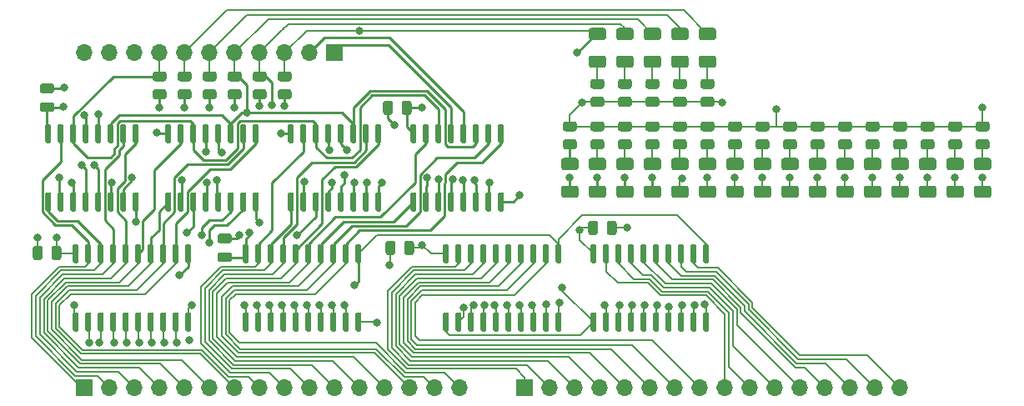
<source format=gbr>
%TF.GenerationSoftware,KiCad,Pcbnew,(5.1.10-1-10_14)*%
%TF.CreationDate,2021-11-12T19:59:20-05:00*%
%TF.ProjectId,address-register-smd,61646472-6573-4732-9d72-656769737465,rev?*%
%TF.SameCoordinates,Original*%
%TF.FileFunction,Copper,L1,Top*%
%TF.FilePolarity,Positive*%
%FSLAX46Y46*%
G04 Gerber Fmt 4.6, Leading zero omitted, Abs format (unit mm)*
G04 Created by KiCad (PCBNEW (5.1.10-1-10_14)) date 2021-11-12 19:59:20*
%MOMM*%
%LPD*%
G01*
G04 APERTURE LIST*
%TA.AperFunction,ComponentPad*%
%ADD10O,1.700000X1.700000*%
%TD*%
%TA.AperFunction,ComponentPad*%
%ADD11R,1.700000X1.700000*%
%TD*%
%TA.AperFunction,ViaPad*%
%ADD12C,0.800000*%
%TD*%
%TA.AperFunction,Conductor*%
%ADD13C,0.200000*%
%TD*%
%TA.AperFunction,Conductor*%
%ADD14C,0.250000*%
%TD*%
G04 APERTURE END LIST*
%TO.P,U1,20*%
%TO.N,VCC*%
%TA.AperFunction,SMDPad,CuDef*%
G36*
G01*
X60221000Y-137225000D02*
X59921000Y-137225000D01*
G75*
G02*
X59771000Y-137075000I0J150000D01*
G01*
X59771000Y-135400000D01*
G75*
G02*
X59921000Y-135250000I150000J0D01*
G01*
X60221000Y-135250000D01*
G75*
G02*
X60371000Y-135400000I0J-150000D01*
G01*
X60371000Y-137075000D01*
G75*
G02*
X60221000Y-137225000I-150000J0D01*
G01*
G37*
%TD.AperFunction*%
%TO.P,U1,19*%
%TO.N,BUS0*%
%TA.AperFunction,SMDPad,CuDef*%
G36*
G01*
X61491000Y-137225000D02*
X61191000Y-137225000D01*
G75*
G02*
X61041000Y-137075000I0J150000D01*
G01*
X61041000Y-135400000D01*
G75*
G02*
X61191000Y-135250000I150000J0D01*
G01*
X61491000Y-135250000D01*
G75*
G02*
X61641000Y-135400000I0J-150000D01*
G01*
X61641000Y-137075000D01*
G75*
G02*
X61491000Y-137225000I-150000J0D01*
G01*
G37*
%TD.AperFunction*%
%TO.P,U1,18*%
%TO.N,BUS1*%
%TA.AperFunction,SMDPad,CuDef*%
G36*
G01*
X62761000Y-137225000D02*
X62461000Y-137225000D01*
G75*
G02*
X62311000Y-137075000I0J150000D01*
G01*
X62311000Y-135400000D01*
G75*
G02*
X62461000Y-135250000I150000J0D01*
G01*
X62761000Y-135250000D01*
G75*
G02*
X62911000Y-135400000I0J-150000D01*
G01*
X62911000Y-137075000D01*
G75*
G02*
X62761000Y-137225000I-150000J0D01*
G01*
G37*
%TD.AperFunction*%
%TO.P,U1,17*%
%TO.N,BUS2*%
%TA.AperFunction,SMDPad,CuDef*%
G36*
G01*
X64031000Y-137225000D02*
X63731000Y-137225000D01*
G75*
G02*
X63581000Y-137075000I0J150000D01*
G01*
X63581000Y-135400000D01*
G75*
G02*
X63731000Y-135250000I150000J0D01*
G01*
X64031000Y-135250000D01*
G75*
G02*
X64181000Y-135400000I0J-150000D01*
G01*
X64181000Y-137075000D01*
G75*
G02*
X64031000Y-137225000I-150000J0D01*
G01*
G37*
%TD.AperFunction*%
%TO.P,U1,16*%
%TO.N,BUS3*%
%TA.AperFunction,SMDPad,CuDef*%
G36*
G01*
X65301000Y-137225000D02*
X65001000Y-137225000D01*
G75*
G02*
X64851000Y-137075000I0J150000D01*
G01*
X64851000Y-135400000D01*
G75*
G02*
X65001000Y-135250000I150000J0D01*
G01*
X65301000Y-135250000D01*
G75*
G02*
X65451000Y-135400000I0J-150000D01*
G01*
X65451000Y-137075000D01*
G75*
G02*
X65301000Y-137225000I-150000J0D01*
G01*
G37*
%TD.AperFunction*%
%TO.P,U1,15*%
%TO.N,BUS4*%
%TA.AperFunction,SMDPad,CuDef*%
G36*
G01*
X66571000Y-137225000D02*
X66271000Y-137225000D01*
G75*
G02*
X66121000Y-137075000I0J150000D01*
G01*
X66121000Y-135400000D01*
G75*
G02*
X66271000Y-135250000I150000J0D01*
G01*
X66571000Y-135250000D01*
G75*
G02*
X66721000Y-135400000I0J-150000D01*
G01*
X66721000Y-137075000D01*
G75*
G02*
X66571000Y-137225000I-150000J0D01*
G01*
G37*
%TD.AperFunction*%
%TO.P,U1,14*%
%TO.N,BUS5*%
%TA.AperFunction,SMDPad,CuDef*%
G36*
G01*
X67841000Y-137225000D02*
X67541000Y-137225000D01*
G75*
G02*
X67391000Y-137075000I0J150000D01*
G01*
X67391000Y-135400000D01*
G75*
G02*
X67541000Y-135250000I150000J0D01*
G01*
X67841000Y-135250000D01*
G75*
G02*
X67991000Y-135400000I0J-150000D01*
G01*
X67991000Y-137075000D01*
G75*
G02*
X67841000Y-137225000I-150000J0D01*
G01*
G37*
%TD.AperFunction*%
%TO.P,U1,13*%
%TO.N,BUS6*%
%TA.AperFunction,SMDPad,CuDef*%
G36*
G01*
X69111000Y-137225000D02*
X68811000Y-137225000D01*
G75*
G02*
X68661000Y-137075000I0J150000D01*
G01*
X68661000Y-135400000D01*
G75*
G02*
X68811000Y-135250000I150000J0D01*
G01*
X69111000Y-135250000D01*
G75*
G02*
X69261000Y-135400000I0J-150000D01*
G01*
X69261000Y-137075000D01*
G75*
G02*
X69111000Y-137225000I-150000J0D01*
G01*
G37*
%TD.AperFunction*%
%TO.P,U1,12*%
%TO.N,BUS7*%
%TA.AperFunction,SMDPad,CuDef*%
G36*
G01*
X70381000Y-137225000D02*
X70081000Y-137225000D01*
G75*
G02*
X69931000Y-137075000I0J150000D01*
G01*
X69931000Y-135400000D01*
G75*
G02*
X70081000Y-135250000I150000J0D01*
G01*
X70381000Y-135250000D01*
G75*
G02*
X70531000Y-135400000I0J-150000D01*
G01*
X70531000Y-137075000D01*
G75*
G02*
X70381000Y-137225000I-150000J0D01*
G01*
G37*
%TD.AperFunction*%
%TO.P,U1,11*%
%TO.N,CLOCK*%
%TA.AperFunction,SMDPad,CuDef*%
G36*
G01*
X71651000Y-137225000D02*
X71351000Y-137225000D01*
G75*
G02*
X71201000Y-137075000I0J150000D01*
G01*
X71201000Y-135400000D01*
G75*
G02*
X71351000Y-135250000I150000J0D01*
G01*
X71651000Y-135250000D01*
G75*
G02*
X71801000Y-135400000I0J-150000D01*
G01*
X71801000Y-137075000D01*
G75*
G02*
X71651000Y-137225000I-150000J0D01*
G01*
G37*
%TD.AperFunction*%
%TO.P,U1,10*%
%TO.N,GND*%
%TA.AperFunction,SMDPad,CuDef*%
G36*
G01*
X71651000Y-144150000D02*
X71351000Y-144150000D01*
G75*
G02*
X71201000Y-144000000I0J150000D01*
G01*
X71201000Y-142325000D01*
G75*
G02*
X71351000Y-142175000I150000J0D01*
G01*
X71651000Y-142175000D01*
G75*
G02*
X71801000Y-142325000I0J-150000D01*
G01*
X71801000Y-144000000D01*
G75*
G02*
X71651000Y-144150000I-150000J0D01*
G01*
G37*
%TD.AperFunction*%
%TO.P,U1,9*%
%TO.N,REG7*%
%TA.AperFunction,SMDPad,CuDef*%
G36*
G01*
X70381000Y-144150000D02*
X70081000Y-144150000D01*
G75*
G02*
X69931000Y-144000000I0J150000D01*
G01*
X69931000Y-142325000D01*
G75*
G02*
X70081000Y-142175000I150000J0D01*
G01*
X70381000Y-142175000D01*
G75*
G02*
X70531000Y-142325000I0J-150000D01*
G01*
X70531000Y-144000000D01*
G75*
G02*
X70381000Y-144150000I-150000J0D01*
G01*
G37*
%TD.AperFunction*%
%TO.P,U1,8*%
%TO.N,REG6*%
%TA.AperFunction,SMDPad,CuDef*%
G36*
G01*
X69111000Y-144150000D02*
X68811000Y-144150000D01*
G75*
G02*
X68661000Y-144000000I0J150000D01*
G01*
X68661000Y-142325000D01*
G75*
G02*
X68811000Y-142175000I150000J0D01*
G01*
X69111000Y-142175000D01*
G75*
G02*
X69261000Y-142325000I0J-150000D01*
G01*
X69261000Y-144000000D01*
G75*
G02*
X69111000Y-144150000I-150000J0D01*
G01*
G37*
%TD.AperFunction*%
%TO.P,U1,7*%
%TO.N,REG5*%
%TA.AperFunction,SMDPad,CuDef*%
G36*
G01*
X67841000Y-144150000D02*
X67541000Y-144150000D01*
G75*
G02*
X67391000Y-144000000I0J150000D01*
G01*
X67391000Y-142325000D01*
G75*
G02*
X67541000Y-142175000I150000J0D01*
G01*
X67841000Y-142175000D01*
G75*
G02*
X67991000Y-142325000I0J-150000D01*
G01*
X67991000Y-144000000D01*
G75*
G02*
X67841000Y-144150000I-150000J0D01*
G01*
G37*
%TD.AperFunction*%
%TO.P,U1,6*%
%TO.N,REG4*%
%TA.AperFunction,SMDPad,CuDef*%
G36*
G01*
X66571000Y-144150000D02*
X66271000Y-144150000D01*
G75*
G02*
X66121000Y-144000000I0J150000D01*
G01*
X66121000Y-142325000D01*
G75*
G02*
X66271000Y-142175000I150000J0D01*
G01*
X66571000Y-142175000D01*
G75*
G02*
X66721000Y-142325000I0J-150000D01*
G01*
X66721000Y-144000000D01*
G75*
G02*
X66571000Y-144150000I-150000J0D01*
G01*
G37*
%TD.AperFunction*%
%TO.P,U1,5*%
%TO.N,REG3*%
%TA.AperFunction,SMDPad,CuDef*%
G36*
G01*
X65301000Y-144150000D02*
X65001000Y-144150000D01*
G75*
G02*
X64851000Y-144000000I0J150000D01*
G01*
X64851000Y-142325000D01*
G75*
G02*
X65001000Y-142175000I150000J0D01*
G01*
X65301000Y-142175000D01*
G75*
G02*
X65451000Y-142325000I0J-150000D01*
G01*
X65451000Y-144000000D01*
G75*
G02*
X65301000Y-144150000I-150000J0D01*
G01*
G37*
%TD.AperFunction*%
%TO.P,U1,4*%
%TO.N,REG2*%
%TA.AperFunction,SMDPad,CuDef*%
G36*
G01*
X64031000Y-144150000D02*
X63731000Y-144150000D01*
G75*
G02*
X63581000Y-144000000I0J150000D01*
G01*
X63581000Y-142325000D01*
G75*
G02*
X63731000Y-142175000I150000J0D01*
G01*
X64031000Y-142175000D01*
G75*
G02*
X64181000Y-142325000I0J-150000D01*
G01*
X64181000Y-144000000D01*
G75*
G02*
X64031000Y-144150000I-150000J0D01*
G01*
G37*
%TD.AperFunction*%
%TO.P,U1,3*%
%TO.N,REG1*%
%TA.AperFunction,SMDPad,CuDef*%
G36*
G01*
X62761000Y-144150000D02*
X62461000Y-144150000D01*
G75*
G02*
X62311000Y-144000000I0J150000D01*
G01*
X62311000Y-142325000D01*
G75*
G02*
X62461000Y-142175000I150000J0D01*
G01*
X62761000Y-142175000D01*
G75*
G02*
X62911000Y-142325000I0J-150000D01*
G01*
X62911000Y-144000000D01*
G75*
G02*
X62761000Y-144150000I-150000J0D01*
G01*
G37*
%TD.AperFunction*%
%TO.P,U1,2*%
%TO.N,REG0*%
%TA.AperFunction,SMDPad,CuDef*%
G36*
G01*
X61491000Y-144150000D02*
X61191000Y-144150000D01*
G75*
G02*
X61041000Y-144000000I0J150000D01*
G01*
X61041000Y-142325000D01*
G75*
G02*
X61191000Y-142175000I150000J0D01*
G01*
X61491000Y-142175000D01*
G75*
G02*
X61641000Y-142325000I0J-150000D01*
G01*
X61641000Y-144000000D01*
G75*
G02*
X61491000Y-144150000I-150000J0D01*
G01*
G37*
%TD.AperFunction*%
%TO.P,U1,1*%
%TO.N,~BUS_OUT*%
%TA.AperFunction,SMDPad,CuDef*%
G36*
G01*
X60221000Y-144150000D02*
X59921000Y-144150000D01*
G75*
G02*
X59771000Y-144000000I0J150000D01*
G01*
X59771000Y-142325000D01*
G75*
G02*
X59921000Y-142175000I150000J0D01*
G01*
X60221000Y-142175000D01*
G75*
G02*
X60371000Y-142325000I0J-150000D01*
G01*
X60371000Y-144000000D01*
G75*
G02*
X60221000Y-144150000I-150000J0D01*
G01*
G37*
%TD.AperFunction*%
%TD*%
%TO.P,U7,16*%
%TO.N,VCC*%
%TA.AperFunction,SMDPad,CuDef*%
G36*
G01*
X94511000Y-125033000D02*
X94211000Y-125033000D01*
G75*
G02*
X94061000Y-124883000I0J150000D01*
G01*
X94061000Y-123208000D01*
G75*
G02*
X94211000Y-123058000I150000J0D01*
G01*
X94511000Y-123058000D01*
G75*
G02*
X94661000Y-123208000I0J-150000D01*
G01*
X94661000Y-124883000D01*
G75*
G02*
X94511000Y-125033000I-150000J0D01*
G01*
G37*
%TD.AperFunction*%
%TO.P,U7,15*%
%TO.N,BUS12*%
%TA.AperFunction,SMDPad,CuDef*%
G36*
G01*
X95781000Y-125033000D02*
X95481000Y-125033000D01*
G75*
G02*
X95331000Y-124883000I0J150000D01*
G01*
X95331000Y-123208000D01*
G75*
G02*
X95481000Y-123058000I150000J0D01*
G01*
X95781000Y-123058000D01*
G75*
G02*
X95931000Y-123208000I0J-150000D01*
G01*
X95931000Y-124883000D01*
G75*
G02*
X95781000Y-125033000I-150000J0D01*
G01*
G37*
%TD.AperFunction*%
%TO.P,U7,14*%
%TO.N,CLEAR*%
%TA.AperFunction,SMDPad,CuDef*%
G36*
G01*
X97051000Y-125033000D02*
X96751000Y-125033000D01*
G75*
G02*
X96601000Y-124883000I0J150000D01*
G01*
X96601000Y-123208000D01*
G75*
G02*
X96751000Y-123058000I150000J0D01*
G01*
X97051000Y-123058000D01*
G75*
G02*
X97201000Y-123208000I0J-150000D01*
G01*
X97201000Y-124883000D01*
G75*
G02*
X97051000Y-125033000I-150000J0D01*
G01*
G37*
%TD.AperFunction*%
%TO.P,U7,13*%
%TO.N,BO*%
%TA.AperFunction,SMDPad,CuDef*%
G36*
G01*
X98321000Y-125033000D02*
X98021000Y-125033000D01*
G75*
G02*
X97871000Y-124883000I0J150000D01*
G01*
X97871000Y-123208000D01*
G75*
G02*
X98021000Y-123058000I150000J0D01*
G01*
X98321000Y-123058000D01*
G75*
G02*
X98471000Y-123208000I0J-150000D01*
G01*
X98471000Y-124883000D01*
G75*
G02*
X98321000Y-125033000I-150000J0D01*
G01*
G37*
%TD.AperFunction*%
%TO.P,U7,12*%
%TO.N,CO*%
%TA.AperFunction,SMDPad,CuDef*%
G36*
G01*
X99591000Y-125033000D02*
X99291000Y-125033000D01*
G75*
G02*
X99141000Y-124883000I0J150000D01*
G01*
X99141000Y-123208000D01*
G75*
G02*
X99291000Y-123058000I150000J0D01*
G01*
X99591000Y-123058000D01*
G75*
G02*
X99741000Y-123208000I0J-150000D01*
G01*
X99741000Y-124883000D01*
G75*
G02*
X99591000Y-125033000I-150000J0D01*
G01*
G37*
%TD.AperFunction*%
%TO.P,U7,11*%
%TO.N,~LOAD*%
%TA.AperFunction,SMDPad,CuDef*%
G36*
G01*
X100861000Y-125033000D02*
X100561000Y-125033000D01*
G75*
G02*
X100411000Y-124883000I0J150000D01*
G01*
X100411000Y-123208000D01*
G75*
G02*
X100561000Y-123058000I150000J0D01*
G01*
X100861000Y-123058000D01*
G75*
G02*
X101011000Y-123208000I0J-150000D01*
G01*
X101011000Y-124883000D01*
G75*
G02*
X100861000Y-125033000I-150000J0D01*
G01*
G37*
%TD.AperFunction*%
%TO.P,U7,10*%
%TO.N,BUS14*%
%TA.AperFunction,SMDPad,CuDef*%
G36*
G01*
X102131000Y-125033000D02*
X101831000Y-125033000D01*
G75*
G02*
X101681000Y-124883000I0J150000D01*
G01*
X101681000Y-123208000D01*
G75*
G02*
X101831000Y-123058000I150000J0D01*
G01*
X102131000Y-123058000D01*
G75*
G02*
X102281000Y-123208000I0J-150000D01*
G01*
X102281000Y-124883000D01*
G75*
G02*
X102131000Y-125033000I-150000J0D01*
G01*
G37*
%TD.AperFunction*%
%TO.P,U7,9*%
%TO.N,BUS15*%
%TA.AperFunction,SMDPad,CuDef*%
G36*
G01*
X103401000Y-125033000D02*
X103101000Y-125033000D01*
G75*
G02*
X102951000Y-124883000I0J150000D01*
G01*
X102951000Y-123208000D01*
G75*
G02*
X103101000Y-123058000I150000J0D01*
G01*
X103401000Y-123058000D01*
G75*
G02*
X103551000Y-123208000I0J-150000D01*
G01*
X103551000Y-124883000D01*
G75*
G02*
X103401000Y-125033000I-150000J0D01*
G01*
G37*
%TD.AperFunction*%
%TO.P,U7,8*%
%TO.N,GND*%
%TA.AperFunction,SMDPad,CuDef*%
G36*
G01*
X103401000Y-131958000D02*
X103101000Y-131958000D01*
G75*
G02*
X102951000Y-131808000I0J150000D01*
G01*
X102951000Y-130133000D01*
G75*
G02*
X103101000Y-129983000I150000J0D01*
G01*
X103401000Y-129983000D01*
G75*
G02*
X103551000Y-130133000I0J-150000D01*
G01*
X103551000Y-131808000D01*
G75*
G02*
X103401000Y-131958000I-150000J0D01*
G01*
G37*
%TD.AperFunction*%
%TO.P,U7,7*%
%TO.N,REG15*%
%TA.AperFunction,SMDPad,CuDef*%
G36*
G01*
X102131000Y-131958000D02*
X101831000Y-131958000D01*
G75*
G02*
X101681000Y-131808000I0J150000D01*
G01*
X101681000Y-130133000D01*
G75*
G02*
X101831000Y-129983000I150000J0D01*
G01*
X102131000Y-129983000D01*
G75*
G02*
X102281000Y-130133000I0J-150000D01*
G01*
X102281000Y-131808000D01*
G75*
G02*
X102131000Y-131958000I-150000J0D01*
G01*
G37*
%TD.AperFunction*%
%TO.P,U7,6*%
%TO.N,REG14*%
%TA.AperFunction,SMDPad,CuDef*%
G36*
G01*
X100861000Y-131958000D02*
X100561000Y-131958000D01*
G75*
G02*
X100411000Y-131808000I0J150000D01*
G01*
X100411000Y-130133000D01*
G75*
G02*
X100561000Y-129983000I150000J0D01*
G01*
X100861000Y-129983000D01*
G75*
G02*
X101011000Y-130133000I0J-150000D01*
G01*
X101011000Y-131808000D01*
G75*
G02*
X100861000Y-131958000I-150000J0D01*
G01*
G37*
%TD.AperFunction*%
%TO.P,U7,5*%
%TO.N,Net-(U5-Pad12)*%
%TA.AperFunction,SMDPad,CuDef*%
G36*
G01*
X99591000Y-131958000D02*
X99291000Y-131958000D01*
G75*
G02*
X99141000Y-131808000I0J150000D01*
G01*
X99141000Y-130133000D01*
G75*
G02*
X99291000Y-129983000I150000J0D01*
G01*
X99591000Y-129983000D01*
G75*
G02*
X99741000Y-130133000I0J-150000D01*
G01*
X99741000Y-131808000D01*
G75*
G02*
X99591000Y-131958000I-150000J0D01*
G01*
G37*
%TD.AperFunction*%
%TO.P,U7,4*%
%TO.N,Net-(U5-Pad13)*%
%TA.AperFunction,SMDPad,CuDef*%
G36*
G01*
X98321000Y-131958000D02*
X98021000Y-131958000D01*
G75*
G02*
X97871000Y-131808000I0J150000D01*
G01*
X97871000Y-130133000D01*
G75*
G02*
X98021000Y-129983000I150000J0D01*
G01*
X98321000Y-129983000D01*
G75*
G02*
X98471000Y-130133000I0J-150000D01*
G01*
X98471000Y-131808000D01*
G75*
G02*
X98321000Y-131958000I-150000J0D01*
G01*
G37*
%TD.AperFunction*%
%TO.P,U7,3*%
%TO.N,REG12*%
%TA.AperFunction,SMDPad,CuDef*%
G36*
G01*
X97051000Y-131958000D02*
X96751000Y-131958000D01*
G75*
G02*
X96601000Y-131808000I0J150000D01*
G01*
X96601000Y-130133000D01*
G75*
G02*
X96751000Y-129983000I150000J0D01*
G01*
X97051000Y-129983000D01*
G75*
G02*
X97201000Y-130133000I0J-150000D01*
G01*
X97201000Y-131808000D01*
G75*
G02*
X97051000Y-131958000I-150000J0D01*
G01*
G37*
%TD.AperFunction*%
%TO.P,U7,2*%
%TO.N,REG13*%
%TA.AperFunction,SMDPad,CuDef*%
G36*
G01*
X95781000Y-131958000D02*
X95481000Y-131958000D01*
G75*
G02*
X95331000Y-131808000I0J150000D01*
G01*
X95331000Y-130133000D01*
G75*
G02*
X95481000Y-129983000I150000J0D01*
G01*
X95781000Y-129983000D01*
G75*
G02*
X95931000Y-130133000I0J-150000D01*
G01*
X95931000Y-131808000D01*
G75*
G02*
X95781000Y-131958000I-150000J0D01*
G01*
G37*
%TD.AperFunction*%
%TO.P,U7,1*%
%TO.N,BUS13*%
%TA.AperFunction,SMDPad,CuDef*%
G36*
G01*
X94511000Y-131958000D02*
X94211000Y-131958000D01*
G75*
G02*
X94061000Y-131808000I0J150000D01*
G01*
X94061000Y-130133000D01*
G75*
G02*
X94211000Y-129983000I150000J0D01*
G01*
X94511000Y-129983000D01*
G75*
G02*
X94661000Y-130133000I0J-150000D01*
G01*
X94661000Y-131808000D01*
G75*
G02*
X94511000Y-131958000I-150000J0D01*
G01*
G37*
%TD.AperFunction*%
%TD*%
%TO.P,U5,16*%
%TO.N,VCC*%
%TA.AperFunction,SMDPad,CuDef*%
G36*
G01*
X82065000Y-125033000D02*
X81765000Y-125033000D01*
G75*
G02*
X81615000Y-124883000I0J150000D01*
G01*
X81615000Y-123208000D01*
G75*
G02*
X81765000Y-123058000I150000J0D01*
G01*
X82065000Y-123058000D01*
G75*
G02*
X82215000Y-123208000I0J-150000D01*
G01*
X82215000Y-124883000D01*
G75*
G02*
X82065000Y-125033000I-150000J0D01*
G01*
G37*
%TD.AperFunction*%
%TO.P,U5,15*%
%TO.N,BUS8*%
%TA.AperFunction,SMDPad,CuDef*%
G36*
G01*
X83335000Y-125033000D02*
X83035000Y-125033000D01*
G75*
G02*
X82885000Y-124883000I0J150000D01*
G01*
X82885000Y-123208000D01*
G75*
G02*
X83035000Y-123058000I150000J0D01*
G01*
X83335000Y-123058000D01*
G75*
G02*
X83485000Y-123208000I0J-150000D01*
G01*
X83485000Y-124883000D01*
G75*
G02*
X83335000Y-125033000I-150000J0D01*
G01*
G37*
%TD.AperFunction*%
%TO.P,U5,14*%
%TO.N,CLEAR*%
%TA.AperFunction,SMDPad,CuDef*%
G36*
G01*
X84605000Y-125033000D02*
X84305000Y-125033000D01*
G75*
G02*
X84155000Y-124883000I0J150000D01*
G01*
X84155000Y-123208000D01*
G75*
G02*
X84305000Y-123058000I150000J0D01*
G01*
X84605000Y-123058000D01*
G75*
G02*
X84755000Y-123208000I0J-150000D01*
G01*
X84755000Y-124883000D01*
G75*
G02*
X84605000Y-125033000I-150000J0D01*
G01*
G37*
%TD.AperFunction*%
%TO.P,U5,13*%
%TO.N,Net-(U5-Pad13)*%
%TA.AperFunction,SMDPad,CuDef*%
G36*
G01*
X85875000Y-125033000D02*
X85575000Y-125033000D01*
G75*
G02*
X85425000Y-124883000I0J150000D01*
G01*
X85425000Y-123208000D01*
G75*
G02*
X85575000Y-123058000I150000J0D01*
G01*
X85875000Y-123058000D01*
G75*
G02*
X86025000Y-123208000I0J-150000D01*
G01*
X86025000Y-124883000D01*
G75*
G02*
X85875000Y-125033000I-150000J0D01*
G01*
G37*
%TD.AperFunction*%
%TO.P,U5,12*%
%TO.N,Net-(U5-Pad12)*%
%TA.AperFunction,SMDPad,CuDef*%
G36*
G01*
X87145000Y-125033000D02*
X86845000Y-125033000D01*
G75*
G02*
X86695000Y-124883000I0J150000D01*
G01*
X86695000Y-123208000D01*
G75*
G02*
X86845000Y-123058000I150000J0D01*
G01*
X87145000Y-123058000D01*
G75*
G02*
X87295000Y-123208000I0J-150000D01*
G01*
X87295000Y-124883000D01*
G75*
G02*
X87145000Y-125033000I-150000J0D01*
G01*
G37*
%TD.AperFunction*%
%TO.P,U5,11*%
%TO.N,~LOAD*%
%TA.AperFunction,SMDPad,CuDef*%
G36*
G01*
X88415000Y-125033000D02*
X88115000Y-125033000D01*
G75*
G02*
X87965000Y-124883000I0J150000D01*
G01*
X87965000Y-123208000D01*
G75*
G02*
X88115000Y-123058000I150000J0D01*
G01*
X88415000Y-123058000D01*
G75*
G02*
X88565000Y-123208000I0J-150000D01*
G01*
X88565000Y-124883000D01*
G75*
G02*
X88415000Y-125033000I-150000J0D01*
G01*
G37*
%TD.AperFunction*%
%TO.P,U5,10*%
%TO.N,BUS10*%
%TA.AperFunction,SMDPad,CuDef*%
G36*
G01*
X89685000Y-125033000D02*
X89385000Y-125033000D01*
G75*
G02*
X89235000Y-124883000I0J150000D01*
G01*
X89235000Y-123208000D01*
G75*
G02*
X89385000Y-123058000I150000J0D01*
G01*
X89685000Y-123058000D01*
G75*
G02*
X89835000Y-123208000I0J-150000D01*
G01*
X89835000Y-124883000D01*
G75*
G02*
X89685000Y-125033000I-150000J0D01*
G01*
G37*
%TD.AperFunction*%
%TO.P,U5,9*%
%TO.N,BUS11*%
%TA.AperFunction,SMDPad,CuDef*%
G36*
G01*
X90955000Y-125033000D02*
X90655000Y-125033000D01*
G75*
G02*
X90505000Y-124883000I0J150000D01*
G01*
X90505000Y-123208000D01*
G75*
G02*
X90655000Y-123058000I150000J0D01*
G01*
X90955000Y-123058000D01*
G75*
G02*
X91105000Y-123208000I0J-150000D01*
G01*
X91105000Y-124883000D01*
G75*
G02*
X90955000Y-125033000I-150000J0D01*
G01*
G37*
%TD.AperFunction*%
%TO.P,U5,8*%
%TO.N,GND*%
%TA.AperFunction,SMDPad,CuDef*%
G36*
G01*
X90955000Y-131958000D02*
X90655000Y-131958000D01*
G75*
G02*
X90505000Y-131808000I0J150000D01*
G01*
X90505000Y-130133000D01*
G75*
G02*
X90655000Y-129983000I150000J0D01*
G01*
X90955000Y-129983000D01*
G75*
G02*
X91105000Y-130133000I0J-150000D01*
G01*
X91105000Y-131808000D01*
G75*
G02*
X90955000Y-131958000I-150000J0D01*
G01*
G37*
%TD.AperFunction*%
%TO.P,U5,7*%
%TO.N,REG11*%
%TA.AperFunction,SMDPad,CuDef*%
G36*
G01*
X89685000Y-131958000D02*
X89385000Y-131958000D01*
G75*
G02*
X89235000Y-131808000I0J150000D01*
G01*
X89235000Y-130133000D01*
G75*
G02*
X89385000Y-129983000I150000J0D01*
G01*
X89685000Y-129983000D01*
G75*
G02*
X89835000Y-130133000I0J-150000D01*
G01*
X89835000Y-131808000D01*
G75*
G02*
X89685000Y-131958000I-150000J0D01*
G01*
G37*
%TD.AperFunction*%
%TO.P,U5,6*%
%TO.N,REG10*%
%TA.AperFunction,SMDPad,CuDef*%
G36*
G01*
X88415000Y-131958000D02*
X88115000Y-131958000D01*
G75*
G02*
X87965000Y-131808000I0J150000D01*
G01*
X87965000Y-130133000D01*
G75*
G02*
X88115000Y-129983000I150000J0D01*
G01*
X88415000Y-129983000D01*
G75*
G02*
X88565000Y-130133000I0J-150000D01*
G01*
X88565000Y-131808000D01*
G75*
G02*
X88415000Y-131958000I-150000J0D01*
G01*
G37*
%TD.AperFunction*%
%TO.P,U5,5*%
%TO.N,Net-(U3-Pad12)*%
%TA.AperFunction,SMDPad,CuDef*%
G36*
G01*
X87145000Y-131958000D02*
X86845000Y-131958000D01*
G75*
G02*
X86695000Y-131808000I0J150000D01*
G01*
X86695000Y-130133000D01*
G75*
G02*
X86845000Y-129983000I150000J0D01*
G01*
X87145000Y-129983000D01*
G75*
G02*
X87295000Y-130133000I0J-150000D01*
G01*
X87295000Y-131808000D01*
G75*
G02*
X87145000Y-131958000I-150000J0D01*
G01*
G37*
%TD.AperFunction*%
%TO.P,U5,4*%
%TO.N,Net-(U3-Pad13)*%
%TA.AperFunction,SMDPad,CuDef*%
G36*
G01*
X85875000Y-131958000D02*
X85575000Y-131958000D01*
G75*
G02*
X85425000Y-131808000I0J150000D01*
G01*
X85425000Y-130133000D01*
G75*
G02*
X85575000Y-129983000I150000J0D01*
G01*
X85875000Y-129983000D01*
G75*
G02*
X86025000Y-130133000I0J-150000D01*
G01*
X86025000Y-131808000D01*
G75*
G02*
X85875000Y-131958000I-150000J0D01*
G01*
G37*
%TD.AperFunction*%
%TO.P,U5,3*%
%TO.N,REG8*%
%TA.AperFunction,SMDPad,CuDef*%
G36*
G01*
X84605000Y-131958000D02*
X84305000Y-131958000D01*
G75*
G02*
X84155000Y-131808000I0J150000D01*
G01*
X84155000Y-130133000D01*
G75*
G02*
X84305000Y-129983000I150000J0D01*
G01*
X84605000Y-129983000D01*
G75*
G02*
X84755000Y-130133000I0J-150000D01*
G01*
X84755000Y-131808000D01*
G75*
G02*
X84605000Y-131958000I-150000J0D01*
G01*
G37*
%TD.AperFunction*%
%TO.P,U5,2*%
%TO.N,REG9*%
%TA.AperFunction,SMDPad,CuDef*%
G36*
G01*
X83335000Y-131958000D02*
X83035000Y-131958000D01*
G75*
G02*
X82885000Y-131808000I0J150000D01*
G01*
X82885000Y-130133000D01*
G75*
G02*
X83035000Y-129983000I150000J0D01*
G01*
X83335000Y-129983000D01*
G75*
G02*
X83485000Y-130133000I0J-150000D01*
G01*
X83485000Y-131808000D01*
G75*
G02*
X83335000Y-131958000I-150000J0D01*
G01*
G37*
%TD.AperFunction*%
%TO.P,U5,1*%
%TO.N,BUS9*%
%TA.AperFunction,SMDPad,CuDef*%
G36*
G01*
X82065000Y-131958000D02*
X81765000Y-131958000D01*
G75*
G02*
X81615000Y-131808000I0J150000D01*
G01*
X81615000Y-130133000D01*
G75*
G02*
X81765000Y-129983000I150000J0D01*
G01*
X82065000Y-129983000D01*
G75*
G02*
X82215000Y-130133000I0J-150000D01*
G01*
X82215000Y-131808000D01*
G75*
G02*
X82065000Y-131958000I-150000J0D01*
G01*
G37*
%TD.AperFunction*%
%TD*%
%TO.P,U3,16*%
%TO.N,VCC*%
%TA.AperFunction,SMDPad,CuDef*%
G36*
G01*
X69619000Y-125033000D02*
X69319000Y-125033000D01*
G75*
G02*
X69169000Y-124883000I0J150000D01*
G01*
X69169000Y-123208000D01*
G75*
G02*
X69319000Y-123058000I150000J0D01*
G01*
X69619000Y-123058000D01*
G75*
G02*
X69769000Y-123208000I0J-150000D01*
G01*
X69769000Y-124883000D01*
G75*
G02*
X69619000Y-125033000I-150000J0D01*
G01*
G37*
%TD.AperFunction*%
%TO.P,U3,15*%
%TO.N,BUS4*%
%TA.AperFunction,SMDPad,CuDef*%
G36*
G01*
X70889000Y-125033000D02*
X70589000Y-125033000D01*
G75*
G02*
X70439000Y-124883000I0J150000D01*
G01*
X70439000Y-123208000D01*
G75*
G02*
X70589000Y-123058000I150000J0D01*
G01*
X70889000Y-123058000D01*
G75*
G02*
X71039000Y-123208000I0J-150000D01*
G01*
X71039000Y-124883000D01*
G75*
G02*
X70889000Y-125033000I-150000J0D01*
G01*
G37*
%TD.AperFunction*%
%TO.P,U3,14*%
%TO.N,CLEAR*%
%TA.AperFunction,SMDPad,CuDef*%
G36*
G01*
X72159000Y-125033000D02*
X71859000Y-125033000D01*
G75*
G02*
X71709000Y-124883000I0J150000D01*
G01*
X71709000Y-123208000D01*
G75*
G02*
X71859000Y-123058000I150000J0D01*
G01*
X72159000Y-123058000D01*
G75*
G02*
X72309000Y-123208000I0J-150000D01*
G01*
X72309000Y-124883000D01*
G75*
G02*
X72159000Y-125033000I-150000J0D01*
G01*
G37*
%TD.AperFunction*%
%TO.P,U3,13*%
%TO.N,Net-(U3-Pad13)*%
%TA.AperFunction,SMDPad,CuDef*%
G36*
G01*
X73429000Y-125033000D02*
X73129000Y-125033000D01*
G75*
G02*
X72979000Y-124883000I0J150000D01*
G01*
X72979000Y-123208000D01*
G75*
G02*
X73129000Y-123058000I150000J0D01*
G01*
X73429000Y-123058000D01*
G75*
G02*
X73579000Y-123208000I0J-150000D01*
G01*
X73579000Y-124883000D01*
G75*
G02*
X73429000Y-125033000I-150000J0D01*
G01*
G37*
%TD.AperFunction*%
%TO.P,U3,12*%
%TO.N,Net-(U3-Pad12)*%
%TA.AperFunction,SMDPad,CuDef*%
G36*
G01*
X74699000Y-125033000D02*
X74399000Y-125033000D01*
G75*
G02*
X74249000Y-124883000I0J150000D01*
G01*
X74249000Y-123208000D01*
G75*
G02*
X74399000Y-123058000I150000J0D01*
G01*
X74699000Y-123058000D01*
G75*
G02*
X74849000Y-123208000I0J-150000D01*
G01*
X74849000Y-124883000D01*
G75*
G02*
X74699000Y-125033000I-150000J0D01*
G01*
G37*
%TD.AperFunction*%
%TO.P,U3,11*%
%TO.N,~LOAD*%
%TA.AperFunction,SMDPad,CuDef*%
G36*
G01*
X75969000Y-125033000D02*
X75669000Y-125033000D01*
G75*
G02*
X75519000Y-124883000I0J150000D01*
G01*
X75519000Y-123208000D01*
G75*
G02*
X75669000Y-123058000I150000J0D01*
G01*
X75969000Y-123058000D01*
G75*
G02*
X76119000Y-123208000I0J-150000D01*
G01*
X76119000Y-124883000D01*
G75*
G02*
X75969000Y-125033000I-150000J0D01*
G01*
G37*
%TD.AperFunction*%
%TO.P,U3,10*%
%TO.N,BUS6*%
%TA.AperFunction,SMDPad,CuDef*%
G36*
G01*
X77239000Y-125033000D02*
X76939000Y-125033000D01*
G75*
G02*
X76789000Y-124883000I0J150000D01*
G01*
X76789000Y-123208000D01*
G75*
G02*
X76939000Y-123058000I150000J0D01*
G01*
X77239000Y-123058000D01*
G75*
G02*
X77389000Y-123208000I0J-150000D01*
G01*
X77389000Y-124883000D01*
G75*
G02*
X77239000Y-125033000I-150000J0D01*
G01*
G37*
%TD.AperFunction*%
%TO.P,U3,9*%
%TO.N,BUS7*%
%TA.AperFunction,SMDPad,CuDef*%
G36*
G01*
X78509000Y-125033000D02*
X78209000Y-125033000D01*
G75*
G02*
X78059000Y-124883000I0J150000D01*
G01*
X78059000Y-123208000D01*
G75*
G02*
X78209000Y-123058000I150000J0D01*
G01*
X78509000Y-123058000D01*
G75*
G02*
X78659000Y-123208000I0J-150000D01*
G01*
X78659000Y-124883000D01*
G75*
G02*
X78509000Y-125033000I-150000J0D01*
G01*
G37*
%TD.AperFunction*%
%TO.P,U3,8*%
%TO.N,GND*%
%TA.AperFunction,SMDPad,CuDef*%
G36*
G01*
X78509000Y-131958000D02*
X78209000Y-131958000D01*
G75*
G02*
X78059000Y-131808000I0J150000D01*
G01*
X78059000Y-130133000D01*
G75*
G02*
X78209000Y-129983000I150000J0D01*
G01*
X78509000Y-129983000D01*
G75*
G02*
X78659000Y-130133000I0J-150000D01*
G01*
X78659000Y-131808000D01*
G75*
G02*
X78509000Y-131958000I-150000J0D01*
G01*
G37*
%TD.AperFunction*%
%TO.P,U3,7*%
%TO.N,REG7*%
%TA.AperFunction,SMDPad,CuDef*%
G36*
G01*
X77239000Y-131958000D02*
X76939000Y-131958000D01*
G75*
G02*
X76789000Y-131808000I0J150000D01*
G01*
X76789000Y-130133000D01*
G75*
G02*
X76939000Y-129983000I150000J0D01*
G01*
X77239000Y-129983000D01*
G75*
G02*
X77389000Y-130133000I0J-150000D01*
G01*
X77389000Y-131808000D01*
G75*
G02*
X77239000Y-131958000I-150000J0D01*
G01*
G37*
%TD.AperFunction*%
%TO.P,U3,6*%
%TO.N,REG6*%
%TA.AperFunction,SMDPad,CuDef*%
G36*
G01*
X75969000Y-131958000D02*
X75669000Y-131958000D01*
G75*
G02*
X75519000Y-131808000I0J150000D01*
G01*
X75519000Y-130133000D01*
G75*
G02*
X75669000Y-129983000I150000J0D01*
G01*
X75969000Y-129983000D01*
G75*
G02*
X76119000Y-130133000I0J-150000D01*
G01*
X76119000Y-131808000D01*
G75*
G02*
X75969000Y-131958000I-150000J0D01*
G01*
G37*
%TD.AperFunction*%
%TO.P,U3,5*%
%TO.N,Net-(U2-Pad12)*%
%TA.AperFunction,SMDPad,CuDef*%
G36*
G01*
X74699000Y-131958000D02*
X74399000Y-131958000D01*
G75*
G02*
X74249000Y-131808000I0J150000D01*
G01*
X74249000Y-130133000D01*
G75*
G02*
X74399000Y-129983000I150000J0D01*
G01*
X74699000Y-129983000D01*
G75*
G02*
X74849000Y-130133000I0J-150000D01*
G01*
X74849000Y-131808000D01*
G75*
G02*
X74699000Y-131958000I-150000J0D01*
G01*
G37*
%TD.AperFunction*%
%TO.P,U3,4*%
%TO.N,Net-(U2-Pad13)*%
%TA.AperFunction,SMDPad,CuDef*%
G36*
G01*
X73429000Y-131958000D02*
X73129000Y-131958000D01*
G75*
G02*
X72979000Y-131808000I0J150000D01*
G01*
X72979000Y-130133000D01*
G75*
G02*
X73129000Y-129983000I150000J0D01*
G01*
X73429000Y-129983000D01*
G75*
G02*
X73579000Y-130133000I0J-150000D01*
G01*
X73579000Y-131808000D01*
G75*
G02*
X73429000Y-131958000I-150000J0D01*
G01*
G37*
%TD.AperFunction*%
%TO.P,U3,3*%
%TO.N,REG4*%
%TA.AperFunction,SMDPad,CuDef*%
G36*
G01*
X72159000Y-131958000D02*
X71859000Y-131958000D01*
G75*
G02*
X71709000Y-131808000I0J150000D01*
G01*
X71709000Y-130133000D01*
G75*
G02*
X71859000Y-129983000I150000J0D01*
G01*
X72159000Y-129983000D01*
G75*
G02*
X72309000Y-130133000I0J-150000D01*
G01*
X72309000Y-131808000D01*
G75*
G02*
X72159000Y-131958000I-150000J0D01*
G01*
G37*
%TD.AperFunction*%
%TO.P,U3,2*%
%TO.N,REG5*%
%TA.AperFunction,SMDPad,CuDef*%
G36*
G01*
X70889000Y-131958000D02*
X70589000Y-131958000D01*
G75*
G02*
X70439000Y-131808000I0J150000D01*
G01*
X70439000Y-130133000D01*
G75*
G02*
X70589000Y-129983000I150000J0D01*
G01*
X70889000Y-129983000D01*
G75*
G02*
X71039000Y-130133000I0J-150000D01*
G01*
X71039000Y-131808000D01*
G75*
G02*
X70889000Y-131958000I-150000J0D01*
G01*
G37*
%TD.AperFunction*%
%TO.P,U3,1*%
%TO.N,BUS5*%
%TA.AperFunction,SMDPad,CuDef*%
G36*
G01*
X69619000Y-131958000D02*
X69319000Y-131958000D01*
G75*
G02*
X69169000Y-131808000I0J150000D01*
G01*
X69169000Y-130133000D01*
G75*
G02*
X69319000Y-129983000I150000J0D01*
G01*
X69619000Y-129983000D01*
G75*
G02*
X69769000Y-130133000I0J-150000D01*
G01*
X69769000Y-131808000D01*
G75*
G02*
X69619000Y-131958000I-150000J0D01*
G01*
G37*
%TD.AperFunction*%
%TD*%
%TO.P,U2,16*%
%TO.N,VCC*%
%TA.AperFunction,SMDPad,CuDef*%
G36*
G01*
X57427000Y-125033000D02*
X57127000Y-125033000D01*
G75*
G02*
X56977000Y-124883000I0J150000D01*
G01*
X56977000Y-123208000D01*
G75*
G02*
X57127000Y-123058000I150000J0D01*
G01*
X57427000Y-123058000D01*
G75*
G02*
X57577000Y-123208000I0J-150000D01*
G01*
X57577000Y-124883000D01*
G75*
G02*
X57427000Y-125033000I-150000J0D01*
G01*
G37*
%TD.AperFunction*%
%TO.P,U2,15*%
%TO.N,BUS0*%
%TA.AperFunction,SMDPad,CuDef*%
G36*
G01*
X58697000Y-125033000D02*
X58397000Y-125033000D01*
G75*
G02*
X58247000Y-124883000I0J150000D01*
G01*
X58247000Y-123208000D01*
G75*
G02*
X58397000Y-123058000I150000J0D01*
G01*
X58697000Y-123058000D01*
G75*
G02*
X58847000Y-123208000I0J-150000D01*
G01*
X58847000Y-124883000D01*
G75*
G02*
X58697000Y-125033000I-150000J0D01*
G01*
G37*
%TD.AperFunction*%
%TO.P,U2,14*%
%TO.N,CLEAR*%
%TA.AperFunction,SMDPad,CuDef*%
G36*
G01*
X59967000Y-125033000D02*
X59667000Y-125033000D01*
G75*
G02*
X59517000Y-124883000I0J150000D01*
G01*
X59517000Y-123208000D01*
G75*
G02*
X59667000Y-123058000I150000J0D01*
G01*
X59967000Y-123058000D01*
G75*
G02*
X60117000Y-123208000I0J-150000D01*
G01*
X60117000Y-124883000D01*
G75*
G02*
X59967000Y-125033000I-150000J0D01*
G01*
G37*
%TD.AperFunction*%
%TO.P,U2,13*%
%TO.N,Net-(U2-Pad13)*%
%TA.AperFunction,SMDPad,CuDef*%
G36*
G01*
X61237000Y-125033000D02*
X60937000Y-125033000D01*
G75*
G02*
X60787000Y-124883000I0J150000D01*
G01*
X60787000Y-123208000D01*
G75*
G02*
X60937000Y-123058000I150000J0D01*
G01*
X61237000Y-123058000D01*
G75*
G02*
X61387000Y-123208000I0J-150000D01*
G01*
X61387000Y-124883000D01*
G75*
G02*
X61237000Y-125033000I-150000J0D01*
G01*
G37*
%TD.AperFunction*%
%TO.P,U2,12*%
%TO.N,Net-(U2-Pad12)*%
%TA.AperFunction,SMDPad,CuDef*%
G36*
G01*
X62507000Y-125033000D02*
X62207000Y-125033000D01*
G75*
G02*
X62057000Y-124883000I0J150000D01*
G01*
X62057000Y-123208000D01*
G75*
G02*
X62207000Y-123058000I150000J0D01*
G01*
X62507000Y-123058000D01*
G75*
G02*
X62657000Y-123208000I0J-150000D01*
G01*
X62657000Y-124883000D01*
G75*
G02*
X62507000Y-125033000I-150000J0D01*
G01*
G37*
%TD.AperFunction*%
%TO.P,U2,11*%
%TO.N,~LOAD*%
%TA.AperFunction,SMDPad,CuDef*%
G36*
G01*
X63777000Y-125033000D02*
X63477000Y-125033000D01*
G75*
G02*
X63327000Y-124883000I0J150000D01*
G01*
X63327000Y-123208000D01*
G75*
G02*
X63477000Y-123058000I150000J0D01*
G01*
X63777000Y-123058000D01*
G75*
G02*
X63927000Y-123208000I0J-150000D01*
G01*
X63927000Y-124883000D01*
G75*
G02*
X63777000Y-125033000I-150000J0D01*
G01*
G37*
%TD.AperFunction*%
%TO.P,U2,10*%
%TO.N,BUS2*%
%TA.AperFunction,SMDPad,CuDef*%
G36*
G01*
X65047000Y-125033000D02*
X64747000Y-125033000D01*
G75*
G02*
X64597000Y-124883000I0J150000D01*
G01*
X64597000Y-123208000D01*
G75*
G02*
X64747000Y-123058000I150000J0D01*
G01*
X65047000Y-123058000D01*
G75*
G02*
X65197000Y-123208000I0J-150000D01*
G01*
X65197000Y-124883000D01*
G75*
G02*
X65047000Y-125033000I-150000J0D01*
G01*
G37*
%TD.AperFunction*%
%TO.P,U2,9*%
%TO.N,BUS3*%
%TA.AperFunction,SMDPad,CuDef*%
G36*
G01*
X66317000Y-125033000D02*
X66017000Y-125033000D01*
G75*
G02*
X65867000Y-124883000I0J150000D01*
G01*
X65867000Y-123208000D01*
G75*
G02*
X66017000Y-123058000I150000J0D01*
G01*
X66317000Y-123058000D01*
G75*
G02*
X66467000Y-123208000I0J-150000D01*
G01*
X66467000Y-124883000D01*
G75*
G02*
X66317000Y-125033000I-150000J0D01*
G01*
G37*
%TD.AperFunction*%
%TO.P,U2,8*%
%TO.N,GND*%
%TA.AperFunction,SMDPad,CuDef*%
G36*
G01*
X66317000Y-131958000D02*
X66017000Y-131958000D01*
G75*
G02*
X65867000Y-131808000I0J150000D01*
G01*
X65867000Y-130133000D01*
G75*
G02*
X66017000Y-129983000I150000J0D01*
G01*
X66317000Y-129983000D01*
G75*
G02*
X66467000Y-130133000I0J-150000D01*
G01*
X66467000Y-131808000D01*
G75*
G02*
X66317000Y-131958000I-150000J0D01*
G01*
G37*
%TD.AperFunction*%
%TO.P,U2,7*%
%TO.N,REG3*%
%TA.AperFunction,SMDPad,CuDef*%
G36*
G01*
X65047000Y-131958000D02*
X64747000Y-131958000D01*
G75*
G02*
X64597000Y-131808000I0J150000D01*
G01*
X64597000Y-130133000D01*
G75*
G02*
X64747000Y-129983000I150000J0D01*
G01*
X65047000Y-129983000D01*
G75*
G02*
X65197000Y-130133000I0J-150000D01*
G01*
X65197000Y-131808000D01*
G75*
G02*
X65047000Y-131958000I-150000J0D01*
G01*
G37*
%TD.AperFunction*%
%TO.P,U2,6*%
%TO.N,REG2*%
%TA.AperFunction,SMDPad,CuDef*%
G36*
G01*
X63777000Y-131958000D02*
X63477000Y-131958000D01*
G75*
G02*
X63327000Y-131808000I0J150000D01*
G01*
X63327000Y-130133000D01*
G75*
G02*
X63477000Y-129983000I150000J0D01*
G01*
X63777000Y-129983000D01*
G75*
G02*
X63927000Y-130133000I0J-150000D01*
G01*
X63927000Y-131808000D01*
G75*
G02*
X63777000Y-131958000I-150000J0D01*
G01*
G37*
%TD.AperFunction*%
%TO.P,U2,5*%
%TO.N,INC*%
%TA.AperFunction,SMDPad,CuDef*%
G36*
G01*
X62507000Y-131958000D02*
X62207000Y-131958000D01*
G75*
G02*
X62057000Y-131808000I0J150000D01*
G01*
X62057000Y-130133000D01*
G75*
G02*
X62207000Y-129983000I150000J0D01*
G01*
X62507000Y-129983000D01*
G75*
G02*
X62657000Y-130133000I0J-150000D01*
G01*
X62657000Y-131808000D01*
G75*
G02*
X62507000Y-131958000I-150000J0D01*
G01*
G37*
%TD.AperFunction*%
%TO.P,U2,4*%
%TO.N,DEC*%
%TA.AperFunction,SMDPad,CuDef*%
G36*
G01*
X61237000Y-131958000D02*
X60937000Y-131958000D01*
G75*
G02*
X60787000Y-131808000I0J150000D01*
G01*
X60787000Y-130133000D01*
G75*
G02*
X60937000Y-129983000I150000J0D01*
G01*
X61237000Y-129983000D01*
G75*
G02*
X61387000Y-130133000I0J-150000D01*
G01*
X61387000Y-131808000D01*
G75*
G02*
X61237000Y-131958000I-150000J0D01*
G01*
G37*
%TD.AperFunction*%
%TO.P,U2,3*%
%TO.N,REG0*%
%TA.AperFunction,SMDPad,CuDef*%
G36*
G01*
X59967000Y-131958000D02*
X59667000Y-131958000D01*
G75*
G02*
X59517000Y-131808000I0J150000D01*
G01*
X59517000Y-130133000D01*
G75*
G02*
X59667000Y-129983000I150000J0D01*
G01*
X59967000Y-129983000D01*
G75*
G02*
X60117000Y-130133000I0J-150000D01*
G01*
X60117000Y-131808000D01*
G75*
G02*
X59967000Y-131958000I-150000J0D01*
G01*
G37*
%TD.AperFunction*%
%TO.P,U2,2*%
%TO.N,REG1*%
%TA.AperFunction,SMDPad,CuDef*%
G36*
G01*
X58697000Y-131958000D02*
X58397000Y-131958000D01*
G75*
G02*
X58247000Y-131808000I0J150000D01*
G01*
X58247000Y-130133000D01*
G75*
G02*
X58397000Y-129983000I150000J0D01*
G01*
X58697000Y-129983000D01*
G75*
G02*
X58847000Y-130133000I0J-150000D01*
G01*
X58847000Y-131808000D01*
G75*
G02*
X58697000Y-131958000I-150000J0D01*
G01*
G37*
%TD.AperFunction*%
%TO.P,U2,1*%
%TO.N,BUS1*%
%TA.AperFunction,SMDPad,CuDef*%
G36*
G01*
X57427000Y-131958000D02*
X57127000Y-131958000D01*
G75*
G02*
X56977000Y-131808000I0J150000D01*
G01*
X56977000Y-130133000D01*
G75*
G02*
X57127000Y-129983000I150000J0D01*
G01*
X57427000Y-129983000D01*
G75*
G02*
X57577000Y-130133000I0J-150000D01*
G01*
X57577000Y-131808000D01*
G75*
G02*
X57427000Y-131958000I-150000J0D01*
G01*
G37*
%TD.AperFunction*%
%TD*%
%TO.P,R2,2*%
%TO.N,GND*%
%TA.AperFunction,SMDPad,CuDef*%
G36*
G01*
X110686001Y-123806000D02*
X109785999Y-123806000D01*
G75*
G02*
X109536000Y-123556001I0J249999D01*
G01*
X109536000Y-123030999D01*
G75*
G02*
X109785999Y-122781000I249999J0D01*
G01*
X110686001Y-122781000D01*
G75*
G02*
X110936000Y-123030999I0J-249999D01*
G01*
X110936000Y-123556001D01*
G75*
G02*
X110686001Y-123806000I-249999J0D01*
G01*
G37*
%TD.AperFunction*%
%TO.P,R2,1*%
%TO.N,Net-(D1-Pad1)*%
%TA.AperFunction,SMDPad,CuDef*%
G36*
G01*
X110686001Y-125631000D02*
X109785999Y-125631000D01*
G75*
G02*
X109536000Y-125381001I0J249999D01*
G01*
X109536000Y-124855999D01*
G75*
G02*
X109785999Y-124606000I249999J0D01*
G01*
X110686001Y-124606000D01*
G75*
G02*
X110936000Y-124855999I0J-249999D01*
G01*
X110936000Y-125381001D01*
G75*
G02*
X110686001Y-125631000I-249999J0D01*
G01*
G37*
%TD.AperFunction*%
%TD*%
%TO.P,D1,2*%
%TO.N,REG15*%
%TA.AperFunction,SMDPad,CuDef*%
G36*
G01*
X109611000Y-129299000D02*
X110861000Y-129299000D01*
G75*
G02*
X111111000Y-129549000I0J-250000D01*
G01*
X111111000Y-130299000D01*
G75*
G02*
X110861000Y-130549000I-250000J0D01*
G01*
X109611000Y-130549000D01*
G75*
G02*
X109361000Y-130299000I0J250000D01*
G01*
X109361000Y-129549000D01*
G75*
G02*
X109611000Y-129299000I250000J0D01*
G01*
G37*
%TD.AperFunction*%
%TO.P,D1,1*%
%TO.N,Net-(D1-Pad1)*%
%TA.AperFunction,SMDPad,CuDef*%
G36*
G01*
X109611000Y-126499000D02*
X110861000Y-126499000D01*
G75*
G02*
X111111000Y-126749000I0J-250000D01*
G01*
X111111000Y-127499000D01*
G75*
G02*
X110861000Y-127749000I-250000J0D01*
G01*
X109611000Y-127749000D01*
G75*
G02*
X109361000Y-127499000I0J250000D01*
G01*
X109361000Y-126749000D01*
G75*
G02*
X109611000Y-126499000I250000J0D01*
G01*
G37*
%TD.AperFunction*%
%TD*%
%TO.P,C7,2*%
%TO.N,GND*%
%TA.AperFunction,SMDPad,CuDef*%
G36*
G01*
X75659000Y-135186000D02*
X74709000Y-135186000D01*
G75*
G02*
X74459000Y-134936000I0J250000D01*
G01*
X74459000Y-134436000D01*
G75*
G02*
X74709000Y-134186000I250000J0D01*
G01*
X75659000Y-134186000D01*
G75*
G02*
X75909000Y-134436000I0J-250000D01*
G01*
X75909000Y-134936000D01*
G75*
G02*
X75659000Y-135186000I-250000J0D01*
G01*
G37*
%TD.AperFunction*%
%TO.P,C7,1*%
%TO.N,VCC*%
%TA.AperFunction,SMDPad,CuDef*%
G36*
G01*
X75659000Y-137086000D02*
X74709000Y-137086000D01*
G75*
G02*
X74459000Y-136836000I0J250000D01*
G01*
X74459000Y-136336000D01*
G75*
G02*
X74709000Y-136086000I250000J0D01*
G01*
X75659000Y-136086000D01*
G75*
G02*
X75909000Y-136336000I0J-250000D01*
G01*
X75909000Y-136836000D01*
G75*
G02*
X75659000Y-137086000I-250000J0D01*
G01*
G37*
%TD.AperFunction*%
%TD*%
%TO.P,C3,2*%
%TO.N,GND*%
%TA.AperFunction,SMDPad,CuDef*%
G36*
G01*
X92260000Y-120937000D02*
X92260000Y-121887000D01*
G75*
G02*
X92010000Y-122137000I-250000J0D01*
G01*
X91510000Y-122137000D01*
G75*
G02*
X91260000Y-121887000I0J250000D01*
G01*
X91260000Y-120937000D01*
G75*
G02*
X91510000Y-120687000I250000J0D01*
G01*
X92010000Y-120687000D01*
G75*
G02*
X92260000Y-120937000I0J-250000D01*
G01*
G37*
%TD.AperFunction*%
%TO.P,C3,1*%
%TO.N,VCC*%
%TA.AperFunction,SMDPad,CuDef*%
G36*
G01*
X94160000Y-120937000D02*
X94160000Y-121887000D01*
G75*
G02*
X93910000Y-122137000I-250000J0D01*
G01*
X93410000Y-122137000D01*
G75*
G02*
X93160000Y-121887000I0J250000D01*
G01*
X93160000Y-120937000D01*
G75*
G02*
X93410000Y-120687000I250000J0D01*
G01*
X93910000Y-120687000D01*
G75*
G02*
X94160000Y-120937000I0J-250000D01*
G01*
G37*
%TD.AperFunction*%
%TD*%
%TO.P,C2,2*%
%TO.N,GND*%
%TA.AperFunction,SMDPad,CuDef*%
G36*
G01*
X57625000Y-119946000D02*
X56675000Y-119946000D01*
G75*
G02*
X56425000Y-119696000I0J250000D01*
G01*
X56425000Y-119196000D01*
G75*
G02*
X56675000Y-118946000I250000J0D01*
G01*
X57625000Y-118946000D01*
G75*
G02*
X57875000Y-119196000I0J-250000D01*
G01*
X57875000Y-119696000D01*
G75*
G02*
X57625000Y-119946000I-250000J0D01*
G01*
G37*
%TD.AperFunction*%
%TO.P,C2,1*%
%TO.N,VCC*%
%TA.AperFunction,SMDPad,CuDef*%
G36*
G01*
X57625000Y-121846000D02*
X56675000Y-121846000D01*
G75*
G02*
X56425000Y-121596000I0J250000D01*
G01*
X56425000Y-121096000D01*
G75*
G02*
X56675000Y-120846000I250000J0D01*
G01*
X57625000Y-120846000D01*
G75*
G02*
X57875000Y-121096000I0J-250000D01*
G01*
X57875000Y-121596000D01*
G75*
G02*
X57625000Y-121846000I-250000J0D01*
G01*
G37*
%TD.AperFunction*%
%TD*%
D10*
%TO.P,J4,11*%
%TO.N,VCC*%
X60960000Y-115824000D03*
%TO.P,J4,10*%
%TO.N,GND*%
X63500000Y-115824000D03*
%TO.P,J4,9*%
%TO.N,CLOCK*%
X66040000Y-115824000D03*
%TO.P,J4,8*%
%TO.N,CLEAR*%
X68580000Y-115824000D03*
%TO.P,J4,7*%
%TO.N,DEC*%
X71120000Y-115824000D03*
%TO.P,J4,6*%
%TO.N,INC*%
X73660000Y-115824000D03*
%TO.P,J4,5*%
%TO.N,~LOAD*%
X76200000Y-115824000D03*
%TO.P,J4,4*%
%TO.N,~BUS_OUT*%
X78740000Y-115824000D03*
%TO.P,J4,3*%
%TO.N,~ADDR_OUT*%
X81280000Y-115824000D03*
%TO.P,J4,2*%
%TO.N,CO*%
X83820000Y-115824000D03*
D11*
%TO.P,J4,1*%
%TO.N,BO*%
X86360000Y-115824000D03*
%TD*%
%TO.P,R19,2*%
%TO.N,GND*%
%TA.AperFunction,SMDPad,CuDef*%
G36*
G01*
X152596002Y-123806000D02*
X151695998Y-123806000D01*
G75*
G02*
X151446000Y-123556002I0J249998D01*
G01*
X151446000Y-123030998D01*
G75*
G02*
X151695998Y-122781000I249998J0D01*
G01*
X152596002Y-122781000D01*
G75*
G02*
X152846000Y-123030998I0J-249998D01*
G01*
X152846000Y-123556002D01*
G75*
G02*
X152596002Y-123806000I-249998J0D01*
G01*
G37*
%TD.AperFunction*%
%TO.P,R19,1*%
%TO.N,Net-(D16-Pad1)*%
%TA.AperFunction,SMDPad,CuDef*%
G36*
G01*
X152596002Y-125631000D02*
X151695998Y-125631000D01*
G75*
G02*
X151446000Y-125381002I0J249998D01*
G01*
X151446000Y-124855998D01*
G75*
G02*
X151695998Y-124606000I249998J0D01*
G01*
X152596002Y-124606000D01*
G75*
G02*
X152846000Y-124855998I0J-249998D01*
G01*
X152846000Y-125381002D01*
G75*
G02*
X152596002Y-125631000I-249998J0D01*
G01*
G37*
%TD.AperFunction*%
%TD*%
%TO.P,R16,2*%
%TO.N,GND*%
%TA.AperFunction,SMDPad,CuDef*%
G36*
G01*
X149802002Y-123806000D02*
X148901998Y-123806000D01*
G75*
G02*
X148652000Y-123556002I0J249998D01*
G01*
X148652000Y-123030998D01*
G75*
G02*
X148901998Y-122781000I249998J0D01*
G01*
X149802002Y-122781000D01*
G75*
G02*
X150052000Y-123030998I0J-249998D01*
G01*
X150052000Y-123556002D01*
G75*
G02*
X149802002Y-123806000I-249998J0D01*
G01*
G37*
%TD.AperFunction*%
%TO.P,R16,1*%
%TO.N,Net-(D15-Pad1)*%
%TA.AperFunction,SMDPad,CuDef*%
G36*
G01*
X149802002Y-125631000D02*
X148901998Y-125631000D01*
G75*
G02*
X148652000Y-125381002I0J249998D01*
G01*
X148652000Y-124855998D01*
G75*
G02*
X148901998Y-124606000I249998J0D01*
G01*
X149802002Y-124606000D01*
G75*
G02*
X150052000Y-124855998I0J-249998D01*
G01*
X150052000Y-125381002D01*
G75*
G02*
X149802002Y-125631000I-249998J0D01*
G01*
G37*
%TD.AperFunction*%
%TD*%
%TO.P,R15,2*%
%TO.N,GND*%
%TA.AperFunction,SMDPad,CuDef*%
G36*
G01*
X147008002Y-123806000D02*
X146107998Y-123806000D01*
G75*
G02*
X145858000Y-123556002I0J249998D01*
G01*
X145858000Y-123030998D01*
G75*
G02*
X146107998Y-122781000I249998J0D01*
G01*
X147008002Y-122781000D01*
G75*
G02*
X147258000Y-123030998I0J-249998D01*
G01*
X147258000Y-123556002D01*
G75*
G02*
X147008002Y-123806000I-249998J0D01*
G01*
G37*
%TD.AperFunction*%
%TO.P,R15,1*%
%TO.N,Net-(D14-Pad1)*%
%TA.AperFunction,SMDPad,CuDef*%
G36*
G01*
X147008002Y-125631000D02*
X146107998Y-125631000D01*
G75*
G02*
X145858000Y-125381002I0J249998D01*
G01*
X145858000Y-124855998D01*
G75*
G02*
X146107998Y-124606000I249998J0D01*
G01*
X147008002Y-124606000D01*
G75*
G02*
X147258000Y-124855998I0J-249998D01*
G01*
X147258000Y-125381002D01*
G75*
G02*
X147008002Y-125631000I-249998J0D01*
G01*
G37*
%TD.AperFunction*%
%TD*%
%TO.P,R14,2*%
%TO.N,GND*%
%TA.AperFunction,SMDPad,CuDef*%
G36*
G01*
X144214002Y-123806000D02*
X143313998Y-123806000D01*
G75*
G02*
X143064000Y-123556002I0J249998D01*
G01*
X143064000Y-123030998D01*
G75*
G02*
X143313998Y-122781000I249998J0D01*
G01*
X144214002Y-122781000D01*
G75*
G02*
X144464000Y-123030998I0J-249998D01*
G01*
X144464000Y-123556002D01*
G75*
G02*
X144214002Y-123806000I-249998J0D01*
G01*
G37*
%TD.AperFunction*%
%TO.P,R14,1*%
%TO.N,Net-(D13-Pad1)*%
%TA.AperFunction,SMDPad,CuDef*%
G36*
G01*
X144214002Y-125631000D02*
X143313998Y-125631000D01*
G75*
G02*
X143064000Y-125381002I0J249998D01*
G01*
X143064000Y-124855998D01*
G75*
G02*
X143313998Y-124606000I249998J0D01*
G01*
X144214002Y-124606000D01*
G75*
G02*
X144464000Y-124855998I0J-249998D01*
G01*
X144464000Y-125381002D01*
G75*
G02*
X144214002Y-125631000I-249998J0D01*
G01*
G37*
%TD.AperFunction*%
%TD*%
%TO.P,R13,2*%
%TO.N,GND*%
%TA.AperFunction,SMDPad,CuDef*%
G36*
G01*
X141420002Y-123806000D02*
X140519998Y-123806000D01*
G75*
G02*
X140270000Y-123556002I0J249998D01*
G01*
X140270000Y-123030998D01*
G75*
G02*
X140519998Y-122781000I249998J0D01*
G01*
X141420002Y-122781000D01*
G75*
G02*
X141670000Y-123030998I0J-249998D01*
G01*
X141670000Y-123556002D01*
G75*
G02*
X141420002Y-123806000I-249998J0D01*
G01*
G37*
%TD.AperFunction*%
%TO.P,R13,1*%
%TO.N,Net-(D12-Pad1)*%
%TA.AperFunction,SMDPad,CuDef*%
G36*
G01*
X141420002Y-125631000D02*
X140519998Y-125631000D01*
G75*
G02*
X140270000Y-125381002I0J249998D01*
G01*
X140270000Y-124855998D01*
G75*
G02*
X140519998Y-124606000I249998J0D01*
G01*
X141420002Y-124606000D01*
G75*
G02*
X141670000Y-124855998I0J-249998D01*
G01*
X141670000Y-125381002D01*
G75*
G02*
X141420002Y-125631000I-249998J0D01*
G01*
G37*
%TD.AperFunction*%
%TD*%
%TO.P,R12,2*%
%TO.N,GND*%
%TA.AperFunction,SMDPad,CuDef*%
G36*
G01*
X138626002Y-123806000D02*
X137725998Y-123806000D01*
G75*
G02*
X137476000Y-123556002I0J249998D01*
G01*
X137476000Y-123030998D01*
G75*
G02*
X137725998Y-122781000I249998J0D01*
G01*
X138626002Y-122781000D01*
G75*
G02*
X138876000Y-123030998I0J-249998D01*
G01*
X138876000Y-123556002D01*
G75*
G02*
X138626002Y-123806000I-249998J0D01*
G01*
G37*
%TD.AperFunction*%
%TO.P,R12,1*%
%TO.N,Net-(D11-Pad1)*%
%TA.AperFunction,SMDPad,CuDef*%
G36*
G01*
X138626002Y-125631000D02*
X137725998Y-125631000D01*
G75*
G02*
X137476000Y-125381002I0J249998D01*
G01*
X137476000Y-124855998D01*
G75*
G02*
X137725998Y-124606000I249998J0D01*
G01*
X138626002Y-124606000D01*
G75*
G02*
X138876000Y-124855998I0J-249998D01*
G01*
X138876000Y-125381002D01*
G75*
G02*
X138626002Y-125631000I-249998J0D01*
G01*
G37*
%TD.AperFunction*%
%TD*%
%TO.P,R11,2*%
%TO.N,GND*%
%TA.AperFunction,SMDPad,CuDef*%
G36*
G01*
X135832002Y-123806000D02*
X134931998Y-123806000D01*
G75*
G02*
X134682000Y-123556002I0J249998D01*
G01*
X134682000Y-123030998D01*
G75*
G02*
X134931998Y-122781000I249998J0D01*
G01*
X135832002Y-122781000D01*
G75*
G02*
X136082000Y-123030998I0J-249998D01*
G01*
X136082000Y-123556002D01*
G75*
G02*
X135832002Y-123806000I-249998J0D01*
G01*
G37*
%TD.AperFunction*%
%TO.P,R11,1*%
%TO.N,Net-(D10-Pad1)*%
%TA.AperFunction,SMDPad,CuDef*%
G36*
G01*
X135832002Y-125631000D02*
X134931998Y-125631000D01*
G75*
G02*
X134682000Y-125381002I0J249998D01*
G01*
X134682000Y-124855998D01*
G75*
G02*
X134931998Y-124606000I249998J0D01*
G01*
X135832002Y-124606000D01*
G75*
G02*
X136082000Y-124855998I0J-249998D01*
G01*
X136082000Y-125381002D01*
G75*
G02*
X135832002Y-125631000I-249998J0D01*
G01*
G37*
%TD.AperFunction*%
%TD*%
%TO.P,R10,2*%
%TO.N,GND*%
%TA.AperFunction,SMDPad,CuDef*%
G36*
G01*
X133038002Y-123806000D02*
X132137998Y-123806000D01*
G75*
G02*
X131888000Y-123556002I0J249998D01*
G01*
X131888000Y-123030998D01*
G75*
G02*
X132137998Y-122781000I249998J0D01*
G01*
X133038002Y-122781000D01*
G75*
G02*
X133288000Y-123030998I0J-249998D01*
G01*
X133288000Y-123556002D01*
G75*
G02*
X133038002Y-123806000I-249998J0D01*
G01*
G37*
%TD.AperFunction*%
%TO.P,R10,1*%
%TO.N,Net-(D9-Pad1)*%
%TA.AperFunction,SMDPad,CuDef*%
G36*
G01*
X133038002Y-125631000D02*
X132137998Y-125631000D01*
G75*
G02*
X131888000Y-125381002I0J249998D01*
G01*
X131888000Y-124855998D01*
G75*
G02*
X132137998Y-124606000I249998J0D01*
G01*
X133038002Y-124606000D01*
G75*
G02*
X133288000Y-124855998I0J-249998D01*
G01*
X133288000Y-125381002D01*
G75*
G02*
X133038002Y-125631000I-249998J0D01*
G01*
G37*
%TD.AperFunction*%
%TD*%
%TO.P,R9,2*%
%TO.N,GND*%
%TA.AperFunction,SMDPad,CuDef*%
G36*
G01*
X130244002Y-123806000D02*
X129343998Y-123806000D01*
G75*
G02*
X129094000Y-123556002I0J249998D01*
G01*
X129094000Y-123030998D01*
G75*
G02*
X129343998Y-122781000I249998J0D01*
G01*
X130244002Y-122781000D01*
G75*
G02*
X130494000Y-123030998I0J-249998D01*
G01*
X130494000Y-123556002D01*
G75*
G02*
X130244002Y-123806000I-249998J0D01*
G01*
G37*
%TD.AperFunction*%
%TO.P,R9,1*%
%TO.N,Net-(D8-Pad1)*%
%TA.AperFunction,SMDPad,CuDef*%
G36*
G01*
X130244002Y-125631000D02*
X129343998Y-125631000D01*
G75*
G02*
X129094000Y-125381002I0J249998D01*
G01*
X129094000Y-124855998D01*
G75*
G02*
X129343998Y-124606000I249998J0D01*
G01*
X130244002Y-124606000D01*
G75*
G02*
X130494000Y-124855998I0J-249998D01*
G01*
X130494000Y-125381002D01*
G75*
G02*
X130244002Y-125631000I-249998J0D01*
G01*
G37*
%TD.AperFunction*%
%TD*%
%TO.P,R8,2*%
%TO.N,GND*%
%TA.AperFunction,SMDPad,CuDef*%
G36*
G01*
X127450002Y-123806000D02*
X126549998Y-123806000D01*
G75*
G02*
X126300000Y-123556002I0J249998D01*
G01*
X126300000Y-123030998D01*
G75*
G02*
X126549998Y-122781000I249998J0D01*
G01*
X127450002Y-122781000D01*
G75*
G02*
X127700000Y-123030998I0J-249998D01*
G01*
X127700000Y-123556002D01*
G75*
G02*
X127450002Y-123806000I-249998J0D01*
G01*
G37*
%TD.AperFunction*%
%TO.P,R8,1*%
%TO.N,Net-(D7-Pad1)*%
%TA.AperFunction,SMDPad,CuDef*%
G36*
G01*
X127450002Y-125631000D02*
X126549998Y-125631000D01*
G75*
G02*
X126300000Y-125381002I0J249998D01*
G01*
X126300000Y-124855998D01*
G75*
G02*
X126549998Y-124606000I249998J0D01*
G01*
X127450002Y-124606000D01*
G75*
G02*
X127700000Y-124855998I0J-249998D01*
G01*
X127700000Y-125381002D01*
G75*
G02*
X127450002Y-125631000I-249998J0D01*
G01*
G37*
%TD.AperFunction*%
%TD*%
%TO.P,R7,2*%
%TO.N,GND*%
%TA.AperFunction,SMDPad,CuDef*%
G36*
G01*
X124656002Y-123806000D02*
X123755998Y-123806000D01*
G75*
G02*
X123506000Y-123556002I0J249998D01*
G01*
X123506000Y-123030998D01*
G75*
G02*
X123755998Y-122781000I249998J0D01*
G01*
X124656002Y-122781000D01*
G75*
G02*
X124906000Y-123030998I0J-249998D01*
G01*
X124906000Y-123556002D01*
G75*
G02*
X124656002Y-123806000I-249998J0D01*
G01*
G37*
%TD.AperFunction*%
%TO.P,R7,1*%
%TO.N,Net-(D6-Pad1)*%
%TA.AperFunction,SMDPad,CuDef*%
G36*
G01*
X124656002Y-125631000D02*
X123755998Y-125631000D01*
G75*
G02*
X123506000Y-125381002I0J249998D01*
G01*
X123506000Y-124855998D01*
G75*
G02*
X123755998Y-124606000I249998J0D01*
G01*
X124656002Y-124606000D01*
G75*
G02*
X124906000Y-124855998I0J-249998D01*
G01*
X124906000Y-125381002D01*
G75*
G02*
X124656002Y-125631000I-249998J0D01*
G01*
G37*
%TD.AperFunction*%
%TD*%
%TO.P,R6,2*%
%TO.N,GND*%
%TA.AperFunction,SMDPad,CuDef*%
G36*
G01*
X121862002Y-123806000D02*
X120961998Y-123806000D01*
G75*
G02*
X120712000Y-123556002I0J249998D01*
G01*
X120712000Y-123030998D01*
G75*
G02*
X120961998Y-122781000I249998J0D01*
G01*
X121862002Y-122781000D01*
G75*
G02*
X122112000Y-123030998I0J-249998D01*
G01*
X122112000Y-123556002D01*
G75*
G02*
X121862002Y-123806000I-249998J0D01*
G01*
G37*
%TD.AperFunction*%
%TO.P,R6,1*%
%TO.N,Net-(D5-Pad1)*%
%TA.AperFunction,SMDPad,CuDef*%
G36*
G01*
X121862002Y-125631000D02*
X120961998Y-125631000D01*
G75*
G02*
X120712000Y-125381002I0J249998D01*
G01*
X120712000Y-124855998D01*
G75*
G02*
X120961998Y-124606000I249998J0D01*
G01*
X121862002Y-124606000D01*
G75*
G02*
X122112000Y-124855998I0J-249998D01*
G01*
X122112000Y-125381002D01*
G75*
G02*
X121862002Y-125631000I-249998J0D01*
G01*
G37*
%TD.AperFunction*%
%TD*%
%TO.P,R5,2*%
%TO.N,GND*%
%TA.AperFunction,SMDPad,CuDef*%
G36*
G01*
X119068002Y-123806000D02*
X118167998Y-123806000D01*
G75*
G02*
X117918000Y-123556002I0J249998D01*
G01*
X117918000Y-123030998D01*
G75*
G02*
X118167998Y-122781000I249998J0D01*
G01*
X119068002Y-122781000D01*
G75*
G02*
X119318000Y-123030998I0J-249998D01*
G01*
X119318000Y-123556002D01*
G75*
G02*
X119068002Y-123806000I-249998J0D01*
G01*
G37*
%TD.AperFunction*%
%TO.P,R5,1*%
%TO.N,Net-(D4-Pad1)*%
%TA.AperFunction,SMDPad,CuDef*%
G36*
G01*
X119068002Y-125631000D02*
X118167998Y-125631000D01*
G75*
G02*
X117918000Y-125381002I0J249998D01*
G01*
X117918000Y-124855998D01*
G75*
G02*
X118167998Y-124606000I249998J0D01*
G01*
X119068002Y-124606000D01*
G75*
G02*
X119318000Y-124855998I0J-249998D01*
G01*
X119318000Y-125381002D01*
G75*
G02*
X119068002Y-125631000I-249998J0D01*
G01*
G37*
%TD.AperFunction*%
%TD*%
%TO.P,R4,2*%
%TO.N,GND*%
%TA.AperFunction,SMDPad,CuDef*%
G36*
G01*
X116274002Y-123806000D02*
X115373998Y-123806000D01*
G75*
G02*
X115124000Y-123556002I0J249998D01*
G01*
X115124000Y-123030998D01*
G75*
G02*
X115373998Y-122781000I249998J0D01*
G01*
X116274002Y-122781000D01*
G75*
G02*
X116524000Y-123030998I0J-249998D01*
G01*
X116524000Y-123556002D01*
G75*
G02*
X116274002Y-123806000I-249998J0D01*
G01*
G37*
%TD.AperFunction*%
%TO.P,R4,1*%
%TO.N,Net-(D3-Pad1)*%
%TA.AperFunction,SMDPad,CuDef*%
G36*
G01*
X116274002Y-125631000D02*
X115373998Y-125631000D01*
G75*
G02*
X115124000Y-125381002I0J249998D01*
G01*
X115124000Y-124855998D01*
G75*
G02*
X115373998Y-124606000I249998J0D01*
G01*
X116274002Y-124606000D01*
G75*
G02*
X116524000Y-124855998I0J-249998D01*
G01*
X116524000Y-125381002D01*
G75*
G02*
X116274002Y-125631000I-249998J0D01*
G01*
G37*
%TD.AperFunction*%
%TD*%
%TO.P,R3,2*%
%TO.N,GND*%
%TA.AperFunction,SMDPad,CuDef*%
G36*
G01*
X113480002Y-123806000D02*
X112579998Y-123806000D01*
G75*
G02*
X112330000Y-123556002I0J249998D01*
G01*
X112330000Y-123030998D01*
G75*
G02*
X112579998Y-122781000I249998J0D01*
G01*
X113480002Y-122781000D01*
G75*
G02*
X113730000Y-123030998I0J-249998D01*
G01*
X113730000Y-123556002D01*
G75*
G02*
X113480002Y-123806000I-249998J0D01*
G01*
G37*
%TD.AperFunction*%
%TO.P,R3,1*%
%TO.N,Net-(D2-Pad1)*%
%TA.AperFunction,SMDPad,CuDef*%
G36*
G01*
X113480002Y-125631000D02*
X112579998Y-125631000D01*
G75*
G02*
X112330000Y-125381002I0J249998D01*
G01*
X112330000Y-124855998D01*
G75*
G02*
X112579998Y-124606000I249998J0D01*
G01*
X113480002Y-124606000D01*
G75*
G02*
X113730000Y-124855998I0J-249998D01*
G01*
X113730000Y-125381002D01*
G75*
G02*
X113480002Y-125631000I-249998J0D01*
G01*
G37*
%TD.AperFunction*%
%TD*%
%TO.P,D16,2*%
%TO.N,REG0*%
%TA.AperFunction,SMDPad,CuDef*%
G36*
G01*
X151521000Y-129299000D02*
X152771000Y-129299000D01*
G75*
G02*
X153021000Y-129549000I0J-250000D01*
G01*
X153021000Y-130299000D01*
G75*
G02*
X152771000Y-130549000I-250000J0D01*
G01*
X151521000Y-130549000D01*
G75*
G02*
X151271000Y-130299000I0J250000D01*
G01*
X151271000Y-129549000D01*
G75*
G02*
X151521000Y-129299000I250000J0D01*
G01*
G37*
%TD.AperFunction*%
%TO.P,D16,1*%
%TO.N,Net-(D16-Pad1)*%
%TA.AperFunction,SMDPad,CuDef*%
G36*
G01*
X151521000Y-126499000D02*
X152771000Y-126499000D01*
G75*
G02*
X153021000Y-126749000I0J-250000D01*
G01*
X153021000Y-127499000D01*
G75*
G02*
X152771000Y-127749000I-250000J0D01*
G01*
X151521000Y-127749000D01*
G75*
G02*
X151271000Y-127499000I0J250000D01*
G01*
X151271000Y-126749000D01*
G75*
G02*
X151521000Y-126499000I250000J0D01*
G01*
G37*
%TD.AperFunction*%
%TD*%
%TO.P,D15,2*%
%TO.N,REG1*%
%TA.AperFunction,SMDPad,CuDef*%
G36*
G01*
X148727000Y-129299000D02*
X149977000Y-129299000D01*
G75*
G02*
X150227000Y-129549000I0J-250000D01*
G01*
X150227000Y-130299000D01*
G75*
G02*
X149977000Y-130549000I-250000J0D01*
G01*
X148727000Y-130549000D01*
G75*
G02*
X148477000Y-130299000I0J250000D01*
G01*
X148477000Y-129549000D01*
G75*
G02*
X148727000Y-129299000I250000J0D01*
G01*
G37*
%TD.AperFunction*%
%TO.P,D15,1*%
%TO.N,Net-(D15-Pad1)*%
%TA.AperFunction,SMDPad,CuDef*%
G36*
G01*
X148727000Y-126499000D02*
X149977000Y-126499000D01*
G75*
G02*
X150227000Y-126749000I0J-250000D01*
G01*
X150227000Y-127499000D01*
G75*
G02*
X149977000Y-127749000I-250000J0D01*
G01*
X148727000Y-127749000D01*
G75*
G02*
X148477000Y-127499000I0J250000D01*
G01*
X148477000Y-126749000D01*
G75*
G02*
X148727000Y-126499000I250000J0D01*
G01*
G37*
%TD.AperFunction*%
%TD*%
%TO.P,D14,2*%
%TO.N,REG2*%
%TA.AperFunction,SMDPad,CuDef*%
G36*
G01*
X145933000Y-129299000D02*
X147183000Y-129299000D01*
G75*
G02*
X147433000Y-129549000I0J-250000D01*
G01*
X147433000Y-130299000D01*
G75*
G02*
X147183000Y-130549000I-250000J0D01*
G01*
X145933000Y-130549000D01*
G75*
G02*
X145683000Y-130299000I0J250000D01*
G01*
X145683000Y-129549000D01*
G75*
G02*
X145933000Y-129299000I250000J0D01*
G01*
G37*
%TD.AperFunction*%
%TO.P,D14,1*%
%TO.N,Net-(D14-Pad1)*%
%TA.AperFunction,SMDPad,CuDef*%
G36*
G01*
X145933000Y-126499000D02*
X147183000Y-126499000D01*
G75*
G02*
X147433000Y-126749000I0J-250000D01*
G01*
X147433000Y-127499000D01*
G75*
G02*
X147183000Y-127749000I-250000J0D01*
G01*
X145933000Y-127749000D01*
G75*
G02*
X145683000Y-127499000I0J250000D01*
G01*
X145683000Y-126749000D01*
G75*
G02*
X145933000Y-126499000I250000J0D01*
G01*
G37*
%TD.AperFunction*%
%TD*%
%TO.P,D13,2*%
%TO.N,REG3*%
%TA.AperFunction,SMDPad,CuDef*%
G36*
G01*
X143139000Y-129299000D02*
X144389000Y-129299000D01*
G75*
G02*
X144639000Y-129549000I0J-250000D01*
G01*
X144639000Y-130299000D01*
G75*
G02*
X144389000Y-130549000I-250000J0D01*
G01*
X143139000Y-130549000D01*
G75*
G02*
X142889000Y-130299000I0J250000D01*
G01*
X142889000Y-129549000D01*
G75*
G02*
X143139000Y-129299000I250000J0D01*
G01*
G37*
%TD.AperFunction*%
%TO.P,D13,1*%
%TO.N,Net-(D13-Pad1)*%
%TA.AperFunction,SMDPad,CuDef*%
G36*
G01*
X143139000Y-126499000D02*
X144389000Y-126499000D01*
G75*
G02*
X144639000Y-126749000I0J-250000D01*
G01*
X144639000Y-127499000D01*
G75*
G02*
X144389000Y-127749000I-250000J0D01*
G01*
X143139000Y-127749000D01*
G75*
G02*
X142889000Y-127499000I0J250000D01*
G01*
X142889000Y-126749000D01*
G75*
G02*
X143139000Y-126499000I250000J0D01*
G01*
G37*
%TD.AperFunction*%
%TD*%
%TO.P,D12,2*%
%TO.N,REG4*%
%TA.AperFunction,SMDPad,CuDef*%
G36*
G01*
X140345000Y-129299000D02*
X141595000Y-129299000D01*
G75*
G02*
X141845000Y-129549000I0J-250000D01*
G01*
X141845000Y-130299000D01*
G75*
G02*
X141595000Y-130549000I-250000J0D01*
G01*
X140345000Y-130549000D01*
G75*
G02*
X140095000Y-130299000I0J250000D01*
G01*
X140095000Y-129549000D01*
G75*
G02*
X140345000Y-129299000I250000J0D01*
G01*
G37*
%TD.AperFunction*%
%TO.P,D12,1*%
%TO.N,Net-(D12-Pad1)*%
%TA.AperFunction,SMDPad,CuDef*%
G36*
G01*
X140345000Y-126499000D02*
X141595000Y-126499000D01*
G75*
G02*
X141845000Y-126749000I0J-250000D01*
G01*
X141845000Y-127499000D01*
G75*
G02*
X141595000Y-127749000I-250000J0D01*
G01*
X140345000Y-127749000D01*
G75*
G02*
X140095000Y-127499000I0J250000D01*
G01*
X140095000Y-126749000D01*
G75*
G02*
X140345000Y-126499000I250000J0D01*
G01*
G37*
%TD.AperFunction*%
%TD*%
%TO.P,D11,2*%
%TO.N,REG5*%
%TA.AperFunction,SMDPad,CuDef*%
G36*
G01*
X137551000Y-129299000D02*
X138801000Y-129299000D01*
G75*
G02*
X139051000Y-129549000I0J-250000D01*
G01*
X139051000Y-130299000D01*
G75*
G02*
X138801000Y-130549000I-250000J0D01*
G01*
X137551000Y-130549000D01*
G75*
G02*
X137301000Y-130299000I0J250000D01*
G01*
X137301000Y-129549000D01*
G75*
G02*
X137551000Y-129299000I250000J0D01*
G01*
G37*
%TD.AperFunction*%
%TO.P,D11,1*%
%TO.N,Net-(D11-Pad1)*%
%TA.AperFunction,SMDPad,CuDef*%
G36*
G01*
X137551000Y-126499000D02*
X138801000Y-126499000D01*
G75*
G02*
X139051000Y-126749000I0J-250000D01*
G01*
X139051000Y-127499000D01*
G75*
G02*
X138801000Y-127749000I-250000J0D01*
G01*
X137551000Y-127749000D01*
G75*
G02*
X137301000Y-127499000I0J250000D01*
G01*
X137301000Y-126749000D01*
G75*
G02*
X137551000Y-126499000I250000J0D01*
G01*
G37*
%TD.AperFunction*%
%TD*%
%TO.P,D10,2*%
%TO.N,REG6*%
%TA.AperFunction,SMDPad,CuDef*%
G36*
G01*
X134757000Y-129299000D02*
X136007000Y-129299000D01*
G75*
G02*
X136257000Y-129549000I0J-250000D01*
G01*
X136257000Y-130299000D01*
G75*
G02*
X136007000Y-130549000I-250000J0D01*
G01*
X134757000Y-130549000D01*
G75*
G02*
X134507000Y-130299000I0J250000D01*
G01*
X134507000Y-129549000D01*
G75*
G02*
X134757000Y-129299000I250000J0D01*
G01*
G37*
%TD.AperFunction*%
%TO.P,D10,1*%
%TO.N,Net-(D10-Pad1)*%
%TA.AperFunction,SMDPad,CuDef*%
G36*
G01*
X134757000Y-126499000D02*
X136007000Y-126499000D01*
G75*
G02*
X136257000Y-126749000I0J-250000D01*
G01*
X136257000Y-127499000D01*
G75*
G02*
X136007000Y-127749000I-250000J0D01*
G01*
X134757000Y-127749000D01*
G75*
G02*
X134507000Y-127499000I0J250000D01*
G01*
X134507000Y-126749000D01*
G75*
G02*
X134757000Y-126499000I250000J0D01*
G01*
G37*
%TD.AperFunction*%
%TD*%
%TO.P,D9,2*%
%TO.N,REG7*%
%TA.AperFunction,SMDPad,CuDef*%
G36*
G01*
X131963000Y-129299000D02*
X133213000Y-129299000D01*
G75*
G02*
X133463000Y-129549000I0J-250000D01*
G01*
X133463000Y-130299000D01*
G75*
G02*
X133213000Y-130549000I-250000J0D01*
G01*
X131963000Y-130549000D01*
G75*
G02*
X131713000Y-130299000I0J250000D01*
G01*
X131713000Y-129549000D01*
G75*
G02*
X131963000Y-129299000I250000J0D01*
G01*
G37*
%TD.AperFunction*%
%TO.P,D9,1*%
%TO.N,Net-(D9-Pad1)*%
%TA.AperFunction,SMDPad,CuDef*%
G36*
G01*
X131963000Y-126499000D02*
X133213000Y-126499000D01*
G75*
G02*
X133463000Y-126749000I0J-250000D01*
G01*
X133463000Y-127499000D01*
G75*
G02*
X133213000Y-127749000I-250000J0D01*
G01*
X131963000Y-127749000D01*
G75*
G02*
X131713000Y-127499000I0J250000D01*
G01*
X131713000Y-126749000D01*
G75*
G02*
X131963000Y-126499000I250000J0D01*
G01*
G37*
%TD.AperFunction*%
%TD*%
%TO.P,D8,2*%
%TO.N,REG8*%
%TA.AperFunction,SMDPad,CuDef*%
G36*
G01*
X129169000Y-129299000D02*
X130419000Y-129299000D01*
G75*
G02*
X130669000Y-129549000I0J-250000D01*
G01*
X130669000Y-130299000D01*
G75*
G02*
X130419000Y-130549000I-250000J0D01*
G01*
X129169000Y-130549000D01*
G75*
G02*
X128919000Y-130299000I0J250000D01*
G01*
X128919000Y-129549000D01*
G75*
G02*
X129169000Y-129299000I250000J0D01*
G01*
G37*
%TD.AperFunction*%
%TO.P,D8,1*%
%TO.N,Net-(D8-Pad1)*%
%TA.AperFunction,SMDPad,CuDef*%
G36*
G01*
X129169000Y-126499000D02*
X130419000Y-126499000D01*
G75*
G02*
X130669000Y-126749000I0J-250000D01*
G01*
X130669000Y-127499000D01*
G75*
G02*
X130419000Y-127749000I-250000J0D01*
G01*
X129169000Y-127749000D01*
G75*
G02*
X128919000Y-127499000I0J250000D01*
G01*
X128919000Y-126749000D01*
G75*
G02*
X129169000Y-126499000I250000J0D01*
G01*
G37*
%TD.AperFunction*%
%TD*%
%TO.P,D7,2*%
%TO.N,REG9*%
%TA.AperFunction,SMDPad,CuDef*%
G36*
G01*
X126375000Y-129299000D02*
X127625000Y-129299000D01*
G75*
G02*
X127875000Y-129549000I0J-250000D01*
G01*
X127875000Y-130299000D01*
G75*
G02*
X127625000Y-130549000I-250000J0D01*
G01*
X126375000Y-130549000D01*
G75*
G02*
X126125000Y-130299000I0J250000D01*
G01*
X126125000Y-129549000D01*
G75*
G02*
X126375000Y-129299000I250000J0D01*
G01*
G37*
%TD.AperFunction*%
%TO.P,D7,1*%
%TO.N,Net-(D7-Pad1)*%
%TA.AperFunction,SMDPad,CuDef*%
G36*
G01*
X126375000Y-126499000D02*
X127625000Y-126499000D01*
G75*
G02*
X127875000Y-126749000I0J-250000D01*
G01*
X127875000Y-127499000D01*
G75*
G02*
X127625000Y-127749000I-250000J0D01*
G01*
X126375000Y-127749000D01*
G75*
G02*
X126125000Y-127499000I0J250000D01*
G01*
X126125000Y-126749000D01*
G75*
G02*
X126375000Y-126499000I250000J0D01*
G01*
G37*
%TD.AperFunction*%
%TD*%
%TO.P,D6,2*%
%TO.N,REG10*%
%TA.AperFunction,SMDPad,CuDef*%
G36*
G01*
X123581000Y-129299000D02*
X124831000Y-129299000D01*
G75*
G02*
X125081000Y-129549000I0J-250000D01*
G01*
X125081000Y-130299000D01*
G75*
G02*
X124831000Y-130549000I-250000J0D01*
G01*
X123581000Y-130549000D01*
G75*
G02*
X123331000Y-130299000I0J250000D01*
G01*
X123331000Y-129549000D01*
G75*
G02*
X123581000Y-129299000I250000J0D01*
G01*
G37*
%TD.AperFunction*%
%TO.P,D6,1*%
%TO.N,Net-(D6-Pad1)*%
%TA.AperFunction,SMDPad,CuDef*%
G36*
G01*
X123581000Y-126499000D02*
X124831000Y-126499000D01*
G75*
G02*
X125081000Y-126749000I0J-250000D01*
G01*
X125081000Y-127499000D01*
G75*
G02*
X124831000Y-127749000I-250000J0D01*
G01*
X123581000Y-127749000D01*
G75*
G02*
X123331000Y-127499000I0J250000D01*
G01*
X123331000Y-126749000D01*
G75*
G02*
X123581000Y-126499000I250000J0D01*
G01*
G37*
%TD.AperFunction*%
%TD*%
%TO.P,D5,2*%
%TO.N,REG11*%
%TA.AperFunction,SMDPad,CuDef*%
G36*
G01*
X120787000Y-129299000D02*
X122037000Y-129299000D01*
G75*
G02*
X122287000Y-129549000I0J-250000D01*
G01*
X122287000Y-130299000D01*
G75*
G02*
X122037000Y-130549000I-250000J0D01*
G01*
X120787000Y-130549000D01*
G75*
G02*
X120537000Y-130299000I0J250000D01*
G01*
X120537000Y-129549000D01*
G75*
G02*
X120787000Y-129299000I250000J0D01*
G01*
G37*
%TD.AperFunction*%
%TO.P,D5,1*%
%TO.N,Net-(D5-Pad1)*%
%TA.AperFunction,SMDPad,CuDef*%
G36*
G01*
X120787000Y-126499000D02*
X122037000Y-126499000D01*
G75*
G02*
X122287000Y-126749000I0J-250000D01*
G01*
X122287000Y-127499000D01*
G75*
G02*
X122037000Y-127749000I-250000J0D01*
G01*
X120787000Y-127749000D01*
G75*
G02*
X120537000Y-127499000I0J250000D01*
G01*
X120537000Y-126749000D01*
G75*
G02*
X120787000Y-126499000I250000J0D01*
G01*
G37*
%TD.AperFunction*%
%TD*%
%TO.P,D4,2*%
%TO.N,REG12*%
%TA.AperFunction,SMDPad,CuDef*%
G36*
G01*
X117993000Y-129299000D02*
X119243000Y-129299000D01*
G75*
G02*
X119493000Y-129549000I0J-250000D01*
G01*
X119493000Y-130299000D01*
G75*
G02*
X119243000Y-130549000I-250000J0D01*
G01*
X117993000Y-130549000D01*
G75*
G02*
X117743000Y-130299000I0J250000D01*
G01*
X117743000Y-129549000D01*
G75*
G02*
X117993000Y-129299000I250000J0D01*
G01*
G37*
%TD.AperFunction*%
%TO.P,D4,1*%
%TO.N,Net-(D4-Pad1)*%
%TA.AperFunction,SMDPad,CuDef*%
G36*
G01*
X117993000Y-126499000D02*
X119243000Y-126499000D01*
G75*
G02*
X119493000Y-126749000I0J-250000D01*
G01*
X119493000Y-127499000D01*
G75*
G02*
X119243000Y-127749000I-250000J0D01*
G01*
X117993000Y-127749000D01*
G75*
G02*
X117743000Y-127499000I0J250000D01*
G01*
X117743000Y-126749000D01*
G75*
G02*
X117993000Y-126499000I250000J0D01*
G01*
G37*
%TD.AperFunction*%
%TD*%
%TO.P,D3,2*%
%TO.N,REG13*%
%TA.AperFunction,SMDPad,CuDef*%
G36*
G01*
X115199000Y-129299000D02*
X116449000Y-129299000D01*
G75*
G02*
X116699000Y-129549000I0J-250000D01*
G01*
X116699000Y-130299000D01*
G75*
G02*
X116449000Y-130549000I-250000J0D01*
G01*
X115199000Y-130549000D01*
G75*
G02*
X114949000Y-130299000I0J250000D01*
G01*
X114949000Y-129549000D01*
G75*
G02*
X115199000Y-129299000I250000J0D01*
G01*
G37*
%TD.AperFunction*%
%TO.P,D3,1*%
%TO.N,Net-(D3-Pad1)*%
%TA.AperFunction,SMDPad,CuDef*%
G36*
G01*
X115199000Y-126499000D02*
X116449000Y-126499000D01*
G75*
G02*
X116699000Y-126749000I0J-250000D01*
G01*
X116699000Y-127499000D01*
G75*
G02*
X116449000Y-127749000I-250000J0D01*
G01*
X115199000Y-127749000D01*
G75*
G02*
X114949000Y-127499000I0J250000D01*
G01*
X114949000Y-126749000D01*
G75*
G02*
X115199000Y-126499000I250000J0D01*
G01*
G37*
%TD.AperFunction*%
%TD*%
%TO.P,D2,2*%
%TO.N,REG14*%
%TA.AperFunction,SMDPad,CuDef*%
G36*
G01*
X112405000Y-129299000D02*
X113655000Y-129299000D01*
G75*
G02*
X113905000Y-129549000I0J-250000D01*
G01*
X113905000Y-130299000D01*
G75*
G02*
X113655000Y-130549000I-250000J0D01*
G01*
X112405000Y-130549000D01*
G75*
G02*
X112155000Y-130299000I0J250000D01*
G01*
X112155000Y-129549000D01*
G75*
G02*
X112405000Y-129299000I250000J0D01*
G01*
G37*
%TD.AperFunction*%
%TO.P,D2,1*%
%TO.N,Net-(D2-Pad1)*%
%TA.AperFunction,SMDPad,CuDef*%
G36*
G01*
X112405000Y-126499000D02*
X113655000Y-126499000D01*
G75*
G02*
X113905000Y-126749000I0J-250000D01*
G01*
X113905000Y-127499000D01*
G75*
G02*
X113655000Y-127749000I-250000J0D01*
G01*
X112405000Y-127749000D01*
G75*
G02*
X112155000Y-127499000I0J250000D01*
G01*
X112155000Y-126749000D01*
G75*
G02*
X112405000Y-126499000I250000J0D01*
G01*
G37*
%TD.AperFunction*%
%TD*%
%TO.P,R28,2*%
%TO.N,VCC*%
%TA.AperFunction,SMDPad,CuDef*%
G36*
G01*
X73209998Y-119526000D02*
X74110002Y-119526000D01*
G75*
G02*
X74360000Y-119775998I0J-249998D01*
G01*
X74360000Y-120301002D01*
G75*
G02*
X74110002Y-120551000I-249998J0D01*
G01*
X73209998Y-120551000D01*
G75*
G02*
X72960000Y-120301002I0J249998D01*
G01*
X72960000Y-119775998D01*
G75*
G02*
X73209998Y-119526000I249998J0D01*
G01*
G37*
%TD.AperFunction*%
%TO.P,R28,1*%
%TO.N,INC*%
%TA.AperFunction,SMDPad,CuDef*%
G36*
G01*
X73209998Y-117701000D02*
X74110002Y-117701000D01*
G75*
G02*
X74360000Y-117950998I0J-249998D01*
G01*
X74360000Y-118476002D01*
G75*
G02*
X74110002Y-118726000I-249998J0D01*
G01*
X73209998Y-118726000D01*
G75*
G02*
X72960000Y-118476002I0J249998D01*
G01*
X72960000Y-117950998D01*
G75*
G02*
X73209998Y-117701000I249998J0D01*
G01*
G37*
%TD.AperFunction*%
%TD*%
%TO.P,R27,2*%
%TO.N,VCC*%
%TA.AperFunction,SMDPad,CuDef*%
G36*
G01*
X70669998Y-119526000D02*
X71570002Y-119526000D01*
G75*
G02*
X71820000Y-119775998I0J-249998D01*
G01*
X71820000Y-120301002D01*
G75*
G02*
X71570002Y-120551000I-249998J0D01*
G01*
X70669998Y-120551000D01*
G75*
G02*
X70420000Y-120301002I0J249998D01*
G01*
X70420000Y-119775998D01*
G75*
G02*
X70669998Y-119526000I249998J0D01*
G01*
G37*
%TD.AperFunction*%
%TO.P,R27,1*%
%TO.N,DEC*%
%TA.AperFunction,SMDPad,CuDef*%
G36*
G01*
X70669998Y-117701000D02*
X71570002Y-117701000D01*
G75*
G02*
X71820000Y-117950998I0J-249998D01*
G01*
X71820000Y-118476002D01*
G75*
G02*
X71570002Y-118726000I-249998J0D01*
G01*
X70669998Y-118726000D01*
G75*
G02*
X70420000Y-118476002I0J249998D01*
G01*
X70420000Y-117950998D01*
G75*
G02*
X70669998Y-117701000I249998J0D01*
G01*
G37*
%TD.AperFunction*%
%TD*%
%TO.P,R25,2*%
%TO.N,~ADDR_OUT*%
%TA.AperFunction,SMDPad,CuDef*%
G36*
G01*
X81730002Y-118726000D02*
X80829998Y-118726000D01*
G75*
G02*
X80580000Y-118476002I0J249998D01*
G01*
X80580000Y-117950998D01*
G75*
G02*
X80829998Y-117701000I249998J0D01*
G01*
X81730002Y-117701000D01*
G75*
G02*
X81980000Y-117950998I0J-249998D01*
G01*
X81980000Y-118476002D01*
G75*
G02*
X81730002Y-118726000I-249998J0D01*
G01*
G37*
%TD.AperFunction*%
%TO.P,R25,1*%
%TO.N,VCC*%
%TA.AperFunction,SMDPad,CuDef*%
G36*
G01*
X81730002Y-120551000D02*
X80829998Y-120551000D01*
G75*
G02*
X80580000Y-120301002I0J249998D01*
G01*
X80580000Y-119775998D01*
G75*
G02*
X80829998Y-119526000I249998J0D01*
G01*
X81730002Y-119526000D01*
G75*
G02*
X81980000Y-119775998I0J-249998D01*
G01*
X81980000Y-120301002D01*
G75*
G02*
X81730002Y-120551000I-249998J0D01*
G01*
G37*
%TD.AperFunction*%
%TD*%
%TO.P,R24,2*%
%TO.N,~LOAD*%
%TA.AperFunction,SMDPad,CuDef*%
G36*
G01*
X76650002Y-118726000D02*
X75749998Y-118726000D01*
G75*
G02*
X75500000Y-118476002I0J249998D01*
G01*
X75500000Y-117950998D01*
G75*
G02*
X75749998Y-117701000I249998J0D01*
G01*
X76650002Y-117701000D01*
G75*
G02*
X76900000Y-117950998I0J-249998D01*
G01*
X76900000Y-118476002D01*
G75*
G02*
X76650002Y-118726000I-249998J0D01*
G01*
G37*
%TD.AperFunction*%
%TO.P,R24,1*%
%TO.N,VCC*%
%TA.AperFunction,SMDPad,CuDef*%
G36*
G01*
X76650002Y-120551000D02*
X75749998Y-120551000D01*
G75*
G02*
X75500000Y-120301002I0J249998D01*
G01*
X75500000Y-119775998D01*
G75*
G02*
X75749998Y-119526000I249998J0D01*
G01*
X76650002Y-119526000D01*
G75*
G02*
X76900000Y-119775998I0J-249998D01*
G01*
X76900000Y-120301002D01*
G75*
G02*
X76650002Y-120551000I-249998J0D01*
G01*
G37*
%TD.AperFunction*%
%TD*%
%TO.P,R23,2*%
%TO.N,GND*%
%TA.AperFunction,SMDPad,CuDef*%
G36*
G01*
X120961998Y-120288000D02*
X121862002Y-120288000D01*
G75*
G02*
X122112000Y-120537998I0J-249998D01*
G01*
X122112000Y-121063002D01*
G75*
G02*
X121862002Y-121313000I-249998J0D01*
G01*
X120961998Y-121313000D01*
G75*
G02*
X120712000Y-121063002I0J249998D01*
G01*
X120712000Y-120537998D01*
G75*
G02*
X120961998Y-120288000I249998J0D01*
G01*
G37*
%TD.AperFunction*%
%TO.P,R23,1*%
%TO.N,Net-(D21-Pad1)*%
%TA.AperFunction,SMDPad,CuDef*%
G36*
G01*
X120961998Y-118463000D02*
X121862002Y-118463000D01*
G75*
G02*
X122112000Y-118712998I0J-249998D01*
G01*
X122112000Y-119238002D01*
G75*
G02*
X121862002Y-119488000I-249998J0D01*
G01*
X120961998Y-119488000D01*
G75*
G02*
X120712000Y-119238002I0J249998D01*
G01*
X120712000Y-118712998D01*
G75*
G02*
X120961998Y-118463000I249998J0D01*
G01*
G37*
%TD.AperFunction*%
%TD*%
%TO.P,R22,2*%
%TO.N,GND*%
%TA.AperFunction,SMDPad,CuDef*%
G36*
G01*
X112579998Y-120288000D02*
X113480002Y-120288000D01*
G75*
G02*
X113730000Y-120537998I0J-249998D01*
G01*
X113730000Y-121063002D01*
G75*
G02*
X113480002Y-121313000I-249998J0D01*
G01*
X112579998Y-121313000D01*
G75*
G02*
X112330000Y-121063002I0J249998D01*
G01*
X112330000Y-120537998D01*
G75*
G02*
X112579998Y-120288000I249998J0D01*
G01*
G37*
%TD.AperFunction*%
%TO.P,R22,1*%
%TO.N,Net-(D20-Pad1)*%
%TA.AperFunction,SMDPad,CuDef*%
G36*
G01*
X112579998Y-118463000D02*
X113480002Y-118463000D01*
G75*
G02*
X113730000Y-118712998I0J-249998D01*
G01*
X113730000Y-119238002D01*
G75*
G02*
X113480002Y-119488000I-249998J0D01*
G01*
X112579998Y-119488000D01*
G75*
G02*
X112330000Y-119238002I0J249998D01*
G01*
X112330000Y-118712998D01*
G75*
G02*
X112579998Y-118463000I249998J0D01*
G01*
G37*
%TD.AperFunction*%
%TD*%
%TO.P,R21,2*%
%TO.N,GND*%
%TA.AperFunction,SMDPad,CuDef*%
G36*
G01*
X123755998Y-120288000D02*
X124656002Y-120288000D01*
G75*
G02*
X124906000Y-120537998I0J-249998D01*
G01*
X124906000Y-121063002D01*
G75*
G02*
X124656002Y-121313000I-249998J0D01*
G01*
X123755998Y-121313000D01*
G75*
G02*
X123506000Y-121063002I0J249998D01*
G01*
X123506000Y-120537998D01*
G75*
G02*
X123755998Y-120288000I249998J0D01*
G01*
G37*
%TD.AperFunction*%
%TO.P,R21,1*%
%TO.N,Net-(D19-Pad1)*%
%TA.AperFunction,SMDPad,CuDef*%
G36*
G01*
X123755998Y-118463000D02*
X124656002Y-118463000D01*
G75*
G02*
X124906000Y-118712998I0J-249998D01*
G01*
X124906000Y-119238002D01*
G75*
G02*
X124656002Y-119488000I-249998J0D01*
G01*
X123755998Y-119488000D01*
G75*
G02*
X123506000Y-119238002I0J249998D01*
G01*
X123506000Y-118712998D01*
G75*
G02*
X123755998Y-118463000I249998J0D01*
G01*
G37*
%TD.AperFunction*%
%TD*%
%TO.P,R20,2*%
%TO.N,GND*%
%TA.AperFunction,SMDPad,CuDef*%
G36*
G01*
X115373998Y-120288000D02*
X116274002Y-120288000D01*
G75*
G02*
X116524000Y-120537998I0J-249998D01*
G01*
X116524000Y-121063002D01*
G75*
G02*
X116274002Y-121313000I-249998J0D01*
G01*
X115373998Y-121313000D01*
G75*
G02*
X115124000Y-121063002I0J249998D01*
G01*
X115124000Y-120537998D01*
G75*
G02*
X115373998Y-120288000I249998J0D01*
G01*
G37*
%TD.AperFunction*%
%TO.P,R20,1*%
%TO.N,Net-(D18-Pad1)*%
%TA.AperFunction,SMDPad,CuDef*%
G36*
G01*
X115373998Y-118463000D02*
X116274002Y-118463000D01*
G75*
G02*
X116524000Y-118712998I0J-249998D01*
G01*
X116524000Y-119238002D01*
G75*
G02*
X116274002Y-119488000I-249998J0D01*
G01*
X115373998Y-119488000D01*
G75*
G02*
X115124000Y-119238002I0J249998D01*
G01*
X115124000Y-118712998D01*
G75*
G02*
X115373998Y-118463000I249998J0D01*
G01*
G37*
%TD.AperFunction*%
%TD*%
%TO.P,R18,2*%
%TO.N,CLEAR*%
%TA.AperFunction,SMDPad,CuDef*%
G36*
G01*
X69030002Y-118726000D02*
X68129998Y-118726000D01*
G75*
G02*
X67880000Y-118476002I0J249998D01*
G01*
X67880000Y-117950998D01*
G75*
G02*
X68129998Y-117701000I249998J0D01*
G01*
X69030002Y-117701000D01*
G75*
G02*
X69280000Y-117950998I0J-249998D01*
G01*
X69280000Y-118476002D01*
G75*
G02*
X69030002Y-118726000I-249998J0D01*
G01*
G37*
%TD.AperFunction*%
%TO.P,R18,1*%
%TO.N,GND*%
%TA.AperFunction,SMDPad,CuDef*%
G36*
G01*
X69030002Y-120551000D02*
X68129998Y-120551000D01*
G75*
G02*
X67880000Y-120301002I0J249998D01*
G01*
X67880000Y-119775998D01*
G75*
G02*
X68129998Y-119526000I249998J0D01*
G01*
X69030002Y-119526000D01*
G75*
G02*
X69280000Y-119775998I0J-249998D01*
G01*
X69280000Y-120301002D01*
G75*
G02*
X69030002Y-120551000I-249998J0D01*
G01*
G37*
%TD.AperFunction*%
%TD*%
%TO.P,R17,2*%
%TO.N,GND*%
%TA.AperFunction,SMDPad,CuDef*%
G36*
G01*
X118167998Y-120288000D02*
X119068002Y-120288000D01*
G75*
G02*
X119318000Y-120537998I0J-249998D01*
G01*
X119318000Y-121063002D01*
G75*
G02*
X119068002Y-121313000I-249998J0D01*
G01*
X118167998Y-121313000D01*
G75*
G02*
X117918000Y-121063002I0J249998D01*
G01*
X117918000Y-120537998D01*
G75*
G02*
X118167998Y-120288000I249998J0D01*
G01*
G37*
%TD.AperFunction*%
%TO.P,R17,1*%
%TO.N,Net-(D22-Pad1)*%
%TA.AperFunction,SMDPad,CuDef*%
G36*
G01*
X118167998Y-118463000D02*
X119068002Y-118463000D01*
G75*
G02*
X119318000Y-118712998I0J-249998D01*
G01*
X119318000Y-119238002D01*
G75*
G02*
X119068002Y-119488000I-249998J0D01*
G01*
X118167998Y-119488000D01*
G75*
G02*
X117918000Y-119238002I0J249998D01*
G01*
X117918000Y-118712998D01*
G75*
G02*
X118167998Y-118463000I249998J0D01*
G01*
G37*
%TD.AperFunction*%
%TD*%
%TO.P,R1,2*%
%TO.N,~BUS_OUT*%
%TA.AperFunction,SMDPad,CuDef*%
G36*
G01*
X79190002Y-118726000D02*
X78289998Y-118726000D01*
G75*
G02*
X78040000Y-118476002I0J249998D01*
G01*
X78040000Y-117950998D01*
G75*
G02*
X78289998Y-117701000I249998J0D01*
G01*
X79190002Y-117701000D01*
G75*
G02*
X79440000Y-117950998I0J-249998D01*
G01*
X79440000Y-118476002D01*
G75*
G02*
X79190002Y-118726000I-249998J0D01*
G01*
G37*
%TD.AperFunction*%
%TO.P,R1,1*%
%TO.N,VCC*%
%TA.AperFunction,SMDPad,CuDef*%
G36*
G01*
X79190002Y-120551000D02*
X78289998Y-120551000D01*
G75*
G02*
X78040000Y-120301002I0J249998D01*
G01*
X78040000Y-119775998D01*
G75*
G02*
X78289998Y-119526000I249998J0D01*
G01*
X79190002Y-119526000D01*
G75*
G02*
X79440000Y-119775998I0J-249998D01*
G01*
X79440000Y-120301002D01*
G75*
G02*
X79190002Y-120551000I-249998J0D01*
G01*
G37*
%TD.AperFunction*%
%TD*%
%TO.P,D22,2*%
%TO.N,~LOAD*%
%TA.AperFunction,SMDPad,CuDef*%
G36*
G01*
X119243000Y-114541000D02*
X117993000Y-114541000D01*
G75*
G02*
X117743000Y-114291000I0J250000D01*
G01*
X117743000Y-113541000D01*
G75*
G02*
X117993000Y-113291000I250000J0D01*
G01*
X119243000Y-113291000D01*
G75*
G02*
X119493000Y-113541000I0J-250000D01*
G01*
X119493000Y-114291000D01*
G75*
G02*
X119243000Y-114541000I-250000J0D01*
G01*
G37*
%TD.AperFunction*%
%TO.P,D22,1*%
%TO.N,Net-(D22-Pad1)*%
%TA.AperFunction,SMDPad,CuDef*%
G36*
G01*
X119243000Y-117341000D02*
X117993000Y-117341000D01*
G75*
G02*
X117743000Y-117091000I0J250000D01*
G01*
X117743000Y-116341000D01*
G75*
G02*
X117993000Y-116091000I250000J0D01*
G01*
X119243000Y-116091000D01*
G75*
G02*
X119493000Y-116341000I0J-250000D01*
G01*
X119493000Y-117091000D01*
G75*
G02*
X119243000Y-117341000I-250000J0D01*
G01*
G37*
%TD.AperFunction*%
%TD*%
%TO.P,D21,2*%
%TO.N,INC*%
%TA.AperFunction,SMDPad,CuDef*%
G36*
G01*
X122037000Y-114541000D02*
X120787000Y-114541000D01*
G75*
G02*
X120537000Y-114291000I0J250000D01*
G01*
X120537000Y-113541000D01*
G75*
G02*
X120787000Y-113291000I250000J0D01*
G01*
X122037000Y-113291000D01*
G75*
G02*
X122287000Y-113541000I0J-250000D01*
G01*
X122287000Y-114291000D01*
G75*
G02*
X122037000Y-114541000I-250000J0D01*
G01*
G37*
%TD.AperFunction*%
%TO.P,D21,1*%
%TO.N,Net-(D21-Pad1)*%
%TA.AperFunction,SMDPad,CuDef*%
G36*
G01*
X122037000Y-117341000D02*
X120787000Y-117341000D01*
G75*
G02*
X120537000Y-117091000I0J250000D01*
G01*
X120537000Y-116341000D01*
G75*
G02*
X120787000Y-116091000I250000J0D01*
G01*
X122037000Y-116091000D01*
G75*
G02*
X122287000Y-116341000I0J-250000D01*
G01*
X122287000Y-117091000D01*
G75*
G02*
X122037000Y-117341000I-250000J0D01*
G01*
G37*
%TD.AperFunction*%
%TD*%
%TO.P,D20,2*%
%TO.N,~ADDR_OUT*%
%TA.AperFunction,SMDPad,CuDef*%
G36*
G01*
X113655000Y-114541000D02*
X112405000Y-114541000D01*
G75*
G02*
X112155000Y-114291000I0J250000D01*
G01*
X112155000Y-113541000D01*
G75*
G02*
X112405000Y-113291000I250000J0D01*
G01*
X113655000Y-113291000D01*
G75*
G02*
X113905000Y-113541000I0J-250000D01*
G01*
X113905000Y-114291000D01*
G75*
G02*
X113655000Y-114541000I-250000J0D01*
G01*
G37*
%TD.AperFunction*%
%TO.P,D20,1*%
%TO.N,Net-(D20-Pad1)*%
%TA.AperFunction,SMDPad,CuDef*%
G36*
G01*
X113655000Y-117341000D02*
X112405000Y-117341000D01*
G75*
G02*
X112155000Y-117091000I0J250000D01*
G01*
X112155000Y-116341000D01*
G75*
G02*
X112405000Y-116091000I250000J0D01*
G01*
X113655000Y-116091000D01*
G75*
G02*
X113905000Y-116341000I0J-250000D01*
G01*
X113905000Y-117091000D01*
G75*
G02*
X113655000Y-117341000I-250000J0D01*
G01*
G37*
%TD.AperFunction*%
%TD*%
%TO.P,D19,2*%
%TO.N,DEC*%
%TA.AperFunction,SMDPad,CuDef*%
G36*
G01*
X124831000Y-114541000D02*
X123581000Y-114541000D01*
G75*
G02*
X123331000Y-114291000I0J250000D01*
G01*
X123331000Y-113541000D01*
G75*
G02*
X123581000Y-113291000I250000J0D01*
G01*
X124831000Y-113291000D01*
G75*
G02*
X125081000Y-113541000I0J-250000D01*
G01*
X125081000Y-114291000D01*
G75*
G02*
X124831000Y-114541000I-250000J0D01*
G01*
G37*
%TD.AperFunction*%
%TO.P,D19,1*%
%TO.N,Net-(D19-Pad1)*%
%TA.AperFunction,SMDPad,CuDef*%
G36*
G01*
X124831000Y-117341000D02*
X123581000Y-117341000D01*
G75*
G02*
X123331000Y-117091000I0J250000D01*
G01*
X123331000Y-116341000D01*
G75*
G02*
X123581000Y-116091000I250000J0D01*
G01*
X124831000Y-116091000D01*
G75*
G02*
X125081000Y-116341000I0J-250000D01*
G01*
X125081000Y-117091000D01*
G75*
G02*
X124831000Y-117341000I-250000J0D01*
G01*
G37*
%TD.AperFunction*%
%TD*%
%TO.P,D18,2*%
%TO.N,~BUS_OUT*%
%TA.AperFunction,SMDPad,CuDef*%
G36*
G01*
X116449000Y-114541000D02*
X115199000Y-114541000D01*
G75*
G02*
X114949000Y-114291000I0J250000D01*
G01*
X114949000Y-113541000D01*
G75*
G02*
X115199000Y-113291000I250000J0D01*
G01*
X116449000Y-113291000D01*
G75*
G02*
X116699000Y-113541000I0J-250000D01*
G01*
X116699000Y-114291000D01*
G75*
G02*
X116449000Y-114541000I-250000J0D01*
G01*
G37*
%TD.AperFunction*%
%TO.P,D18,1*%
%TO.N,Net-(D18-Pad1)*%
%TA.AperFunction,SMDPad,CuDef*%
G36*
G01*
X116449000Y-117341000D02*
X115199000Y-117341000D01*
G75*
G02*
X114949000Y-117091000I0J250000D01*
G01*
X114949000Y-116341000D01*
G75*
G02*
X115199000Y-116091000I250000J0D01*
G01*
X116449000Y-116091000D01*
G75*
G02*
X116699000Y-116341000I0J-250000D01*
G01*
X116699000Y-117091000D01*
G75*
G02*
X116449000Y-117341000I-250000J0D01*
G01*
G37*
%TD.AperFunction*%
%TD*%
%TO.P,C9,2*%
%TO.N,GND*%
%TA.AperFunction,SMDPad,CuDef*%
G36*
G01*
X56700000Y-135669000D02*
X56700000Y-136619000D01*
G75*
G02*
X56450000Y-136869000I-250000J0D01*
G01*
X55950000Y-136869000D01*
G75*
G02*
X55700000Y-136619000I0J250000D01*
G01*
X55700000Y-135669000D01*
G75*
G02*
X55950000Y-135419000I250000J0D01*
G01*
X56450000Y-135419000D01*
G75*
G02*
X56700000Y-135669000I0J-250000D01*
G01*
G37*
%TD.AperFunction*%
%TO.P,C9,1*%
%TO.N,VCC*%
%TA.AperFunction,SMDPad,CuDef*%
G36*
G01*
X58600000Y-135669000D02*
X58600000Y-136619000D01*
G75*
G02*
X58350000Y-136869000I-250000J0D01*
G01*
X57850000Y-136869000D01*
G75*
G02*
X57600000Y-136619000I0J250000D01*
G01*
X57600000Y-135669000D01*
G75*
G02*
X57850000Y-135419000I250000J0D01*
G01*
X58350000Y-135419000D01*
G75*
G02*
X58600000Y-135669000I0J-250000D01*
G01*
G37*
%TD.AperFunction*%
%TD*%
%TO.P,C4,2*%
%TO.N,GND*%
%TA.AperFunction,SMDPad,CuDef*%
G36*
G01*
X92514000Y-135161000D02*
X92514000Y-136111000D01*
G75*
G02*
X92264000Y-136361000I-250000J0D01*
G01*
X91764000Y-136361000D01*
G75*
G02*
X91514000Y-136111000I0J250000D01*
G01*
X91514000Y-135161000D01*
G75*
G02*
X91764000Y-134911000I250000J0D01*
G01*
X92264000Y-134911000D01*
G75*
G02*
X92514000Y-135161000I0J-250000D01*
G01*
G37*
%TD.AperFunction*%
%TO.P,C4,1*%
%TO.N,VCC*%
%TA.AperFunction,SMDPad,CuDef*%
G36*
G01*
X94414000Y-135161000D02*
X94414000Y-136111000D01*
G75*
G02*
X94164000Y-136361000I-250000J0D01*
G01*
X93664000Y-136361000D01*
G75*
G02*
X93414000Y-136111000I0J250000D01*
G01*
X93414000Y-135161000D01*
G75*
G02*
X93664000Y-134911000I250000J0D01*
G01*
X94164000Y-134911000D01*
G75*
G02*
X94414000Y-135161000I0J-250000D01*
G01*
G37*
%TD.AperFunction*%
%TD*%
%TO.P,C1,2*%
%TO.N,GND*%
%TA.AperFunction,SMDPad,CuDef*%
G36*
G01*
X113988000Y-134079000D02*
X113988000Y-133129000D01*
G75*
G02*
X114238000Y-132879000I250000J0D01*
G01*
X114738000Y-132879000D01*
G75*
G02*
X114988000Y-133129000I0J-250000D01*
G01*
X114988000Y-134079000D01*
G75*
G02*
X114738000Y-134329000I-250000J0D01*
G01*
X114238000Y-134329000D01*
G75*
G02*
X113988000Y-134079000I0J250000D01*
G01*
G37*
%TD.AperFunction*%
%TO.P,C1,1*%
%TO.N,VCC*%
%TA.AperFunction,SMDPad,CuDef*%
G36*
G01*
X112088000Y-134079000D02*
X112088000Y-133129000D01*
G75*
G02*
X112338000Y-132879000I250000J0D01*
G01*
X112838000Y-132879000D01*
G75*
G02*
X113088000Y-133129000I0J-250000D01*
G01*
X113088000Y-134079000D01*
G75*
G02*
X112838000Y-134329000I-250000J0D01*
G01*
X112338000Y-134329000D01*
G75*
G02*
X112088000Y-134079000I0J250000D01*
G01*
G37*
%TD.AperFunction*%
%TD*%
%TO.P,U8,20*%
%TO.N,VCC*%
%TA.AperFunction,SMDPad,CuDef*%
G36*
G01*
X112799000Y-137225000D02*
X112499000Y-137225000D01*
G75*
G02*
X112349000Y-137075000I0J150000D01*
G01*
X112349000Y-135400000D01*
G75*
G02*
X112499000Y-135250000I150000J0D01*
G01*
X112799000Y-135250000D01*
G75*
G02*
X112949000Y-135400000I0J-150000D01*
G01*
X112949000Y-137075000D01*
G75*
G02*
X112799000Y-137225000I-150000J0D01*
G01*
G37*
%TD.AperFunction*%
%TO.P,U8,19*%
%TO.N,ADDR8*%
%TA.AperFunction,SMDPad,CuDef*%
G36*
G01*
X114069000Y-137225000D02*
X113769000Y-137225000D01*
G75*
G02*
X113619000Y-137075000I0J150000D01*
G01*
X113619000Y-135400000D01*
G75*
G02*
X113769000Y-135250000I150000J0D01*
G01*
X114069000Y-135250000D01*
G75*
G02*
X114219000Y-135400000I0J-150000D01*
G01*
X114219000Y-137075000D01*
G75*
G02*
X114069000Y-137225000I-150000J0D01*
G01*
G37*
%TD.AperFunction*%
%TO.P,U8,18*%
%TO.N,ADDR9*%
%TA.AperFunction,SMDPad,CuDef*%
G36*
G01*
X115339000Y-137225000D02*
X115039000Y-137225000D01*
G75*
G02*
X114889000Y-137075000I0J150000D01*
G01*
X114889000Y-135400000D01*
G75*
G02*
X115039000Y-135250000I150000J0D01*
G01*
X115339000Y-135250000D01*
G75*
G02*
X115489000Y-135400000I0J-150000D01*
G01*
X115489000Y-137075000D01*
G75*
G02*
X115339000Y-137225000I-150000J0D01*
G01*
G37*
%TD.AperFunction*%
%TO.P,U8,17*%
%TO.N,ADDR10*%
%TA.AperFunction,SMDPad,CuDef*%
G36*
G01*
X116609000Y-137225000D02*
X116309000Y-137225000D01*
G75*
G02*
X116159000Y-137075000I0J150000D01*
G01*
X116159000Y-135400000D01*
G75*
G02*
X116309000Y-135250000I150000J0D01*
G01*
X116609000Y-135250000D01*
G75*
G02*
X116759000Y-135400000I0J-150000D01*
G01*
X116759000Y-137075000D01*
G75*
G02*
X116609000Y-137225000I-150000J0D01*
G01*
G37*
%TD.AperFunction*%
%TO.P,U8,16*%
%TO.N,ADDR11*%
%TA.AperFunction,SMDPad,CuDef*%
G36*
G01*
X117879000Y-137225000D02*
X117579000Y-137225000D01*
G75*
G02*
X117429000Y-137075000I0J150000D01*
G01*
X117429000Y-135400000D01*
G75*
G02*
X117579000Y-135250000I150000J0D01*
G01*
X117879000Y-135250000D01*
G75*
G02*
X118029000Y-135400000I0J-150000D01*
G01*
X118029000Y-137075000D01*
G75*
G02*
X117879000Y-137225000I-150000J0D01*
G01*
G37*
%TD.AperFunction*%
%TO.P,U8,15*%
%TO.N,ADDR12*%
%TA.AperFunction,SMDPad,CuDef*%
G36*
G01*
X119149000Y-137225000D02*
X118849000Y-137225000D01*
G75*
G02*
X118699000Y-137075000I0J150000D01*
G01*
X118699000Y-135400000D01*
G75*
G02*
X118849000Y-135250000I150000J0D01*
G01*
X119149000Y-135250000D01*
G75*
G02*
X119299000Y-135400000I0J-150000D01*
G01*
X119299000Y-137075000D01*
G75*
G02*
X119149000Y-137225000I-150000J0D01*
G01*
G37*
%TD.AperFunction*%
%TO.P,U8,14*%
%TO.N,ADDR13*%
%TA.AperFunction,SMDPad,CuDef*%
G36*
G01*
X120419000Y-137225000D02*
X120119000Y-137225000D01*
G75*
G02*
X119969000Y-137075000I0J150000D01*
G01*
X119969000Y-135400000D01*
G75*
G02*
X120119000Y-135250000I150000J0D01*
G01*
X120419000Y-135250000D01*
G75*
G02*
X120569000Y-135400000I0J-150000D01*
G01*
X120569000Y-137075000D01*
G75*
G02*
X120419000Y-137225000I-150000J0D01*
G01*
G37*
%TD.AperFunction*%
%TO.P,U8,13*%
%TO.N,ADDR14*%
%TA.AperFunction,SMDPad,CuDef*%
G36*
G01*
X121689000Y-137225000D02*
X121389000Y-137225000D01*
G75*
G02*
X121239000Y-137075000I0J150000D01*
G01*
X121239000Y-135400000D01*
G75*
G02*
X121389000Y-135250000I150000J0D01*
G01*
X121689000Y-135250000D01*
G75*
G02*
X121839000Y-135400000I0J-150000D01*
G01*
X121839000Y-137075000D01*
G75*
G02*
X121689000Y-137225000I-150000J0D01*
G01*
G37*
%TD.AperFunction*%
%TO.P,U8,12*%
%TO.N,ADDR15*%
%TA.AperFunction,SMDPad,CuDef*%
G36*
G01*
X122959000Y-137225000D02*
X122659000Y-137225000D01*
G75*
G02*
X122509000Y-137075000I0J150000D01*
G01*
X122509000Y-135400000D01*
G75*
G02*
X122659000Y-135250000I150000J0D01*
G01*
X122959000Y-135250000D01*
G75*
G02*
X123109000Y-135400000I0J-150000D01*
G01*
X123109000Y-137075000D01*
G75*
G02*
X122959000Y-137225000I-150000J0D01*
G01*
G37*
%TD.AperFunction*%
%TO.P,U8,11*%
%TO.N,CLOCK*%
%TA.AperFunction,SMDPad,CuDef*%
G36*
G01*
X124229000Y-137225000D02*
X123929000Y-137225000D01*
G75*
G02*
X123779000Y-137075000I0J150000D01*
G01*
X123779000Y-135400000D01*
G75*
G02*
X123929000Y-135250000I150000J0D01*
G01*
X124229000Y-135250000D01*
G75*
G02*
X124379000Y-135400000I0J-150000D01*
G01*
X124379000Y-137075000D01*
G75*
G02*
X124229000Y-137225000I-150000J0D01*
G01*
G37*
%TD.AperFunction*%
%TO.P,U8,10*%
%TO.N,GND*%
%TA.AperFunction,SMDPad,CuDef*%
G36*
G01*
X124229000Y-144150000D02*
X123929000Y-144150000D01*
G75*
G02*
X123779000Y-144000000I0J150000D01*
G01*
X123779000Y-142325000D01*
G75*
G02*
X123929000Y-142175000I150000J0D01*
G01*
X124229000Y-142175000D01*
G75*
G02*
X124379000Y-142325000I0J-150000D01*
G01*
X124379000Y-144000000D01*
G75*
G02*
X124229000Y-144150000I-150000J0D01*
G01*
G37*
%TD.AperFunction*%
%TO.P,U8,9*%
%TO.N,REG15*%
%TA.AperFunction,SMDPad,CuDef*%
G36*
G01*
X122959000Y-144150000D02*
X122659000Y-144150000D01*
G75*
G02*
X122509000Y-144000000I0J150000D01*
G01*
X122509000Y-142325000D01*
G75*
G02*
X122659000Y-142175000I150000J0D01*
G01*
X122959000Y-142175000D01*
G75*
G02*
X123109000Y-142325000I0J-150000D01*
G01*
X123109000Y-144000000D01*
G75*
G02*
X122959000Y-144150000I-150000J0D01*
G01*
G37*
%TD.AperFunction*%
%TO.P,U8,8*%
%TO.N,REG14*%
%TA.AperFunction,SMDPad,CuDef*%
G36*
G01*
X121689000Y-144150000D02*
X121389000Y-144150000D01*
G75*
G02*
X121239000Y-144000000I0J150000D01*
G01*
X121239000Y-142325000D01*
G75*
G02*
X121389000Y-142175000I150000J0D01*
G01*
X121689000Y-142175000D01*
G75*
G02*
X121839000Y-142325000I0J-150000D01*
G01*
X121839000Y-144000000D01*
G75*
G02*
X121689000Y-144150000I-150000J0D01*
G01*
G37*
%TD.AperFunction*%
%TO.P,U8,7*%
%TO.N,REG13*%
%TA.AperFunction,SMDPad,CuDef*%
G36*
G01*
X120419000Y-144150000D02*
X120119000Y-144150000D01*
G75*
G02*
X119969000Y-144000000I0J150000D01*
G01*
X119969000Y-142325000D01*
G75*
G02*
X120119000Y-142175000I150000J0D01*
G01*
X120419000Y-142175000D01*
G75*
G02*
X120569000Y-142325000I0J-150000D01*
G01*
X120569000Y-144000000D01*
G75*
G02*
X120419000Y-144150000I-150000J0D01*
G01*
G37*
%TD.AperFunction*%
%TO.P,U8,6*%
%TO.N,REG12*%
%TA.AperFunction,SMDPad,CuDef*%
G36*
G01*
X119149000Y-144150000D02*
X118849000Y-144150000D01*
G75*
G02*
X118699000Y-144000000I0J150000D01*
G01*
X118699000Y-142325000D01*
G75*
G02*
X118849000Y-142175000I150000J0D01*
G01*
X119149000Y-142175000D01*
G75*
G02*
X119299000Y-142325000I0J-150000D01*
G01*
X119299000Y-144000000D01*
G75*
G02*
X119149000Y-144150000I-150000J0D01*
G01*
G37*
%TD.AperFunction*%
%TO.P,U8,5*%
%TO.N,REG11*%
%TA.AperFunction,SMDPad,CuDef*%
G36*
G01*
X117879000Y-144150000D02*
X117579000Y-144150000D01*
G75*
G02*
X117429000Y-144000000I0J150000D01*
G01*
X117429000Y-142325000D01*
G75*
G02*
X117579000Y-142175000I150000J0D01*
G01*
X117879000Y-142175000D01*
G75*
G02*
X118029000Y-142325000I0J-150000D01*
G01*
X118029000Y-144000000D01*
G75*
G02*
X117879000Y-144150000I-150000J0D01*
G01*
G37*
%TD.AperFunction*%
%TO.P,U8,4*%
%TO.N,REG10*%
%TA.AperFunction,SMDPad,CuDef*%
G36*
G01*
X116609000Y-144150000D02*
X116309000Y-144150000D01*
G75*
G02*
X116159000Y-144000000I0J150000D01*
G01*
X116159000Y-142325000D01*
G75*
G02*
X116309000Y-142175000I150000J0D01*
G01*
X116609000Y-142175000D01*
G75*
G02*
X116759000Y-142325000I0J-150000D01*
G01*
X116759000Y-144000000D01*
G75*
G02*
X116609000Y-144150000I-150000J0D01*
G01*
G37*
%TD.AperFunction*%
%TO.P,U8,3*%
%TO.N,REG9*%
%TA.AperFunction,SMDPad,CuDef*%
G36*
G01*
X115339000Y-144150000D02*
X115039000Y-144150000D01*
G75*
G02*
X114889000Y-144000000I0J150000D01*
G01*
X114889000Y-142325000D01*
G75*
G02*
X115039000Y-142175000I150000J0D01*
G01*
X115339000Y-142175000D01*
G75*
G02*
X115489000Y-142325000I0J-150000D01*
G01*
X115489000Y-144000000D01*
G75*
G02*
X115339000Y-144150000I-150000J0D01*
G01*
G37*
%TD.AperFunction*%
%TO.P,U8,2*%
%TO.N,REG8*%
%TA.AperFunction,SMDPad,CuDef*%
G36*
G01*
X114069000Y-144150000D02*
X113769000Y-144150000D01*
G75*
G02*
X113619000Y-144000000I0J150000D01*
G01*
X113619000Y-142325000D01*
G75*
G02*
X113769000Y-142175000I150000J0D01*
G01*
X114069000Y-142175000D01*
G75*
G02*
X114219000Y-142325000I0J-150000D01*
G01*
X114219000Y-144000000D01*
G75*
G02*
X114069000Y-144150000I-150000J0D01*
G01*
G37*
%TD.AperFunction*%
%TO.P,U8,1*%
%TO.N,~ADDR_OUT*%
%TA.AperFunction,SMDPad,CuDef*%
G36*
G01*
X112799000Y-144150000D02*
X112499000Y-144150000D01*
G75*
G02*
X112349000Y-144000000I0J150000D01*
G01*
X112349000Y-142325000D01*
G75*
G02*
X112499000Y-142175000I150000J0D01*
G01*
X112799000Y-142175000D01*
G75*
G02*
X112949000Y-142325000I0J-150000D01*
G01*
X112949000Y-144000000D01*
G75*
G02*
X112799000Y-144150000I-150000J0D01*
G01*
G37*
%TD.AperFunction*%
%TD*%
%TO.P,U6,20*%
%TO.N,VCC*%
%TA.AperFunction,SMDPad,CuDef*%
G36*
G01*
X97813000Y-137225000D02*
X97513000Y-137225000D01*
G75*
G02*
X97363000Y-137075000I0J150000D01*
G01*
X97363000Y-135400000D01*
G75*
G02*
X97513000Y-135250000I150000J0D01*
G01*
X97813000Y-135250000D01*
G75*
G02*
X97963000Y-135400000I0J-150000D01*
G01*
X97963000Y-137075000D01*
G75*
G02*
X97813000Y-137225000I-150000J0D01*
G01*
G37*
%TD.AperFunction*%
%TO.P,U6,19*%
%TO.N,ADDR0*%
%TA.AperFunction,SMDPad,CuDef*%
G36*
G01*
X99083000Y-137225000D02*
X98783000Y-137225000D01*
G75*
G02*
X98633000Y-137075000I0J150000D01*
G01*
X98633000Y-135400000D01*
G75*
G02*
X98783000Y-135250000I150000J0D01*
G01*
X99083000Y-135250000D01*
G75*
G02*
X99233000Y-135400000I0J-150000D01*
G01*
X99233000Y-137075000D01*
G75*
G02*
X99083000Y-137225000I-150000J0D01*
G01*
G37*
%TD.AperFunction*%
%TO.P,U6,18*%
%TO.N,ADDR1*%
%TA.AperFunction,SMDPad,CuDef*%
G36*
G01*
X100353000Y-137225000D02*
X100053000Y-137225000D01*
G75*
G02*
X99903000Y-137075000I0J150000D01*
G01*
X99903000Y-135400000D01*
G75*
G02*
X100053000Y-135250000I150000J0D01*
G01*
X100353000Y-135250000D01*
G75*
G02*
X100503000Y-135400000I0J-150000D01*
G01*
X100503000Y-137075000D01*
G75*
G02*
X100353000Y-137225000I-150000J0D01*
G01*
G37*
%TD.AperFunction*%
%TO.P,U6,17*%
%TO.N,ADDR2*%
%TA.AperFunction,SMDPad,CuDef*%
G36*
G01*
X101623000Y-137225000D02*
X101323000Y-137225000D01*
G75*
G02*
X101173000Y-137075000I0J150000D01*
G01*
X101173000Y-135400000D01*
G75*
G02*
X101323000Y-135250000I150000J0D01*
G01*
X101623000Y-135250000D01*
G75*
G02*
X101773000Y-135400000I0J-150000D01*
G01*
X101773000Y-137075000D01*
G75*
G02*
X101623000Y-137225000I-150000J0D01*
G01*
G37*
%TD.AperFunction*%
%TO.P,U6,16*%
%TO.N,ADDR3*%
%TA.AperFunction,SMDPad,CuDef*%
G36*
G01*
X102893000Y-137225000D02*
X102593000Y-137225000D01*
G75*
G02*
X102443000Y-137075000I0J150000D01*
G01*
X102443000Y-135400000D01*
G75*
G02*
X102593000Y-135250000I150000J0D01*
G01*
X102893000Y-135250000D01*
G75*
G02*
X103043000Y-135400000I0J-150000D01*
G01*
X103043000Y-137075000D01*
G75*
G02*
X102893000Y-137225000I-150000J0D01*
G01*
G37*
%TD.AperFunction*%
%TO.P,U6,15*%
%TO.N,ADDR4*%
%TA.AperFunction,SMDPad,CuDef*%
G36*
G01*
X104163000Y-137225000D02*
X103863000Y-137225000D01*
G75*
G02*
X103713000Y-137075000I0J150000D01*
G01*
X103713000Y-135400000D01*
G75*
G02*
X103863000Y-135250000I150000J0D01*
G01*
X104163000Y-135250000D01*
G75*
G02*
X104313000Y-135400000I0J-150000D01*
G01*
X104313000Y-137075000D01*
G75*
G02*
X104163000Y-137225000I-150000J0D01*
G01*
G37*
%TD.AperFunction*%
%TO.P,U6,14*%
%TO.N,ADDR5*%
%TA.AperFunction,SMDPad,CuDef*%
G36*
G01*
X105433000Y-137225000D02*
X105133000Y-137225000D01*
G75*
G02*
X104983000Y-137075000I0J150000D01*
G01*
X104983000Y-135400000D01*
G75*
G02*
X105133000Y-135250000I150000J0D01*
G01*
X105433000Y-135250000D01*
G75*
G02*
X105583000Y-135400000I0J-150000D01*
G01*
X105583000Y-137075000D01*
G75*
G02*
X105433000Y-137225000I-150000J0D01*
G01*
G37*
%TD.AperFunction*%
%TO.P,U6,13*%
%TO.N,ADDR6*%
%TA.AperFunction,SMDPad,CuDef*%
G36*
G01*
X106703000Y-137225000D02*
X106403000Y-137225000D01*
G75*
G02*
X106253000Y-137075000I0J150000D01*
G01*
X106253000Y-135400000D01*
G75*
G02*
X106403000Y-135250000I150000J0D01*
G01*
X106703000Y-135250000D01*
G75*
G02*
X106853000Y-135400000I0J-150000D01*
G01*
X106853000Y-137075000D01*
G75*
G02*
X106703000Y-137225000I-150000J0D01*
G01*
G37*
%TD.AperFunction*%
%TO.P,U6,12*%
%TO.N,ADDR7*%
%TA.AperFunction,SMDPad,CuDef*%
G36*
G01*
X107973000Y-137225000D02*
X107673000Y-137225000D01*
G75*
G02*
X107523000Y-137075000I0J150000D01*
G01*
X107523000Y-135400000D01*
G75*
G02*
X107673000Y-135250000I150000J0D01*
G01*
X107973000Y-135250000D01*
G75*
G02*
X108123000Y-135400000I0J-150000D01*
G01*
X108123000Y-137075000D01*
G75*
G02*
X107973000Y-137225000I-150000J0D01*
G01*
G37*
%TD.AperFunction*%
%TO.P,U6,11*%
%TO.N,CLOCK*%
%TA.AperFunction,SMDPad,CuDef*%
G36*
G01*
X109243000Y-137225000D02*
X108943000Y-137225000D01*
G75*
G02*
X108793000Y-137075000I0J150000D01*
G01*
X108793000Y-135400000D01*
G75*
G02*
X108943000Y-135250000I150000J0D01*
G01*
X109243000Y-135250000D01*
G75*
G02*
X109393000Y-135400000I0J-150000D01*
G01*
X109393000Y-137075000D01*
G75*
G02*
X109243000Y-137225000I-150000J0D01*
G01*
G37*
%TD.AperFunction*%
%TO.P,U6,10*%
%TO.N,GND*%
%TA.AperFunction,SMDPad,CuDef*%
G36*
G01*
X109243000Y-144150000D02*
X108943000Y-144150000D01*
G75*
G02*
X108793000Y-144000000I0J150000D01*
G01*
X108793000Y-142325000D01*
G75*
G02*
X108943000Y-142175000I150000J0D01*
G01*
X109243000Y-142175000D01*
G75*
G02*
X109393000Y-142325000I0J-150000D01*
G01*
X109393000Y-144000000D01*
G75*
G02*
X109243000Y-144150000I-150000J0D01*
G01*
G37*
%TD.AperFunction*%
%TO.P,U6,9*%
%TO.N,REG7*%
%TA.AperFunction,SMDPad,CuDef*%
G36*
G01*
X107973000Y-144150000D02*
X107673000Y-144150000D01*
G75*
G02*
X107523000Y-144000000I0J150000D01*
G01*
X107523000Y-142325000D01*
G75*
G02*
X107673000Y-142175000I150000J0D01*
G01*
X107973000Y-142175000D01*
G75*
G02*
X108123000Y-142325000I0J-150000D01*
G01*
X108123000Y-144000000D01*
G75*
G02*
X107973000Y-144150000I-150000J0D01*
G01*
G37*
%TD.AperFunction*%
%TO.P,U6,8*%
%TO.N,REG6*%
%TA.AperFunction,SMDPad,CuDef*%
G36*
G01*
X106703000Y-144150000D02*
X106403000Y-144150000D01*
G75*
G02*
X106253000Y-144000000I0J150000D01*
G01*
X106253000Y-142325000D01*
G75*
G02*
X106403000Y-142175000I150000J0D01*
G01*
X106703000Y-142175000D01*
G75*
G02*
X106853000Y-142325000I0J-150000D01*
G01*
X106853000Y-144000000D01*
G75*
G02*
X106703000Y-144150000I-150000J0D01*
G01*
G37*
%TD.AperFunction*%
%TO.P,U6,7*%
%TO.N,REG5*%
%TA.AperFunction,SMDPad,CuDef*%
G36*
G01*
X105433000Y-144150000D02*
X105133000Y-144150000D01*
G75*
G02*
X104983000Y-144000000I0J150000D01*
G01*
X104983000Y-142325000D01*
G75*
G02*
X105133000Y-142175000I150000J0D01*
G01*
X105433000Y-142175000D01*
G75*
G02*
X105583000Y-142325000I0J-150000D01*
G01*
X105583000Y-144000000D01*
G75*
G02*
X105433000Y-144150000I-150000J0D01*
G01*
G37*
%TD.AperFunction*%
%TO.P,U6,6*%
%TO.N,REG4*%
%TA.AperFunction,SMDPad,CuDef*%
G36*
G01*
X104163000Y-144150000D02*
X103863000Y-144150000D01*
G75*
G02*
X103713000Y-144000000I0J150000D01*
G01*
X103713000Y-142325000D01*
G75*
G02*
X103863000Y-142175000I150000J0D01*
G01*
X104163000Y-142175000D01*
G75*
G02*
X104313000Y-142325000I0J-150000D01*
G01*
X104313000Y-144000000D01*
G75*
G02*
X104163000Y-144150000I-150000J0D01*
G01*
G37*
%TD.AperFunction*%
%TO.P,U6,5*%
%TO.N,REG3*%
%TA.AperFunction,SMDPad,CuDef*%
G36*
G01*
X102893000Y-144150000D02*
X102593000Y-144150000D01*
G75*
G02*
X102443000Y-144000000I0J150000D01*
G01*
X102443000Y-142325000D01*
G75*
G02*
X102593000Y-142175000I150000J0D01*
G01*
X102893000Y-142175000D01*
G75*
G02*
X103043000Y-142325000I0J-150000D01*
G01*
X103043000Y-144000000D01*
G75*
G02*
X102893000Y-144150000I-150000J0D01*
G01*
G37*
%TD.AperFunction*%
%TO.P,U6,4*%
%TO.N,REG2*%
%TA.AperFunction,SMDPad,CuDef*%
G36*
G01*
X101623000Y-144150000D02*
X101323000Y-144150000D01*
G75*
G02*
X101173000Y-144000000I0J150000D01*
G01*
X101173000Y-142325000D01*
G75*
G02*
X101323000Y-142175000I150000J0D01*
G01*
X101623000Y-142175000D01*
G75*
G02*
X101773000Y-142325000I0J-150000D01*
G01*
X101773000Y-144000000D01*
G75*
G02*
X101623000Y-144150000I-150000J0D01*
G01*
G37*
%TD.AperFunction*%
%TO.P,U6,3*%
%TO.N,REG1*%
%TA.AperFunction,SMDPad,CuDef*%
G36*
G01*
X100353000Y-144150000D02*
X100053000Y-144150000D01*
G75*
G02*
X99903000Y-144000000I0J150000D01*
G01*
X99903000Y-142325000D01*
G75*
G02*
X100053000Y-142175000I150000J0D01*
G01*
X100353000Y-142175000D01*
G75*
G02*
X100503000Y-142325000I0J-150000D01*
G01*
X100503000Y-144000000D01*
G75*
G02*
X100353000Y-144150000I-150000J0D01*
G01*
G37*
%TD.AperFunction*%
%TO.P,U6,2*%
%TO.N,REG0*%
%TA.AperFunction,SMDPad,CuDef*%
G36*
G01*
X99083000Y-144150000D02*
X98783000Y-144150000D01*
G75*
G02*
X98633000Y-144000000I0J150000D01*
G01*
X98633000Y-142325000D01*
G75*
G02*
X98783000Y-142175000I150000J0D01*
G01*
X99083000Y-142175000D01*
G75*
G02*
X99233000Y-142325000I0J-150000D01*
G01*
X99233000Y-144000000D01*
G75*
G02*
X99083000Y-144150000I-150000J0D01*
G01*
G37*
%TD.AperFunction*%
%TO.P,U6,1*%
%TO.N,~ADDR_OUT*%
%TA.AperFunction,SMDPad,CuDef*%
G36*
G01*
X97813000Y-144150000D02*
X97513000Y-144150000D01*
G75*
G02*
X97363000Y-144000000I0J150000D01*
G01*
X97363000Y-142325000D01*
G75*
G02*
X97513000Y-142175000I150000J0D01*
G01*
X97813000Y-142175000D01*
G75*
G02*
X97963000Y-142325000I0J-150000D01*
G01*
X97963000Y-144000000D01*
G75*
G02*
X97813000Y-144150000I-150000J0D01*
G01*
G37*
%TD.AperFunction*%
%TD*%
%TO.P,U4,20*%
%TO.N,VCC*%
%TA.AperFunction,SMDPad,CuDef*%
G36*
G01*
X77493000Y-137225000D02*
X77193000Y-137225000D01*
G75*
G02*
X77043000Y-137075000I0J150000D01*
G01*
X77043000Y-135400000D01*
G75*
G02*
X77193000Y-135250000I150000J0D01*
G01*
X77493000Y-135250000D01*
G75*
G02*
X77643000Y-135400000I0J-150000D01*
G01*
X77643000Y-137075000D01*
G75*
G02*
X77493000Y-137225000I-150000J0D01*
G01*
G37*
%TD.AperFunction*%
%TO.P,U4,19*%
%TO.N,BUS8*%
%TA.AperFunction,SMDPad,CuDef*%
G36*
G01*
X78763000Y-137225000D02*
X78463000Y-137225000D01*
G75*
G02*
X78313000Y-137075000I0J150000D01*
G01*
X78313000Y-135400000D01*
G75*
G02*
X78463000Y-135250000I150000J0D01*
G01*
X78763000Y-135250000D01*
G75*
G02*
X78913000Y-135400000I0J-150000D01*
G01*
X78913000Y-137075000D01*
G75*
G02*
X78763000Y-137225000I-150000J0D01*
G01*
G37*
%TD.AperFunction*%
%TO.P,U4,18*%
%TO.N,BUS9*%
%TA.AperFunction,SMDPad,CuDef*%
G36*
G01*
X80033000Y-137225000D02*
X79733000Y-137225000D01*
G75*
G02*
X79583000Y-137075000I0J150000D01*
G01*
X79583000Y-135400000D01*
G75*
G02*
X79733000Y-135250000I150000J0D01*
G01*
X80033000Y-135250000D01*
G75*
G02*
X80183000Y-135400000I0J-150000D01*
G01*
X80183000Y-137075000D01*
G75*
G02*
X80033000Y-137225000I-150000J0D01*
G01*
G37*
%TD.AperFunction*%
%TO.P,U4,17*%
%TO.N,BUS10*%
%TA.AperFunction,SMDPad,CuDef*%
G36*
G01*
X81303000Y-137225000D02*
X81003000Y-137225000D01*
G75*
G02*
X80853000Y-137075000I0J150000D01*
G01*
X80853000Y-135400000D01*
G75*
G02*
X81003000Y-135250000I150000J0D01*
G01*
X81303000Y-135250000D01*
G75*
G02*
X81453000Y-135400000I0J-150000D01*
G01*
X81453000Y-137075000D01*
G75*
G02*
X81303000Y-137225000I-150000J0D01*
G01*
G37*
%TD.AperFunction*%
%TO.P,U4,16*%
%TO.N,BUS11*%
%TA.AperFunction,SMDPad,CuDef*%
G36*
G01*
X82573000Y-137225000D02*
X82273000Y-137225000D01*
G75*
G02*
X82123000Y-137075000I0J150000D01*
G01*
X82123000Y-135400000D01*
G75*
G02*
X82273000Y-135250000I150000J0D01*
G01*
X82573000Y-135250000D01*
G75*
G02*
X82723000Y-135400000I0J-150000D01*
G01*
X82723000Y-137075000D01*
G75*
G02*
X82573000Y-137225000I-150000J0D01*
G01*
G37*
%TD.AperFunction*%
%TO.P,U4,15*%
%TO.N,BUS12*%
%TA.AperFunction,SMDPad,CuDef*%
G36*
G01*
X83843000Y-137225000D02*
X83543000Y-137225000D01*
G75*
G02*
X83393000Y-137075000I0J150000D01*
G01*
X83393000Y-135400000D01*
G75*
G02*
X83543000Y-135250000I150000J0D01*
G01*
X83843000Y-135250000D01*
G75*
G02*
X83993000Y-135400000I0J-150000D01*
G01*
X83993000Y-137075000D01*
G75*
G02*
X83843000Y-137225000I-150000J0D01*
G01*
G37*
%TD.AperFunction*%
%TO.P,U4,14*%
%TO.N,BUS13*%
%TA.AperFunction,SMDPad,CuDef*%
G36*
G01*
X85113000Y-137225000D02*
X84813000Y-137225000D01*
G75*
G02*
X84663000Y-137075000I0J150000D01*
G01*
X84663000Y-135400000D01*
G75*
G02*
X84813000Y-135250000I150000J0D01*
G01*
X85113000Y-135250000D01*
G75*
G02*
X85263000Y-135400000I0J-150000D01*
G01*
X85263000Y-137075000D01*
G75*
G02*
X85113000Y-137225000I-150000J0D01*
G01*
G37*
%TD.AperFunction*%
%TO.P,U4,13*%
%TO.N,BUS14*%
%TA.AperFunction,SMDPad,CuDef*%
G36*
G01*
X86383000Y-137225000D02*
X86083000Y-137225000D01*
G75*
G02*
X85933000Y-137075000I0J150000D01*
G01*
X85933000Y-135400000D01*
G75*
G02*
X86083000Y-135250000I150000J0D01*
G01*
X86383000Y-135250000D01*
G75*
G02*
X86533000Y-135400000I0J-150000D01*
G01*
X86533000Y-137075000D01*
G75*
G02*
X86383000Y-137225000I-150000J0D01*
G01*
G37*
%TD.AperFunction*%
%TO.P,U4,12*%
%TO.N,BUS15*%
%TA.AperFunction,SMDPad,CuDef*%
G36*
G01*
X87653000Y-137225000D02*
X87353000Y-137225000D01*
G75*
G02*
X87203000Y-137075000I0J150000D01*
G01*
X87203000Y-135400000D01*
G75*
G02*
X87353000Y-135250000I150000J0D01*
G01*
X87653000Y-135250000D01*
G75*
G02*
X87803000Y-135400000I0J-150000D01*
G01*
X87803000Y-137075000D01*
G75*
G02*
X87653000Y-137225000I-150000J0D01*
G01*
G37*
%TD.AperFunction*%
%TO.P,U4,11*%
%TO.N,CLOCK*%
%TA.AperFunction,SMDPad,CuDef*%
G36*
G01*
X88923000Y-137225000D02*
X88623000Y-137225000D01*
G75*
G02*
X88473000Y-137075000I0J150000D01*
G01*
X88473000Y-135400000D01*
G75*
G02*
X88623000Y-135250000I150000J0D01*
G01*
X88923000Y-135250000D01*
G75*
G02*
X89073000Y-135400000I0J-150000D01*
G01*
X89073000Y-137075000D01*
G75*
G02*
X88923000Y-137225000I-150000J0D01*
G01*
G37*
%TD.AperFunction*%
%TO.P,U4,10*%
%TO.N,GND*%
%TA.AperFunction,SMDPad,CuDef*%
G36*
G01*
X88923000Y-144150000D02*
X88623000Y-144150000D01*
G75*
G02*
X88473000Y-144000000I0J150000D01*
G01*
X88473000Y-142325000D01*
G75*
G02*
X88623000Y-142175000I150000J0D01*
G01*
X88923000Y-142175000D01*
G75*
G02*
X89073000Y-142325000I0J-150000D01*
G01*
X89073000Y-144000000D01*
G75*
G02*
X88923000Y-144150000I-150000J0D01*
G01*
G37*
%TD.AperFunction*%
%TO.P,U4,9*%
%TO.N,REG15*%
%TA.AperFunction,SMDPad,CuDef*%
G36*
G01*
X87653000Y-144150000D02*
X87353000Y-144150000D01*
G75*
G02*
X87203000Y-144000000I0J150000D01*
G01*
X87203000Y-142325000D01*
G75*
G02*
X87353000Y-142175000I150000J0D01*
G01*
X87653000Y-142175000D01*
G75*
G02*
X87803000Y-142325000I0J-150000D01*
G01*
X87803000Y-144000000D01*
G75*
G02*
X87653000Y-144150000I-150000J0D01*
G01*
G37*
%TD.AperFunction*%
%TO.P,U4,8*%
%TO.N,REG14*%
%TA.AperFunction,SMDPad,CuDef*%
G36*
G01*
X86383000Y-144150000D02*
X86083000Y-144150000D01*
G75*
G02*
X85933000Y-144000000I0J150000D01*
G01*
X85933000Y-142325000D01*
G75*
G02*
X86083000Y-142175000I150000J0D01*
G01*
X86383000Y-142175000D01*
G75*
G02*
X86533000Y-142325000I0J-150000D01*
G01*
X86533000Y-144000000D01*
G75*
G02*
X86383000Y-144150000I-150000J0D01*
G01*
G37*
%TD.AperFunction*%
%TO.P,U4,7*%
%TO.N,REG13*%
%TA.AperFunction,SMDPad,CuDef*%
G36*
G01*
X85113000Y-144150000D02*
X84813000Y-144150000D01*
G75*
G02*
X84663000Y-144000000I0J150000D01*
G01*
X84663000Y-142325000D01*
G75*
G02*
X84813000Y-142175000I150000J0D01*
G01*
X85113000Y-142175000D01*
G75*
G02*
X85263000Y-142325000I0J-150000D01*
G01*
X85263000Y-144000000D01*
G75*
G02*
X85113000Y-144150000I-150000J0D01*
G01*
G37*
%TD.AperFunction*%
%TO.P,U4,6*%
%TO.N,REG12*%
%TA.AperFunction,SMDPad,CuDef*%
G36*
G01*
X83843000Y-144150000D02*
X83543000Y-144150000D01*
G75*
G02*
X83393000Y-144000000I0J150000D01*
G01*
X83393000Y-142325000D01*
G75*
G02*
X83543000Y-142175000I150000J0D01*
G01*
X83843000Y-142175000D01*
G75*
G02*
X83993000Y-142325000I0J-150000D01*
G01*
X83993000Y-144000000D01*
G75*
G02*
X83843000Y-144150000I-150000J0D01*
G01*
G37*
%TD.AperFunction*%
%TO.P,U4,5*%
%TO.N,REG11*%
%TA.AperFunction,SMDPad,CuDef*%
G36*
G01*
X82573000Y-144150000D02*
X82273000Y-144150000D01*
G75*
G02*
X82123000Y-144000000I0J150000D01*
G01*
X82123000Y-142325000D01*
G75*
G02*
X82273000Y-142175000I150000J0D01*
G01*
X82573000Y-142175000D01*
G75*
G02*
X82723000Y-142325000I0J-150000D01*
G01*
X82723000Y-144000000D01*
G75*
G02*
X82573000Y-144150000I-150000J0D01*
G01*
G37*
%TD.AperFunction*%
%TO.P,U4,4*%
%TO.N,REG10*%
%TA.AperFunction,SMDPad,CuDef*%
G36*
G01*
X81303000Y-144150000D02*
X81003000Y-144150000D01*
G75*
G02*
X80853000Y-144000000I0J150000D01*
G01*
X80853000Y-142325000D01*
G75*
G02*
X81003000Y-142175000I150000J0D01*
G01*
X81303000Y-142175000D01*
G75*
G02*
X81453000Y-142325000I0J-150000D01*
G01*
X81453000Y-144000000D01*
G75*
G02*
X81303000Y-144150000I-150000J0D01*
G01*
G37*
%TD.AperFunction*%
%TO.P,U4,3*%
%TO.N,REG9*%
%TA.AperFunction,SMDPad,CuDef*%
G36*
G01*
X80033000Y-144150000D02*
X79733000Y-144150000D01*
G75*
G02*
X79583000Y-144000000I0J150000D01*
G01*
X79583000Y-142325000D01*
G75*
G02*
X79733000Y-142175000I150000J0D01*
G01*
X80033000Y-142175000D01*
G75*
G02*
X80183000Y-142325000I0J-150000D01*
G01*
X80183000Y-144000000D01*
G75*
G02*
X80033000Y-144150000I-150000J0D01*
G01*
G37*
%TD.AperFunction*%
%TO.P,U4,2*%
%TO.N,REG8*%
%TA.AperFunction,SMDPad,CuDef*%
G36*
G01*
X78763000Y-144150000D02*
X78463000Y-144150000D01*
G75*
G02*
X78313000Y-144000000I0J150000D01*
G01*
X78313000Y-142325000D01*
G75*
G02*
X78463000Y-142175000I150000J0D01*
G01*
X78763000Y-142175000D01*
G75*
G02*
X78913000Y-142325000I0J-150000D01*
G01*
X78913000Y-144000000D01*
G75*
G02*
X78763000Y-144150000I-150000J0D01*
G01*
G37*
%TD.AperFunction*%
%TO.P,U4,1*%
%TO.N,~BUS_OUT*%
%TA.AperFunction,SMDPad,CuDef*%
G36*
G01*
X77493000Y-144150000D02*
X77193000Y-144150000D01*
G75*
G02*
X77043000Y-144000000I0J150000D01*
G01*
X77043000Y-142325000D01*
G75*
G02*
X77193000Y-142175000I150000J0D01*
G01*
X77493000Y-142175000D01*
G75*
G02*
X77643000Y-142325000I0J-150000D01*
G01*
X77643000Y-144000000D01*
G75*
G02*
X77493000Y-144150000I-150000J0D01*
G01*
G37*
%TD.AperFunction*%
%TD*%
D10*
%TO.P,J3,16*%
%TO.N,ADDR15*%
X143764000Y-149860000D03*
%TO.P,J3,15*%
%TO.N,ADDR14*%
X141224000Y-149860000D03*
%TO.P,J3,14*%
%TO.N,ADDR13*%
X138684000Y-149860000D03*
%TO.P,J3,13*%
%TO.N,ADDR12*%
X136144000Y-149860000D03*
%TO.P,J3,12*%
%TO.N,ADDR11*%
X133604000Y-149860000D03*
%TO.P,J3,11*%
%TO.N,ADDR10*%
X131064000Y-149860000D03*
%TO.P,J3,10*%
%TO.N,ADDR9*%
X128524000Y-149860000D03*
%TO.P,J3,9*%
%TO.N,ADDR8*%
X125984000Y-149860000D03*
%TO.P,J3,8*%
%TO.N,ADDR7*%
X123444000Y-149860000D03*
%TO.P,J3,7*%
%TO.N,ADDR6*%
X120904000Y-149860000D03*
%TO.P,J3,6*%
%TO.N,ADDR5*%
X118364000Y-149860000D03*
%TO.P,J3,5*%
%TO.N,ADDR4*%
X115824000Y-149860000D03*
%TO.P,J3,4*%
%TO.N,ADDR3*%
X113284000Y-149860000D03*
%TO.P,J3,3*%
%TO.N,ADDR2*%
X110744000Y-149860000D03*
%TO.P,J3,2*%
%TO.N,ADDR1*%
X108204000Y-149860000D03*
D11*
%TO.P,J3,1*%
%TO.N,ADDR0*%
X105664000Y-149860000D03*
%TD*%
D10*
%TO.P,J2,16*%
%TO.N,BUS15*%
X99060000Y-149860000D03*
%TO.P,J2,15*%
%TO.N,BUS14*%
X96520000Y-149860000D03*
%TO.P,J2,14*%
%TO.N,BUS13*%
X93980000Y-149860000D03*
%TO.P,J2,13*%
%TO.N,BUS12*%
X91440000Y-149860000D03*
%TO.P,J2,12*%
%TO.N,BUS11*%
X88900000Y-149860000D03*
%TO.P,J2,11*%
%TO.N,BUS10*%
X86360000Y-149860000D03*
%TO.P,J2,10*%
%TO.N,BUS9*%
X83820000Y-149860000D03*
%TO.P,J2,9*%
%TO.N,BUS8*%
X81280000Y-149860000D03*
%TO.P,J2,8*%
%TO.N,BUS7*%
X78740000Y-149860000D03*
%TO.P,J2,7*%
%TO.N,BUS6*%
X76200000Y-149860000D03*
%TO.P,J2,6*%
%TO.N,BUS5*%
X73660000Y-149860000D03*
%TO.P,J2,5*%
%TO.N,BUS4*%
X71120000Y-149860000D03*
%TO.P,J2,4*%
%TO.N,BUS3*%
X68580000Y-149860000D03*
%TO.P,J2,3*%
%TO.N,BUS2*%
X66040000Y-149860000D03*
%TO.P,J2,2*%
%TO.N,BUS1*%
X63500000Y-149860000D03*
D11*
%TO.P,J2,1*%
%TO.N,BUS0*%
X60960000Y-149860000D03*
%TD*%
D12*
%TO.N,VCC*%
X95250000Y-135382000D03*
X111252000Y-133858000D03*
X58100000Y-134554000D03*
X77724000Y-134112000D03*
X58784655Y-121329650D03*
X68326000Y-123952000D03*
X71120000Y-121412000D03*
X73660000Y-121412000D03*
X76200000Y-121412000D03*
X80865500Y-124045500D03*
X81280000Y-121194990D03*
X78740000Y-121194990D03*
X95250000Y-121412000D03*
%TO.N,GND*%
X90678000Y-143256000D03*
X116078000Y-133604000D03*
X91948000Y-137414000D03*
X56200000Y-134554000D03*
X111506000Y-120904000D03*
X125730000Y-120904000D03*
X152146000Y-121412000D03*
X131214500Y-121515500D03*
X123931869Y-141393018D03*
X109220000Y-141224000D03*
X66167000Y-132969000D03*
X58928000Y-119380000D03*
X78740000Y-133096000D03*
X71827115Y-141423115D03*
X68580000Y-121412000D03*
X92456000Y-123190000D03*
X91186000Y-129032000D03*
X105156000Y-130302000D03*
X76708000Y-134366000D03*
%TO.N,CLOCK*%
X70612000Y-138430000D03*
X88392000Y-139446000D03*
%TO.N,DEC*%
X60706000Y-127254000D03*
%TO.N,INC*%
X61976000Y-127254000D03*
%TO.N,~BUS_OUT*%
X77216000Y-141478000D03*
X71628000Y-145034000D03*
X59944000Y-141478000D03*
X80010000Y-121158000D03*
%TO.N,~ADDR_OUT*%
X109474000Y-139699990D03*
X88859378Y-113574990D03*
X110998000Y-115824000D03*
%TO.N,REG7*%
X70358000Y-145288000D03*
X132588000Y-128524000D03*
X107809982Y-141364018D03*
X73660000Y-135128000D03*
%TO.N,REG6*%
X106426000Y-141478000D03*
X69088000Y-145288000D03*
X135382000Y-128524000D03*
X72898000Y-134366000D03*
%TO.N,REG5*%
X105156000Y-141478000D03*
X67818000Y-145288000D03*
X138176000Y-128524000D03*
X70866000Y-128778000D03*
%TO.N,REG4*%
X103886000Y-141478000D03*
X66548000Y-145288000D03*
X140970000Y-128524000D03*
X71374000Y-134112000D03*
%TO.N,REG3*%
X102616000Y-141478000D03*
X65278000Y-145288000D03*
X143764000Y-128524000D03*
X65786000Y-128524000D03*
%TO.N,REG2*%
X101600000Y-141478000D03*
X64008000Y-145288000D03*
X146558000Y-128524000D03*
X63754000Y-129032000D03*
%TO.N,REG1*%
X62484000Y-145288000D03*
X100424600Y-141457778D03*
X149352000Y-128524000D03*
X58420000Y-128524000D03*
%TO.N,REG0*%
X61468000Y-145288000D03*
X99450088Y-141682164D03*
X152146000Y-128524000D03*
X59690000Y-129032000D03*
%TO.N,Net-(U2-Pad13)*%
X60960000Y-122174000D03*
X73406000Y-129032000D03*
%TO.N,Net-(U2-Pad12)*%
X62357000Y-122047000D03*
X74422000Y-128778000D03*
%TO.N,~LOAD*%
X77470000Y-121920000D03*
%TO.N,Net-(U3-Pad13)*%
X73279000Y-125857000D03*
X86106000Y-129032000D03*
%TO.N,Net-(U3-Pad12)*%
X74930000Y-125984000D03*
X87376000Y-128270000D03*
%TO.N,REG15*%
X87376000Y-141478000D03*
X122935478Y-141478044D03*
X102108000Y-129032000D03*
X110236000Y-128524000D03*
%TO.N,REG14*%
X121666000Y-141478000D03*
X86106000Y-141478000D03*
X100584000Y-128778000D03*
X113030000Y-128524000D03*
%TO.N,REG13*%
X84836000Y-141478000D03*
X120282015Y-141591979D03*
X95758000Y-128524000D03*
X115824000Y-128524000D03*
%TO.N,REG12*%
X119125999Y-141478001D03*
X83566000Y-141478000D03*
X96901000Y-128651000D03*
X118618000Y-128524000D03*
%TO.N,REG11*%
X117856000Y-141478000D03*
X82296000Y-141478000D03*
X89662000Y-129032000D03*
X121629010Y-128596586D03*
%TO.N,REG10*%
X116586000Y-141478000D03*
X81026000Y-141478000D03*
X124206000Y-128524000D03*
X88392000Y-129032000D03*
%TO.N,REG9*%
X115316000Y-141478000D03*
X79756000Y-141478000D03*
X127000000Y-128524000D03*
X83265020Y-128905000D03*
%TO.N,REG8*%
X113792000Y-141478000D03*
X78486000Y-141478000D03*
X129794000Y-128524000D03*
X82550000Y-134366000D03*
%TO.N,Net-(U5-Pad13)*%
X85852000Y-125730000D03*
X98351011Y-128674790D03*
%TO.N,Net-(U5-Pad12)*%
X87630000Y-125730000D03*
X99345328Y-128781356D03*
%TD*%
D13*
%TO.N,VCC*%
X97663000Y-136237500D02*
X96105500Y-136237500D01*
X96105500Y-136237500D02*
X95250000Y-135382000D01*
X111506000Y-133604000D02*
X112588000Y-133604000D01*
X111252000Y-133858000D02*
X111506000Y-133604000D01*
X112649000Y-136237500D02*
X111252000Y-134840500D01*
X111252000Y-134840500D02*
X111252000Y-133858000D01*
X94996000Y-135636000D02*
X95250000Y-135382000D01*
X93914000Y-135636000D02*
X94996000Y-135636000D01*
X58193500Y-136237500D02*
X58100000Y-136144000D01*
X60071000Y-136237500D02*
X58193500Y-136237500D01*
X58100000Y-136144000D02*
X58100000Y-134554000D01*
X76200000Y-120038500D02*
X76858500Y-120038500D01*
X75438000Y-136397972D02*
X75692028Y-136652000D01*
X73660000Y-120038500D02*
X73660000Y-119703834D01*
D14*
X76994500Y-136586000D02*
X77343000Y-136237500D01*
X75184000Y-136586000D02*
X76994500Y-136586000D01*
X77343000Y-136237500D02*
X77343000Y-134747000D01*
X77724000Y-134366000D02*
X77724000Y-134112000D01*
X77343000Y-134747000D02*
X77724000Y-134366000D01*
X57150000Y-123918500D02*
X57277000Y-124045500D01*
X57150000Y-121346000D02*
X57150000Y-123918500D01*
X57150000Y-121346000D02*
X58768305Y-121346000D01*
X58768305Y-121346000D02*
X58784655Y-121329650D01*
X68419500Y-124045500D02*
X68326000Y-123952000D01*
X69469000Y-124045500D02*
X68419500Y-124045500D01*
X71120000Y-120038500D02*
X71120000Y-121412000D01*
X73660000Y-120038500D02*
X73660000Y-121412000D01*
X76200000Y-120038500D02*
X76200000Y-121412000D01*
X81915000Y-124045500D02*
X80865500Y-124045500D01*
X81280000Y-120038500D02*
X81280000Y-121194990D01*
X78740000Y-120038500D02*
X78740000Y-121194990D01*
X93660000Y-123344500D02*
X94361000Y-124045500D01*
X93660000Y-121666000D02*
X93660000Y-123344500D01*
X93660000Y-121412000D02*
X95250000Y-121412000D01*
D13*
%TO.N,GND*%
X88773000Y-143162500D02*
X90584500Y-143162500D01*
X90584500Y-143162500D02*
X90678000Y-143256000D01*
X114488000Y-133604000D02*
X116078000Y-133604000D01*
X92014000Y-135636000D02*
X92014000Y-137094000D01*
X91948000Y-137160000D02*
X91948000Y-137414000D01*
X92014000Y-137094000D02*
X91948000Y-137160000D01*
X56200000Y-136144000D02*
X56200000Y-134554000D01*
X68580000Y-120038500D02*
X68222500Y-120038500D01*
X124206000Y-120800500D02*
X113030000Y-120800500D01*
X113030000Y-120800500D02*
X111609500Y-120800500D01*
X111609500Y-120800500D02*
X111506000Y-120904000D01*
X124206000Y-120800500D02*
X125626500Y-120800500D01*
X125626500Y-120800500D02*
X125730000Y-120904000D01*
X110236000Y-122174000D02*
X111506000Y-120904000D01*
X110236000Y-123293500D02*
X110236000Y-122174000D01*
X152146000Y-123293500D02*
X152146000Y-121412000D01*
X110236000Y-123293500D02*
X131214500Y-123293500D01*
X131214500Y-123293500D02*
X131214500Y-121515500D01*
X131214500Y-123293500D02*
X152146000Y-123293500D01*
X124079000Y-143162500D02*
X124079000Y-141540149D01*
X124079000Y-141540149D02*
X123931869Y-141393018D01*
X109093000Y-141351000D02*
X109220000Y-141224000D01*
X109093000Y-143162500D02*
X109093000Y-141351000D01*
D14*
X66167000Y-130970500D02*
X66167000Y-132969000D01*
X57150000Y-119446000D02*
X58608000Y-119446000D01*
X58674000Y-119380000D02*
X58928000Y-119380000D01*
X58608000Y-119446000D02*
X58674000Y-119380000D01*
X78359000Y-130970500D02*
X78359000Y-132715000D01*
X78359000Y-132715000D02*
X78740000Y-133096000D01*
D13*
X71501000Y-143162500D02*
X71501000Y-141749230D01*
X71501000Y-141749230D02*
X71827115Y-141423115D01*
D14*
X68580000Y-120038500D02*
X68580000Y-121412000D01*
X91760000Y-121412000D02*
X91760000Y-122494000D01*
X91760000Y-122494000D02*
X92456000Y-123190000D01*
X90805000Y-130970500D02*
X90805000Y-129413000D01*
X90805000Y-129413000D02*
X91186000Y-129032000D01*
X103251000Y-130970500D02*
X104487500Y-130970500D01*
X104487500Y-130970500D02*
X105156000Y-130302000D01*
X75184000Y-134686000D02*
X76388000Y-134686000D01*
X76388000Y-134686000D02*
X76708000Y-134366000D01*
%TO.N,Net-(D1-Pad1)*%
X110236000Y-125118500D02*
X110236000Y-127124000D01*
D13*
%TO.N,Net-(D2-Pad1)*%
X113030000Y-125118500D02*
X113030000Y-127124000D01*
%TO.N,Net-(D3-Pad1)*%
X115824000Y-125118500D02*
X115824000Y-127124000D01*
%TO.N,Net-(D4-Pad1)*%
X118618000Y-127124000D02*
X118618000Y-125118500D01*
%TO.N,Net-(D5-Pad1)*%
X121412000Y-125118500D02*
X121412000Y-127124000D01*
%TO.N,Net-(D6-Pad1)*%
X124206000Y-127124000D02*
X124206000Y-125118500D01*
%TO.N,Net-(D7-Pad1)*%
X127000000Y-125118500D02*
X127000000Y-127124000D01*
%TO.N,Net-(D8-Pad1)*%
X129794000Y-127124000D02*
X129794000Y-125118500D01*
%TO.N,Net-(D9-Pad1)*%
X132588000Y-125118500D02*
X132588000Y-127124000D01*
%TO.N,Net-(D10-Pad1)*%
X135382000Y-127124000D02*
X135382000Y-125118500D01*
%TO.N,Net-(D11-Pad1)*%
X138176000Y-125118500D02*
X138176000Y-127124000D01*
%TO.N,Net-(D12-Pad1)*%
X140970000Y-127124000D02*
X140970000Y-125118500D01*
%TO.N,Net-(D13-Pad1)*%
X143764000Y-127124000D02*
X143764000Y-125118500D01*
%TO.N,Net-(D14-Pad1)*%
X146558000Y-125118500D02*
X146558000Y-127124000D01*
%TO.N,Net-(D15-Pad1)*%
X149352000Y-127124000D02*
X149352000Y-125118500D01*
%TO.N,Net-(D16-Pad1)*%
X152146000Y-125118500D02*
X152146000Y-127124000D01*
%TO.N,Net-(D18-Pad1)*%
X115824000Y-118975500D02*
X115824000Y-116716000D01*
%TO.N,Net-(D19-Pad1)*%
X124206000Y-116716000D02*
X124206000Y-118975500D01*
%TO.N,Net-(D20-Pad1)*%
X113030000Y-116716000D02*
X113030000Y-118975500D01*
%TO.N,Net-(D21-Pad1)*%
X121412000Y-118975500D02*
X121412000Y-116716000D01*
%TO.N,Net-(D22-Pad1)*%
X118618000Y-116716000D02*
X118618000Y-118975500D01*
%TO.N,BUS15*%
X99060000Y-149860000D02*
X97509988Y-148309988D01*
X87503000Y-137225000D02*
X87503000Y-136237500D01*
X90539398Y-145288000D02*
X76708000Y-145288000D01*
X84402913Y-140325087D02*
X87503000Y-137225000D01*
X76336913Y-140325087D02*
X84402913Y-140325087D01*
X76708000Y-145288000D02*
X75692000Y-144272000D01*
X93561386Y-148309988D02*
X90539398Y-145288000D01*
X97509988Y-148309988D02*
X93561386Y-148309988D01*
X75692000Y-140970000D02*
X76336913Y-140325087D01*
X75692000Y-144272000D02*
X75692000Y-140970000D01*
D14*
X97526010Y-132410987D02*
X97526010Y-129098992D01*
X101284000Y-127000000D02*
X103251000Y-125033000D01*
X87503000Y-136237500D02*
X87503000Y-135250000D01*
X88895000Y-133858000D02*
X96078997Y-133858000D01*
X103251000Y-125033000D02*
X103251000Y-124045500D01*
X97526010Y-129098992D02*
X97626001Y-128999001D01*
X87503000Y-135250000D02*
X88895000Y-133858000D01*
X97626001Y-128999001D02*
X97626001Y-128122997D01*
X97626001Y-128122997D02*
X98748998Y-127000000D01*
X96078997Y-133858000D02*
X97526010Y-132410987D01*
X98748998Y-127000000D02*
X101284000Y-127000000D01*
D13*
%TO.N,BUS14*%
X75291989Y-144437689D02*
X76764222Y-145909922D01*
X76171224Y-139925076D02*
X75291989Y-140804311D01*
X93395697Y-148709999D02*
X95369999Y-148709999D01*
X86233000Y-136237500D02*
X86233000Y-137225000D01*
X90595620Y-145909922D02*
X93395697Y-148709999D01*
X86233000Y-137225000D02*
X83532924Y-139925076D01*
X95369999Y-148709999D02*
X96520000Y-149860000D01*
X75291989Y-140804311D02*
X75291989Y-144437689D01*
X83532924Y-139925076D02*
X76171224Y-139925076D01*
X76764222Y-145909922D02*
X90595620Y-145909922D01*
D14*
X86233000Y-135250000D02*
X88075011Y-133407989D01*
X93582779Y-133407989D02*
X95005990Y-131984778D01*
X86233000Y-136237500D02*
X86233000Y-135250000D01*
X101981000Y-125033000D02*
X101981000Y-124045500D01*
X88075011Y-133407989D02*
X93582779Y-133407989D01*
X95005990Y-131984778D02*
X95005990Y-128203006D01*
X95005990Y-128203006D02*
X96716996Y-126492000D01*
X96716996Y-126492000D02*
X100522000Y-126492000D01*
X100522000Y-126492000D02*
X101981000Y-125033000D01*
D13*
%TO.N,BUS13*%
X84963000Y-137225000D02*
X82662935Y-139525065D01*
X74891978Y-144603378D02*
X76598533Y-146309933D01*
X76598533Y-146309933D02*
X90429933Y-146309933D01*
X90429933Y-146309933D02*
X93980000Y-149860000D01*
X84963000Y-136237500D02*
X84963000Y-137225000D01*
X74891978Y-140638622D02*
X74891978Y-144603378D01*
X82662935Y-139525065D02*
X76005535Y-139525065D01*
X76005535Y-139525065D02*
X74891978Y-140638622D01*
D14*
X84963000Y-136237500D02*
X84963000Y-135250000D01*
X92373522Y-132957978D02*
X94361000Y-130970500D01*
X87255022Y-132957978D02*
X92373522Y-132957978D01*
X84963000Y-135250000D02*
X87255022Y-132957978D01*
D13*
%TO.N,BUS12*%
X88289944Y-146709944D02*
X91440000Y-149860000D01*
X76432844Y-146709944D02*
X88289944Y-146709944D01*
X81792946Y-139125054D02*
X75504946Y-139125054D01*
X74383978Y-140246022D02*
X74383978Y-144661078D01*
X83693000Y-137225000D02*
X81792946Y-139125054D01*
X74383978Y-144661078D02*
X76432844Y-146709944D01*
X75504946Y-139125054D02*
X74383978Y-140246022D01*
X83693000Y-136237500D02*
X83693000Y-137225000D01*
D14*
X91012033Y-132507967D02*
X94555979Y-128964021D01*
X83693000Y-135250000D02*
X86435033Y-132507967D01*
X94555979Y-126108021D02*
X95631000Y-125033000D01*
X95631000Y-125033000D02*
X95631000Y-124045500D01*
X83693000Y-136237500D02*
X83693000Y-135250000D01*
X86435033Y-132507967D02*
X91012033Y-132507967D01*
X94555979Y-128964021D02*
X94555979Y-126108021D01*
D13*
%TO.N,BUS11*%
X73983967Y-140080333D02*
X73983967Y-144826767D01*
X73983967Y-144826767D02*
X76267155Y-147109955D01*
X86149955Y-147109955D02*
X88900000Y-149860000D01*
X82423000Y-137225000D02*
X80922957Y-138725043D01*
X82423000Y-136237500D02*
X82423000Y-137225000D01*
X80922957Y-138725043D02*
X75339257Y-138725043D01*
X76267155Y-147109955D02*
X86149955Y-147109955D01*
X75339257Y-138725043D02*
X73983967Y-140080333D01*
D14*
X82423000Y-136237500D02*
X82423000Y-135820004D01*
X85080010Y-128686222D02*
X86374210Y-127392022D01*
X88510800Y-127392022D02*
X90805000Y-125097822D01*
X86374210Y-127392022D02*
X88510800Y-127392022D01*
X90805000Y-125097822D02*
X90805000Y-124045500D01*
X82423000Y-135820004D02*
X85080010Y-133162994D01*
X85080010Y-133162994D02*
X85080010Y-128686222D01*
D13*
%TO.N,BUS10*%
X80052968Y-138325032D02*
X81153000Y-137225000D01*
X86360000Y-149860000D02*
X84009966Y-147509966D01*
X75173568Y-138325032D02*
X80052968Y-138325032D01*
X76101466Y-147509966D02*
X73583956Y-144992456D01*
X73583956Y-144992456D02*
X73583956Y-139914644D01*
X81153000Y-137225000D02*
X81153000Y-136237500D01*
X73583956Y-139914644D02*
X75173568Y-138325032D01*
X84009966Y-147509966D02*
X76101466Y-147509966D01*
D14*
X89535000Y-125731411D02*
X89535000Y-124045500D01*
X88324400Y-126942011D02*
X89535000Y-125731411D01*
X84074985Y-126942011D02*
X88324400Y-126942011D01*
X82540010Y-128476986D02*
X84074985Y-126942011D01*
X81153000Y-134616410D02*
X82540010Y-133229400D01*
X82540010Y-133229400D02*
X82540010Y-128476986D01*
X81153000Y-136237500D02*
X81153000Y-134616410D01*
D13*
%TO.N,BUS9*%
X79883000Y-136237500D02*
X79883000Y-137225000D01*
X79182979Y-137925021D02*
X75007879Y-137925021D01*
X73183945Y-139748955D02*
X73183945Y-145158145D01*
X73183945Y-145158145D02*
X75935777Y-147909977D01*
X79883000Y-137225000D02*
X79182979Y-137925021D01*
X75007879Y-137925021D02*
X73183945Y-139748955D01*
X75935777Y-147909977D02*
X81869977Y-147909977D01*
X81869977Y-147909977D02*
X83820000Y-149860000D01*
D14*
X79883000Y-135250000D02*
X81915000Y-133218000D01*
X81915000Y-133218000D02*
X81915000Y-130970500D01*
X79883000Y-136237500D02*
X79883000Y-135250000D01*
D13*
%TO.N,BUS8*%
X78613000Y-137225000D02*
X78613000Y-136237500D01*
X75770088Y-148309988D02*
X72783934Y-145323834D01*
X78312990Y-137525010D02*
X78613000Y-137225000D01*
X74842190Y-137525010D02*
X78312990Y-137525010D01*
X79729988Y-148309988D02*
X75770088Y-148309988D01*
X72783934Y-139583266D02*
X74842190Y-137525010D01*
X81280000Y-149860000D02*
X79729988Y-148309988D01*
X72783934Y-145323834D02*
X72783934Y-139583266D01*
X78613000Y-135250000D02*
X78613000Y-136237500D01*
D14*
X78613000Y-135250000D02*
X80010000Y-133853000D01*
X80010000Y-133853000D02*
X80010000Y-129032000D01*
X83185000Y-125857000D02*
X80010000Y-129032000D01*
X83185000Y-124045500D02*
X83185000Y-125857000D01*
D13*
%TO.N,BUS7*%
X59572913Y-140325087D02*
X67130913Y-140325087D01*
X78740000Y-149860000D02*
X77589999Y-148709999D01*
X72882401Y-145988001D02*
X60793901Y-145988001D01*
X60793901Y-145988001D02*
X58420000Y-143614100D01*
X77589999Y-148709999D02*
X75604399Y-148709999D01*
X58420000Y-143614100D02*
X58420000Y-141478000D01*
X58420000Y-141478000D02*
X59572913Y-140325087D01*
X67130913Y-140325087D02*
X70231000Y-137225000D01*
X75604399Y-148709999D02*
X72882401Y-145988001D01*
X70231000Y-137225000D02*
X70231000Y-136237500D01*
D14*
X71383990Y-131984778D02*
X71383990Y-129936242D01*
X70231000Y-133137768D02*
X71383990Y-131984778D01*
X75782976Y-127609024D02*
X78359000Y-125033000D01*
X78359000Y-125033000D02*
X78359000Y-124045500D01*
X70231000Y-136237500D02*
X70231000Y-133137768D01*
X71383990Y-129936242D02*
X73711208Y-127609024D01*
X73711208Y-127609024D02*
X75782976Y-127609024D01*
D13*
%TO.N,BUS6*%
X72716712Y-146388012D02*
X60628212Y-146388012D01*
X68961000Y-137225000D02*
X68961000Y-136237500D01*
X76188700Y-149860000D02*
X72716712Y-146388012D01*
X58019989Y-143779789D02*
X58019989Y-141312311D01*
X76200000Y-149860000D02*
X76188700Y-149860000D01*
X60628212Y-146388012D02*
X58019989Y-143779789D01*
X58019989Y-141312311D02*
X59407224Y-139925076D01*
X59407224Y-139925076D02*
X66260924Y-139925076D01*
X66260924Y-139925076D02*
X68961000Y-137225000D01*
D14*
X68961000Y-136237500D02*
X68961000Y-133137768D01*
X70103301Y-128467697D02*
X71411985Y-127159013D01*
X75464402Y-127159013D02*
X77089000Y-125534415D01*
X70103301Y-131995467D02*
X70103301Y-128467697D01*
X68961000Y-133137768D02*
X70103301Y-131995467D01*
X77089000Y-125534415D02*
X77089000Y-124045500D01*
X71411985Y-127159013D02*
X75464402Y-127159013D01*
D13*
%TO.N,BUS5*%
X60678501Y-147004001D02*
X57619978Y-143945478D01*
X67691000Y-137225000D02*
X67691000Y-136237500D01*
X73660000Y-149860000D02*
X70804001Y-147004001D01*
X70804001Y-147004001D02*
X60678501Y-147004001D01*
X65390935Y-139525065D02*
X67691000Y-137225000D01*
X57619978Y-143945478D02*
X57619978Y-141146622D01*
X59241535Y-139525065D02*
X65390935Y-139525065D01*
X57619978Y-141146622D02*
X59241535Y-139525065D01*
D14*
X68510989Y-131928511D02*
X69469000Y-130970500D01*
X67691000Y-134618590D02*
X68510989Y-133798601D01*
X67691000Y-136237500D02*
X67691000Y-134618590D01*
X68510989Y-133798601D02*
X68510989Y-131928511D01*
D13*
%TO.N,BUS4*%
X71120000Y-149860000D02*
X68664012Y-147404012D01*
X66421000Y-137225000D02*
X66421000Y-136237500D01*
X68664012Y-147404012D02*
X60512812Y-147404012D01*
X57219967Y-144111167D02*
X57219967Y-140980933D01*
X57219967Y-140980933D02*
X59075846Y-139125054D01*
X64520946Y-139125054D02*
X66421000Y-137225000D01*
X60512812Y-147404012D02*
X57219967Y-144111167D01*
X59075846Y-139125054D02*
X64520946Y-139125054D01*
D14*
X70739000Y-125033000D02*
X70739000Y-124045500D01*
X66421000Y-136237500D02*
X66892001Y-135766499D01*
X68074843Y-127697157D02*
X70739000Y-125033000D01*
X66892001Y-135766499D02*
X66892001Y-132880409D01*
X66892001Y-132880409D02*
X68074843Y-131697567D01*
X68074843Y-131697567D02*
X68074843Y-127697157D01*
D13*
%TO.N,BUS3*%
X63650957Y-138725043D02*
X65151000Y-137225000D01*
X65151000Y-137225000D02*
X65151000Y-136237500D01*
X58910157Y-138725043D02*
X63650957Y-138725043D01*
X56819956Y-144276856D02*
X56819956Y-140815244D01*
X66524023Y-147804023D02*
X60347123Y-147804023D01*
X68580000Y-149860000D02*
X66524023Y-147804023D01*
X56819956Y-140815244D02*
X58910157Y-138725043D01*
X60347123Y-147804023D02*
X56819956Y-144276856D01*
X65151000Y-136237500D02*
X65151000Y-135250000D01*
D14*
X64271990Y-132004758D02*
X64271990Y-129587012D01*
X65151000Y-136237500D02*
X65151000Y-132883768D01*
X66167000Y-125033000D02*
X66167000Y-124045500D01*
X64271990Y-129587012D02*
X65060999Y-128798003D01*
X65151000Y-132883768D02*
X64271990Y-132004758D01*
X65060999Y-128798003D02*
X65060999Y-126139001D01*
X65060999Y-126139001D02*
X66167000Y-125033000D01*
D13*
%TO.N,BUS2*%
X64384034Y-148204034D02*
X60181434Y-148204034D01*
X66040000Y-149860000D02*
X64384034Y-148204034D01*
X56419945Y-140649555D02*
X58744468Y-138325032D01*
X63881000Y-137225000D02*
X63881000Y-136237500D01*
X56419945Y-144442545D02*
X56419945Y-140649555D01*
X60181434Y-148204034D02*
X56419945Y-144442545D01*
X62780968Y-138325032D02*
X63881000Y-137225000D01*
X58744468Y-138325032D02*
X62780968Y-138325032D01*
D14*
X64897000Y-125280415D02*
X64897000Y-124045500D01*
X63001990Y-127683425D02*
X64458390Y-126227025D01*
X63881000Y-136237500D02*
X63881000Y-133712090D01*
X64458390Y-126227025D02*
X64458390Y-125719025D01*
X63881000Y-133712090D02*
X63001990Y-132833080D01*
X63001990Y-132833080D02*
X63001990Y-127683425D01*
X64458390Y-125719025D02*
X64897000Y-125280415D01*
D13*
%TO.N,BUS1*%
X61910979Y-137925021D02*
X62611000Y-137225000D01*
X63500000Y-149860000D02*
X62244045Y-148604045D01*
X56019934Y-144608234D02*
X56019934Y-140483866D01*
X56019934Y-140483866D02*
X58578779Y-137925021D01*
X62611000Y-137225000D02*
X62611000Y-136237500D01*
X60015745Y-148604045D02*
X56019934Y-144608234D01*
X62244045Y-148604045D02*
X60015745Y-148604045D01*
X58578779Y-137925021D02*
X61910979Y-137925021D01*
D14*
X57277000Y-131958000D02*
X58218989Y-132899989D01*
X62611000Y-135250000D02*
X62611000Y-136237500D01*
X57277000Y-130970500D02*
X57277000Y-131958000D01*
X58218989Y-132899989D02*
X60260989Y-132899989D01*
X60260989Y-132899989D02*
X62611000Y-135250000D01*
D13*
%TO.N,BUS0*%
X60706000Y-149860000D02*
X55619923Y-144773923D01*
X58413090Y-137525010D02*
X61040990Y-137525010D01*
X55619923Y-140318177D02*
X58413090Y-137525010D01*
X61040990Y-137525010D02*
X61341000Y-137225000D01*
X55619923Y-144773923D02*
X55619923Y-140318177D01*
X61341000Y-137225000D02*
X61341000Y-136237500D01*
X60960000Y-149860000D02*
X60706000Y-149860000D01*
D14*
X61341000Y-136237500D02*
X61341000Y-135001000D01*
X61341000Y-135001000D02*
X59690000Y-133350000D01*
X57997232Y-133350000D02*
X56651990Y-132004758D01*
X56651990Y-132004758D02*
X56651990Y-128768010D01*
X59690000Y-133350000D02*
X57997232Y-133350000D01*
X58547000Y-126873000D02*
X58547000Y-124045500D01*
X56651990Y-128768010D02*
X58547000Y-126873000D01*
D13*
%TO.N,ADDR15*%
X123245923Y-137661923D02*
X122809000Y-137225000D01*
X133604000Y-146558000D02*
X128784077Y-141738077D01*
X122809000Y-137225000D02*
X122809000Y-136237500D01*
X140462000Y-146558000D02*
X133604000Y-146558000D01*
X128784077Y-141187173D02*
X125258827Y-137661923D01*
X125258827Y-137661923D02*
X123245923Y-137661923D01*
X128784077Y-141738077D02*
X128784077Y-141187173D01*
X143764000Y-149860000D02*
X140462000Y-146558000D01*
%TO.N,ADDR14*%
X122059934Y-138061934D02*
X125093138Y-138061934D01*
X138322011Y-146958011D02*
X141224000Y-149860000D01*
X133438311Y-146958011D02*
X138322011Y-146958011D01*
X128384066Y-141903766D02*
X133438311Y-146958011D01*
X121539000Y-136237500D02*
X121539000Y-137541000D01*
X125093138Y-138061934D02*
X128384066Y-141352862D01*
X121539000Y-137541000D02*
X122059934Y-138061934D01*
X128384066Y-141352862D02*
X128384066Y-141903766D01*
%TO.N,ADDR13*%
X138684000Y-149860000D02*
X136182022Y-147358022D01*
X121505945Y-138461945D02*
X120269000Y-137225000D01*
X127984055Y-141518551D02*
X124927449Y-138461945D01*
X127984055Y-142069455D02*
X127984055Y-141518551D01*
X124927449Y-138461945D02*
X121505945Y-138461945D01*
X133272622Y-147358022D02*
X127984055Y-142069455D01*
X136182022Y-147358022D02*
X133272622Y-147358022D01*
X120269000Y-137225000D02*
X120269000Y-136237500D01*
%TO.N,ADDR12*%
X134042033Y-147758033D02*
X136144000Y-149860000D01*
X124761760Y-138861956D02*
X127584044Y-141684240D01*
X118999000Y-136237500D02*
X118999000Y-137225000D01*
X133106933Y-147758033D02*
X134042033Y-147758033D01*
X118999000Y-137225000D02*
X120635956Y-138861956D01*
X127584044Y-142235144D02*
X133106933Y-147758033D01*
X120635956Y-138861956D02*
X124761760Y-138861956D01*
X127584044Y-141684240D02*
X127584044Y-142235144D01*
%TO.N,ADDR11*%
X117729000Y-137093896D02*
X117729000Y-136237500D01*
X119897071Y-139261967D02*
X117729000Y-137093896D01*
X127184033Y-143440033D02*
X127184033Y-141849929D01*
X124596071Y-139261967D02*
X119897071Y-139261967D01*
X127184033Y-141849929D02*
X124596071Y-139261967D01*
X133604000Y-149860000D02*
X127184033Y-143440033D01*
%TO.N,ADDR10*%
X116459000Y-136237500D02*
X116459000Y-137225000D01*
X126784022Y-145580022D02*
X131064000Y-149860000D01*
X116459000Y-137225000D02*
X117625978Y-138391978D01*
X119731382Y-139661978D02*
X124430382Y-139661978D01*
X117625978Y-138391978D02*
X118461382Y-138391978D01*
X126784022Y-142015618D02*
X126784022Y-145580022D01*
X124430382Y-139661978D02*
X126784022Y-142015618D01*
X118461382Y-138391978D02*
X119731382Y-139661978D01*
%TO.N,ADDR9*%
X124264693Y-140061989D02*
X119565693Y-140061989D01*
X115189000Y-137225000D02*
X115189000Y-136237500D01*
X119565693Y-140061989D02*
X118295693Y-138791989D01*
X128524000Y-149860000D02*
X126384011Y-147720011D01*
X118295693Y-138791989D02*
X116755989Y-138791989D01*
X126384011Y-142181307D02*
X124264693Y-140061989D01*
X116755989Y-138791989D02*
X115189000Y-137225000D01*
X126384011Y-147720011D02*
X126384011Y-142181307D01*
%TO.N,ADDR8*%
X125984000Y-142346996D02*
X124099004Y-140462000D01*
X125984000Y-149860000D02*
X125984000Y-142346996D01*
X113919000Y-138028996D02*
X113919000Y-136237500D01*
X118130004Y-139192000D02*
X115082004Y-139192000D01*
X119400004Y-140462000D02*
X118130004Y-139192000D01*
X115082004Y-139192000D02*
X113919000Y-138028996D01*
X124099004Y-140462000D02*
X119400004Y-140462000D01*
%TO.N,ADDR7*%
X118618000Y-145034000D02*
X123444000Y-149860000D01*
X94549998Y-141162002D02*
X94549998Y-144587998D01*
X104586000Y-140462000D02*
X95250000Y-140462000D01*
X94549998Y-144587998D02*
X94996000Y-145034000D01*
X107823000Y-137225000D02*
X104586000Y-140462000D01*
X95250000Y-140462000D02*
X94549998Y-141162002D01*
X94996000Y-145034000D02*
X118618000Y-145034000D01*
X107823000Y-136237500D02*
X107823000Y-137225000D01*
%TO.N,ADDR6*%
X94149987Y-140996313D02*
X95221224Y-139925076D01*
X116553911Y-145509911D02*
X94721209Y-145509911D01*
X120904000Y-149860000D02*
X116553911Y-145509911D01*
X106553000Y-137225000D02*
X106553000Y-136237500D01*
X94149987Y-144938689D02*
X94149987Y-140996313D01*
X94721209Y-145509911D02*
X94149987Y-144938689D01*
X95221224Y-139925076D02*
X103852924Y-139925076D01*
X103852924Y-139925076D02*
X106553000Y-137225000D01*
%TO.N,ADDR5*%
X102982935Y-139525065D02*
X105283000Y-137225000D01*
X118364000Y-149860000D02*
X114413922Y-145909922D01*
X94555520Y-145909922D02*
X93749976Y-145104378D01*
X93749976Y-145104378D02*
X93749976Y-140830624D01*
X93749976Y-140830624D02*
X95055535Y-139525065D01*
X95055535Y-139525065D02*
X102982935Y-139525065D01*
X114413922Y-145909922D02*
X94555520Y-145909922D01*
X105283000Y-137225000D02*
X105283000Y-136237500D01*
%TO.N,ADDR4*%
X93349965Y-145270067D02*
X93349965Y-140664935D01*
X93349965Y-140664935D02*
X94889846Y-139125054D01*
X115824000Y-149860000D02*
X112273933Y-146309933D01*
X104013000Y-137225000D02*
X104013000Y-136237500D01*
X112273933Y-146309933D02*
X94389831Y-146309933D01*
X94889846Y-139125054D02*
X102112946Y-139125054D01*
X102112946Y-139125054D02*
X104013000Y-137225000D01*
X94389831Y-146309933D02*
X93349965Y-145270067D01*
%TO.N,ADDR3*%
X101242957Y-138725043D02*
X102743000Y-137225000D01*
X102743000Y-137225000D02*
X102743000Y-136237500D01*
X92949954Y-140499246D02*
X94724157Y-138725043D01*
X113284000Y-149860000D02*
X110133944Y-146709944D01*
X110133944Y-146709944D02*
X94224142Y-146709944D01*
X94224142Y-146709944D02*
X92949954Y-145435756D01*
X92949954Y-145435756D02*
X92949954Y-140499246D01*
X94724157Y-138725043D02*
X101242957Y-138725043D01*
%TO.N,ADDR2*%
X107993955Y-147109955D02*
X94058453Y-147109955D01*
X110744000Y-149860000D02*
X107993955Y-147109955D01*
X100372968Y-138325032D02*
X101473000Y-137225000D01*
X92549943Y-145601445D02*
X92549943Y-140333557D01*
X92549943Y-140333557D02*
X94558468Y-138325032D01*
X101473000Y-137225000D02*
X101473000Y-136237500D01*
X94558468Y-138325032D02*
X100372968Y-138325032D01*
X94058453Y-147109955D02*
X92549943Y-145601445D01*
%TO.N,ADDR1*%
X92149932Y-140167868D02*
X94392779Y-137925021D01*
X108204000Y-149860000D02*
X105853966Y-147509966D01*
X94392779Y-137925021D02*
X99502979Y-137925021D01*
X105853966Y-147509966D02*
X93892764Y-147509966D01*
X99502979Y-137925021D02*
X100203000Y-137225000D01*
X93892764Y-147509966D02*
X92149932Y-145767134D01*
X100203000Y-137225000D02*
X100203000Y-136237500D01*
X92149932Y-145767134D02*
X92149932Y-140167868D01*
%TO.N,ADDR0*%
X104763977Y-147909977D02*
X93727075Y-147909977D01*
X93727075Y-147909977D02*
X91749921Y-145932823D01*
X98933000Y-137225000D02*
X98933000Y-136237500D01*
X91749921Y-145932823D02*
X91749921Y-140002179D01*
X105664000Y-149860000D02*
X105664000Y-148810000D01*
X105664000Y-148810000D02*
X104763977Y-147909977D01*
X94227090Y-137525010D02*
X98632990Y-137525010D01*
X98632990Y-137525010D02*
X98933000Y-137225000D01*
X91749921Y-140002179D02*
X94227090Y-137525010D01*
%TO.N,CLOCK*%
X71628000Y-136110500D02*
X71501000Y-136237500D01*
X88900000Y-136110500D02*
X88773000Y-136237500D01*
X88773000Y-136237500D02*
X90644500Y-134366000D01*
X109093000Y-135250000D02*
X109093000Y-136237500D01*
X108209000Y-134366000D02*
X109093000Y-135250000D01*
X90644500Y-134366000D02*
X108209000Y-134366000D01*
X121163000Y-132334000D02*
X124079000Y-135250000D01*
X111506000Y-132334000D02*
X121163000Y-132334000D01*
X124079000Y-135250000D02*
X124079000Y-136237500D01*
X109093000Y-134747000D02*
X111506000Y-132334000D01*
X109093000Y-136237500D02*
X109093000Y-134747000D01*
D14*
X71501000Y-137541000D02*
X71501000Y-136237500D01*
X70612000Y-138430000D02*
X71501000Y-137541000D01*
X88773000Y-136237500D02*
X88773000Y-139065000D01*
X88773000Y-139065000D02*
X88392000Y-139446000D01*
D13*
%TO.N,CLEAR*%
X68580000Y-115824000D02*
X68580000Y-118213500D01*
D14*
X59817000Y-122243996D02*
X59817000Y-124045500D01*
X63847496Y-118213500D02*
X59817000Y-122243996D01*
X68580000Y-118213500D02*
X63847496Y-118213500D01*
X59817000Y-124045500D02*
X59817000Y-125033000D01*
X72009000Y-123058000D02*
X72009000Y-124045500D01*
X64550242Y-122732990D02*
X71683990Y-122732990D01*
X59817000Y-125033000D02*
X61239002Y-126455002D01*
X64271990Y-125269014D02*
X64271990Y-123011242D01*
X64271990Y-123011242D02*
X64550242Y-122732990D01*
X63971002Y-125570002D02*
X64271990Y-125269014D01*
X61239002Y-126455002D02*
X63594002Y-126455002D01*
X63594002Y-126455002D02*
X63971002Y-126078002D01*
X63971002Y-126078002D02*
X63971002Y-125570002D01*
X71683990Y-122732990D02*
X72009000Y-123058000D01*
X76463990Y-125523014D02*
X76463990Y-123011242D01*
X73058000Y-126709002D02*
X75278002Y-126709002D01*
X76742242Y-122732990D02*
X84129990Y-122732990D01*
X76463990Y-123011242D02*
X76742242Y-122732990D01*
X72009000Y-124045500D02*
X72009000Y-125660002D01*
X72009000Y-125660002D02*
X73058000Y-126709002D01*
X84455000Y-123058000D02*
X84455000Y-124045500D01*
X75278002Y-126709002D02*
X76463990Y-125523014D01*
X84129990Y-122732990D02*
X84455000Y-123058000D01*
X90170000Y-120142000D02*
X95504000Y-120142000D01*
X96901000Y-121539000D02*
X96901000Y-124045500D01*
X95504000Y-120142000D02*
X96901000Y-121539000D01*
X88909990Y-121402010D02*
X90170000Y-120142000D01*
X84455000Y-124045500D02*
X84455000Y-125406004D01*
X88909990Y-125720010D02*
X88909990Y-121402010D01*
X85540996Y-126492000D02*
X88138000Y-126492000D01*
X84455000Y-125406004D02*
X85540996Y-126492000D01*
X88138000Y-126492000D02*
X88909990Y-125720010D01*
D13*
%TO.N,DEC*%
X71120000Y-115824000D02*
X71120000Y-118213500D01*
X121796000Y-111506000D02*
X124206000Y-113916000D01*
X75438000Y-111506000D02*
X121796000Y-111506000D01*
X71120000Y-115824000D02*
X75438000Y-111506000D01*
D14*
X61087000Y-130970500D02*
X61087000Y-127635000D01*
X61087000Y-127635000D02*
X60706000Y-127254000D01*
D13*
%TO.N,INC*%
X73660000Y-115824000D02*
X73660000Y-118213500D01*
X77470000Y-112014000D02*
X73660000Y-115824000D01*
X121412000Y-113291000D02*
X120135000Y-112014000D01*
X121412000Y-113916000D02*
X121412000Y-113291000D01*
X120135000Y-112014000D02*
X77470000Y-112014000D01*
D14*
X62357000Y-130970500D02*
X62357000Y-127635000D01*
X62357000Y-127635000D02*
X61976000Y-127254000D01*
D13*
%TO.N,~BUS_OUT*%
X77343000Y-143162500D02*
X77343000Y-141605000D01*
X77343000Y-141605000D02*
X77216000Y-141478000D01*
X59944000Y-143035500D02*
X60071000Y-143162500D01*
X78740000Y-115824000D02*
X78740000Y-118213500D01*
X81026000Y-113538000D02*
X78740000Y-115824000D01*
X81172011Y-113391989D02*
X81026000Y-113538000D01*
X81689012Y-112874988D02*
X81026000Y-113538000D01*
X115407988Y-112874988D02*
X81689012Y-112874988D01*
X115824000Y-113291000D02*
X115407988Y-112874988D01*
X115824000Y-113916000D02*
X115824000Y-113291000D01*
X59944000Y-141478000D02*
X59944000Y-143035500D01*
D14*
X78740000Y-118213500D02*
X79351500Y-118213500D01*
X79351500Y-118213500D02*
X80010000Y-118872000D01*
X80010000Y-118872000D02*
X80010000Y-121158000D01*
D13*
%TO.N,~ADDR_OUT*%
X97663000Y-144150000D02*
X97663000Y-143162500D01*
X98039000Y-144526000D02*
X97663000Y-144150000D01*
X111285500Y-144526000D02*
X98039000Y-144526000D01*
X112649000Y-143162500D02*
X111285500Y-144526000D01*
X81280000Y-115824000D02*
X81280000Y-118213500D01*
X109474000Y-139987500D02*
X109474000Y-139699990D01*
X112649000Y-143162500D02*
X109474000Y-139987500D01*
X81280000Y-115824000D02*
X83529010Y-113574990D01*
X83529010Y-113574990D02*
X88859378Y-113574990D01*
X91824046Y-113574990D02*
X88859378Y-113574990D01*
X112688990Y-113574990D02*
X91824046Y-113574990D01*
X113030000Y-113916000D02*
X112688990Y-113574990D01*
D14*
X113030000Y-113916000D02*
X112906000Y-113916000D01*
X112906000Y-113916000D02*
X110998000Y-115824000D01*
%TO.N,CO*%
X91948000Y-114300000D02*
X99441000Y-121793000D01*
X85344000Y-114300000D02*
X91948000Y-114300000D01*
X83820000Y-115824000D02*
X85344000Y-114300000D01*
X99441000Y-121793000D02*
X99441000Y-123058000D01*
X99441000Y-123058000D02*
X99441000Y-124045500D01*
%TO.N,BO*%
X98171000Y-123058000D02*
X98171000Y-124045500D01*
X98171000Y-121402810D02*
X98171000Y-123058000D01*
X91830190Y-115062000D02*
X98171000Y-121402810D01*
X87122000Y-115062000D02*
X91830190Y-115062000D01*
X86360000Y-115824000D02*
X87122000Y-115062000D01*
D13*
%TO.N,REG7*%
X70231000Y-143162500D02*
X70231000Y-145161000D01*
X70231000Y-145161000D02*
X70358000Y-145288000D01*
X132588000Y-129924000D02*
X132588000Y-128524000D01*
X107823000Y-143162500D02*
X107823000Y-141377036D01*
X107823000Y-141377036D02*
X107809982Y-141364018D01*
D14*
X77089000Y-130970500D02*
X77089000Y-131699000D01*
X77089000Y-131699000D02*
X75438000Y-133350000D01*
X75438000Y-133350000D02*
X74168000Y-133350000D01*
X73660000Y-133858000D02*
X73660000Y-135128000D01*
X74168000Y-133350000D02*
X73660000Y-133858000D01*
D13*
%TO.N,REG6*%
X106553000Y-143162500D02*
X106553000Y-141605000D01*
X106553000Y-141605000D02*
X106426000Y-141478000D01*
X68961000Y-143162500D02*
X68961000Y-145161000D01*
X68961000Y-145161000D02*
X69088000Y-145288000D01*
X135382000Y-129924000D02*
X135382000Y-128524000D01*
D14*
X72898000Y-134366000D02*
X72898000Y-133604000D01*
X72898000Y-133604000D02*
X73660000Y-132842000D01*
X73660000Y-132842000D02*
X74930000Y-132842000D01*
X75819000Y-131953000D02*
X75819000Y-130970500D01*
X74930000Y-132842000D02*
X75819000Y-131953000D01*
D13*
%TO.N,REG5*%
X105283000Y-143162500D02*
X105283000Y-141605000D01*
X105283000Y-141605000D02*
X105156000Y-141478000D01*
X67691000Y-143162500D02*
X67691000Y-145161000D01*
X67691000Y-145161000D02*
X67818000Y-145288000D01*
X138176000Y-129924000D02*
X138176000Y-128524000D01*
D14*
X70866000Y-130843500D02*
X70739000Y-130970500D01*
X70866000Y-128778000D02*
X70866000Y-130843500D01*
D13*
%TO.N,REG4*%
X104013000Y-143162500D02*
X104013000Y-141605000D01*
X104013000Y-141605000D02*
X103886000Y-141478000D01*
X66421000Y-143162500D02*
X66421000Y-145161000D01*
X66421000Y-145161000D02*
X66548000Y-145288000D01*
X66421000Y-143162500D02*
X66421000Y-142367000D01*
X140970000Y-129924000D02*
X140970000Y-128524000D01*
D14*
X72009000Y-133477000D02*
X72009000Y-130970500D01*
X71374000Y-134112000D02*
X72009000Y-133477000D01*
D13*
%TO.N,REG3*%
X102743000Y-143162500D02*
X102743000Y-141605000D01*
X102743000Y-141605000D02*
X102616000Y-141478000D01*
X65151000Y-143162500D02*
X65151000Y-144907000D01*
X65278000Y-145034000D02*
X65278000Y-145288000D01*
X65151000Y-144907000D02*
X65278000Y-145034000D01*
X143764000Y-129924000D02*
X143764000Y-128524000D01*
D14*
X65786000Y-128524000D02*
X65786000Y-128778000D01*
X64897000Y-129667000D02*
X64897000Y-130970500D01*
X65786000Y-128778000D02*
X64897000Y-129667000D01*
D13*
%TO.N,REG2*%
X101473000Y-143162500D02*
X101473000Y-141605000D01*
X101473000Y-141605000D02*
X101600000Y-141478000D01*
X63881000Y-143162500D02*
X63881000Y-145161000D01*
X63881000Y-145161000D02*
X64008000Y-145288000D01*
X146558000Y-129924000D02*
X146558000Y-128524000D01*
D14*
X63627000Y-129159000D02*
X63754000Y-129032000D01*
X63627000Y-130970500D02*
X63627000Y-129159000D01*
D13*
%TO.N,REG1*%
X62611000Y-143162500D02*
X62611000Y-144907000D01*
X62484000Y-145034000D02*
X62484000Y-145288000D01*
X62611000Y-144907000D02*
X62484000Y-145034000D01*
X100203000Y-143162500D02*
X100203000Y-141679378D01*
X100203000Y-141679378D02*
X100424600Y-141457778D01*
X149352000Y-129924000D02*
X149352000Y-128524000D01*
D14*
X58420000Y-130843500D02*
X58547000Y-130970500D01*
X58420000Y-128524000D02*
X58420000Y-130843500D01*
D13*
%TO.N,REG0*%
X61468000Y-143289500D02*
X61341000Y-143162500D01*
X61468000Y-145288000D02*
X61468000Y-143289500D01*
X99450088Y-142645412D02*
X99450088Y-141682164D01*
X98933000Y-143162500D02*
X99450088Y-142645412D01*
X152146000Y-129924000D02*
X152146000Y-128524000D01*
D14*
X59817000Y-129159000D02*
X59690000Y-129032000D01*
X59817000Y-130970500D02*
X59817000Y-129159000D01*
%TO.N,Net-(U2-Pad13)*%
X61087000Y-124045500D02*
X61087000Y-122301000D01*
X61087000Y-122301000D02*
X60960000Y-122174000D01*
X73406000Y-130843500D02*
X73279000Y-130970500D01*
X73406000Y-129032000D02*
X73406000Y-130843500D01*
%TO.N,Net-(U2-Pad12)*%
X62357000Y-124045500D02*
X62357000Y-122047000D01*
X74422000Y-130843500D02*
X74549000Y-130970500D01*
X74422000Y-128778000D02*
X74422000Y-130843500D01*
D13*
%TO.N,~LOAD*%
X76200000Y-115824000D02*
X76200000Y-118110000D01*
X76200000Y-115824000D02*
X79609989Y-112414011D01*
X79609989Y-112414011D02*
X117116011Y-112414011D01*
X117116011Y-112414011D02*
X118618000Y-113916000D01*
D14*
X63627000Y-123019821D02*
X64472821Y-122174000D01*
X63627000Y-124045500D02*
X63627000Y-123019821D01*
X74935000Y-122174000D02*
X75819000Y-123058000D01*
X75819000Y-123058000D02*
X75819000Y-124045500D01*
X64472821Y-122174000D02*
X74935000Y-122174000D01*
X76200000Y-118213500D02*
X76557500Y-118213500D01*
X76557500Y-118213500D02*
X77470000Y-119126000D01*
X77470000Y-122174000D02*
X77470000Y-121920000D01*
X77470000Y-119126000D02*
X77470000Y-121920000D01*
X88265000Y-123058000D02*
X88265000Y-124045500D01*
X87127000Y-121920000D02*
X88265000Y-123058000D01*
X77470000Y-122174000D02*
X77724000Y-121920000D01*
X76918821Y-121920000D02*
X77216000Y-121920000D01*
X75819000Y-123019821D02*
X76918821Y-121920000D01*
X77216000Y-121920000D02*
X77470000Y-122174000D01*
X75819000Y-124045500D02*
X75819000Y-123019821D01*
X78232000Y-121920000D02*
X77470000Y-121920000D01*
X77724000Y-121920000D02*
X78232000Y-121920000D01*
X78232000Y-121920000D02*
X87127000Y-121920000D01*
X88265000Y-121410589D02*
X89983600Y-119691989D01*
X100711000Y-125033000D02*
X100711000Y-124045500D01*
X88265000Y-124045500D02*
X88265000Y-121410589D01*
X89983600Y-119691989D02*
X95690400Y-119691989D01*
X100385990Y-125358010D02*
X100711000Y-125033000D01*
X97824242Y-125358010D02*
X100385990Y-125358010D01*
X95690400Y-119691989D02*
X97545990Y-121547579D01*
X97545990Y-125079758D02*
X97824242Y-125358010D01*
X97545990Y-121547579D02*
X97545990Y-125079758D01*
%TO.N,Net-(U3-Pad13)*%
X73279000Y-124045500D02*
X73279000Y-125857000D01*
X86106000Y-129032000D02*
X86106000Y-129540000D01*
X85725000Y-129921000D02*
X85725000Y-130970500D01*
X86106000Y-129540000D02*
X85725000Y-129921000D01*
%TO.N,Net-(U3-Pad12)*%
X74549000Y-124045500D02*
X74549000Y-125857000D01*
X74549000Y-125857000D02*
X74676000Y-125984000D01*
X74676000Y-125984000D02*
X74930000Y-125984000D01*
X87376000Y-128270000D02*
X87376000Y-129032000D01*
X86995000Y-129413000D02*
X86995000Y-130970500D01*
X87376000Y-129032000D02*
X86995000Y-129413000D01*
D13*
%TO.N,REG15*%
X87503000Y-143162500D02*
X87503000Y-141605000D01*
X87503000Y-141605000D02*
X87376000Y-141478000D01*
X122809000Y-141604522D02*
X122935478Y-141478044D01*
X122809000Y-143162500D02*
X122809000Y-141604522D01*
D14*
X101981000Y-130970500D02*
X101981000Y-129159000D01*
X101981000Y-129159000D02*
X102108000Y-129032000D01*
X110236000Y-129924000D02*
X110236000Y-128524000D01*
D13*
%TO.N,REG14*%
X121539000Y-143162500D02*
X121539000Y-141605000D01*
X121539000Y-141605000D02*
X121666000Y-141478000D01*
X86233000Y-143162500D02*
X86233000Y-141605000D01*
X86233000Y-141605000D02*
X86106000Y-141478000D01*
D14*
X100711000Y-130970500D02*
X100711000Y-129159000D01*
X100584000Y-129032000D02*
X100584000Y-128778000D01*
X100711000Y-129159000D02*
X100584000Y-129032000D01*
X113030000Y-129924000D02*
X113030000Y-128524000D01*
D13*
%TO.N,REG13*%
X84963000Y-143162500D02*
X84963000Y-141605000D01*
X84963000Y-141605000D02*
X84836000Y-141478000D01*
X120269000Y-141604994D02*
X120282015Y-141591979D01*
X120269000Y-143162500D02*
X120269000Y-141604994D01*
D14*
X95631000Y-130970500D02*
X95631000Y-129413000D01*
X95758000Y-129286000D02*
X95758000Y-128524000D01*
X95631000Y-129413000D02*
X95758000Y-129286000D01*
X115824000Y-129924000D02*
X115824000Y-128524000D01*
D13*
%TO.N,REG12*%
X118999000Y-143162500D02*
X118999000Y-141605000D01*
X118999000Y-141605000D02*
X119125999Y-141478001D01*
X83693000Y-143162500D02*
X83693000Y-141605000D01*
X83693000Y-141605000D02*
X83566000Y-141478000D01*
D14*
X96901000Y-130970500D02*
X96901000Y-128651000D01*
X118618000Y-129924000D02*
X118618000Y-128524000D01*
D13*
%TO.N,REG11*%
X117729000Y-143162500D02*
X117729000Y-141605000D01*
X117729000Y-141605000D02*
X117856000Y-141478000D01*
X82423000Y-143162500D02*
X82423000Y-141605000D01*
X82423000Y-141605000D02*
X82296000Y-141478000D01*
D14*
X89535000Y-130970500D02*
X89535000Y-129159000D01*
X89535000Y-129159000D02*
X89662000Y-129032000D01*
D13*
X121412000Y-129924000D02*
X121412000Y-128813596D01*
X121412000Y-128813596D02*
X121629010Y-128596586D01*
%TO.N,REG10*%
X116459000Y-143162500D02*
X116459000Y-141605000D01*
X116459000Y-141605000D02*
X116586000Y-141478000D01*
X81153000Y-143162500D02*
X81153000Y-141605000D01*
X81153000Y-141605000D02*
X81026000Y-141478000D01*
X124206000Y-129924000D02*
X124206000Y-128524000D01*
D14*
X88265000Y-130970500D02*
X88265000Y-129159000D01*
X88265000Y-129159000D02*
X88392000Y-129032000D01*
D13*
%TO.N,REG9*%
X115189000Y-143162500D02*
X115189000Y-141605000D01*
X115189000Y-141605000D02*
X115316000Y-141478000D01*
X79883000Y-143162500D02*
X79883000Y-141605000D01*
X79883000Y-141605000D02*
X79756000Y-141478000D01*
X127000000Y-129924000D02*
X127000000Y-128524000D01*
D14*
X83185000Y-128985020D02*
X83265020Y-128905000D01*
X83185000Y-130970500D02*
X83185000Y-128985020D01*
D13*
%TO.N,REG8*%
X113919000Y-143162500D02*
X113919000Y-141605000D01*
X113919000Y-141605000D02*
X113792000Y-141478000D01*
X78613000Y-143162500D02*
X78613000Y-141605000D01*
X78613000Y-141605000D02*
X78486000Y-141478000D01*
X129794000Y-129924000D02*
X129794000Y-128524000D01*
X129794000Y-128524000D02*
X129794000Y-128270000D01*
D14*
X84455000Y-132461000D02*
X82550000Y-134366000D01*
X84455000Y-130970500D02*
X84455000Y-132461000D01*
%TO.N,Net-(U5-Pad13)*%
X85725000Y-124045500D02*
X85725000Y-125349000D01*
X85725000Y-125349000D02*
X85852000Y-125476000D01*
X85852000Y-125476000D02*
X85852000Y-125730000D01*
X98171000Y-128854801D02*
X98351011Y-128674790D01*
X98171000Y-130970500D02*
X98171000Y-128854801D01*
%TO.N,Net-(U5-Pad12)*%
X86995000Y-124045500D02*
X86995000Y-125095000D01*
X86995000Y-125095000D02*
X87630000Y-125730000D01*
X99441000Y-128877028D02*
X99345328Y-128781356D01*
X99441000Y-130970500D02*
X99441000Y-128877028D01*
%TD*%
M02*

</source>
